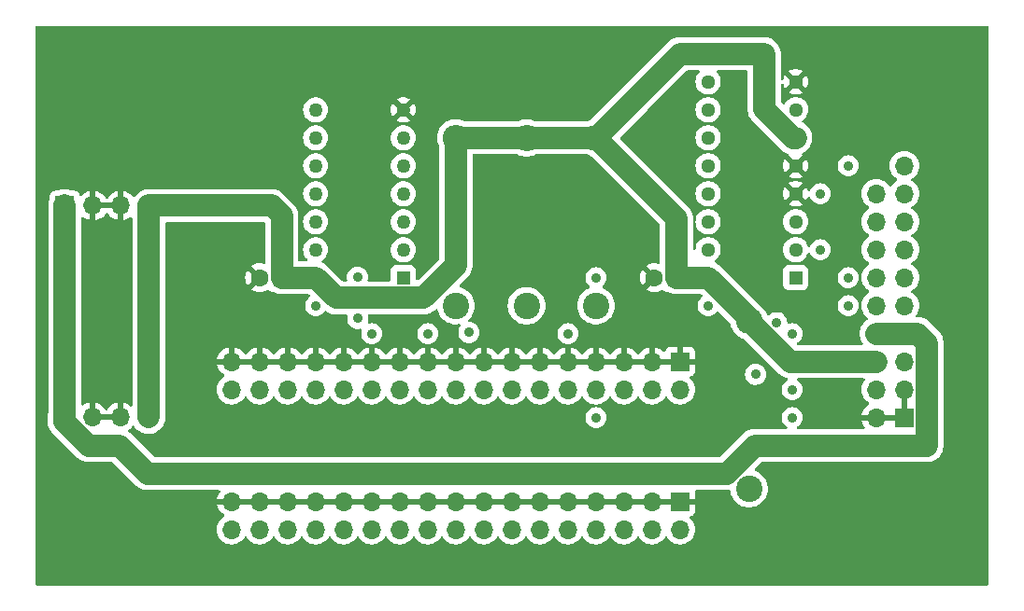
<source format=gbl>
G04 #@! TF.GenerationSoftware,KiCad,Pcbnew,8.0.3*
G04 #@! TF.CreationDate,2024-06-26T21:01:39-07:00*
G04 #@! TF.ProjectId,PCTGotekAdapter,50435447-6f74-4656-9b41-646170746572,B*
G04 #@! TF.SameCoordinates,Original*
G04 #@! TF.FileFunction,Copper,L4,Bot*
G04 #@! TF.FilePolarity,Positive*
%FSLAX46Y46*%
G04 Gerber Fmt 4.6, Leading zero omitted, Abs format (unit mm)*
G04 Created by KiCad (PCBNEW 8.0.3) date 2024-06-26 21:01:39*
%MOMM*%
%LPD*%
G01*
G04 APERTURE LIST*
G04 #@! TA.AperFunction,ComponentPad*
%ADD10R,1.600000X1.600000*%
G04 #@! TD*
G04 #@! TA.AperFunction,ComponentPad*
%ADD11C,1.600000*%
G04 #@! TD*
G04 #@! TA.AperFunction,ComponentPad*
%ADD12R,1.700000X1.700000*%
G04 #@! TD*
G04 #@! TA.AperFunction,ComponentPad*
%ADD13O,1.700000X1.700000*%
G04 #@! TD*
G04 #@! TA.AperFunction,ComponentPad*
%ADD14C,0.800000*%
G04 #@! TD*
G04 #@! TA.AperFunction,ComponentPad*
%ADD15C,6.400000*%
G04 #@! TD*
G04 #@! TA.AperFunction,ComponentPad*
%ADD16C,2.400000*%
G04 #@! TD*
G04 #@! TA.AperFunction,ComponentPad*
%ADD17O,2.400000X2.400000*%
G04 #@! TD*
G04 #@! TA.AperFunction,ComponentPad*
%ADD18R,1.280000X1.280000*%
G04 #@! TD*
G04 #@! TA.AperFunction,ComponentPad*
%ADD19C,1.280000*%
G04 #@! TD*
G04 #@! TA.AperFunction,ComponentPad*
%ADD20R,1.270000X1.270000*%
G04 #@! TD*
G04 #@! TA.AperFunction,ComponentPad*
%ADD21C,1.270000*%
G04 #@! TD*
G04 #@! TA.AperFunction,ComponentPad*
%ADD22C,1.000000*%
G04 #@! TD*
G04 #@! TA.AperFunction,ViaPad*
%ADD23C,0.900000*%
G04 #@! TD*
G04 #@! TA.AperFunction,Conductor*
%ADD24C,2.000000*%
G04 #@! TD*
G04 #@! TA.AperFunction,Conductor*
%ADD25C,1.000000*%
G04 #@! TD*
G04 APERTURE END LIST*
D10*
X182537298Y-96520000D03*
D11*
X180537298Y-96520000D03*
D12*
X203200000Y-109220000D03*
D13*
X200660000Y-109220000D03*
X203200000Y-106680000D03*
X200660000Y-106680000D03*
X203200000Y-104140000D03*
X200660000Y-104140000D03*
X203200000Y-101600000D03*
X200660000Y-101600000D03*
X203200000Y-99060000D03*
X200660000Y-99060000D03*
X203200000Y-96520000D03*
X200660000Y-96520000D03*
X203200000Y-93980000D03*
X200660000Y-93980000D03*
X203200000Y-91440000D03*
X200660000Y-91440000D03*
X203200000Y-88900000D03*
X200660000Y-88900000D03*
X203200000Y-86360000D03*
D14*
X127982944Y-79582944D03*
X128685888Y-77885888D03*
X128685888Y-81280000D03*
X130382944Y-77182944D03*
D15*
X130382944Y-79582944D03*
D14*
X130382944Y-81982944D03*
X132080000Y-77885888D03*
X132080000Y-81280000D03*
X132782944Y-79582944D03*
D12*
X127121518Y-89985866D03*
D13*
X129661518Y-89985866D03*
X132201518Y-89985866D03*
X134741518Y-89985866D03*
D14*
X127982944Y-118537056D03*
X128685888Y-116840000D03*
X128685888Y-120234112D03*
X130382944Y-116137056D03*
D15*
X130382944Y-118537056D03*
D14*
X130382944Y-120937056D03*
X132080000Y-116840000D03*
X132080000Y-120234112D03*
X132782944Y-118537056D03*
D16*
X168970731Y-99073586D03*
D17*
X168970731Y-83833586D03*
D12*
X182880000Y-104140000D03*
D13*
X182880000Y-106680000D03*
X180340000Y-104140000D03*
X180340000Y-106680000D03*
X177800000Y-104140000D03*
X177800000Y-106680000D03*
X175260000Y-104140000D03*
X175260000Y-106680000D03*
X172720000Y-104140000D03*
X172720000Y-106680000D03*
X170180000Y-104140000D03*
X170180000Y-106680000D03*
X167640000Y-104140000D03*
X167640000Y-106680000D03*
X165100000Y-104140000D03*
X165100000Y-106680000D03*
X162560000Y-104140000D03*
X162560000Y-106680000D03*
X160020000Y-104140000D03*
X160020000Y-106680000D03*
X157480000Y-104140000D03*
X157480000Y-106680000D03*
X154940000Y-104140000D03*
X154940000Y-106680000D03*
X152400000Y-104140000D03*
X152400000Y-106680000D03*
X149860000Y-104140000D03*
X149860000Y-106680000D03*
X147320000Y-104140000D03*
X147320000Y-106680000D03*
X144780000Y-104140000D03*
X144780000Y-106680000D03*
X142240000Y-104140000D03*
X142240000Y-106680000D03*
D16*
X189127578Y-115669743D03*
D17*
X189127578Y-100429743D03*
D16*
X175260000Y-99060000D03*
D17*
X175260000Y-83820000D03*
D18*
X193360000Y-96520000D03*
D19*
X193360000Y-93980000D03*
X193360000Y-91440000D03*
X193360000Y-88900000D03*
X193360000Y-86360000D03*
X193360000Y-83820000D03*
X193360000Y-81280000D03*
X193360000Y-78740000D03*
X185420000Y-78740000D03*
X185420000Y-81280000D03*
X185420000Y-83820000D03*
X185420000Y-86360000D03*
X185420000Y-88900000D03*
X185420000Y-91440000D03*
X185420000Y-93980000D03*
X185420000Y-96520000D03*
D20*
X157800000Y-96520000D03*
D21*
X157800000Y-93980000D03*
X157800000Y-91440000D03*
X157800000Y-88900000D03*
X157800000Y-86360000D03*
X157800000Y-83820000D03*
X157800000Y-81280000D03*
X149860000Y-81280000D03*
X149860000Y-83820000D03*
X149860000Y-86360000D03*
X149860000Y-88900000D03*
X149860000Y-91440000D03*
X149860000Y-93980000D03*
X149860000Y-96520000D03*
D12*
X182880000Y-116840000D03*
D13*
X182880000Y-119380000D03*
X180340000Y-116840000D03*
X180340000Y-119380000D03*
X177800000Y-116840000D03*
X177800000Y-119380000D03*
X175260000Y-116840000D03*
X175260000Y-119380000D03*
X172720000Y-116840000D03*
X172720000Y-119380000D03*
X170180000Y-116840000D03*
X170180000Y-119380000D03*
X167640000Y-116840000D03*
X167640000Y-119380000D03*
X165100000Y-116840000D03*
X165100000Y-119380000D03*
X162560000Y-116840000D03*
X162560000Y-119380000D03*
X160020000Y-116840000D03*
X160020000Y-119380000D03*
X157480000Y-116840000D03*
X157480000Y-119380000D03*
X154940000Y-116840000D03*
X154940000Y-119380000D03*
X152400000Y-116840000D03*
X152400000Y-119380000D03*
X149860000Y-116840000D03*
X149860000Y-119380000D03*
X147320000Y-116840000D03*
X147320000Y-119380000D03*
X144780000Y-116840000D03*
X144780000Y-119380000D03*
X142240000Y-116840000D03*
X142240000Y-119380000D03*
D12*
X127070000Y-109195000D03*
D13*
X129610000Y-109195000D03*
X132150000Y-109195000D03*
X134690000Y-109195000D03*
D10*
X146780000Y-96520000D03*
D11*
X144780000Y-96520000D03*
D14*
X202497056Y-79582944D03*
X203200000Y-77885888D03*
X203200000Y-81280000D03*
X204897056Y-77182944D03*
D15*
X204897056Y-79582944D03*
D14*
X204897056Y-81982944D03*
D22*
X206594112Y-77885888D03*
D14*
X206594112Y-81280000D03*
X207297056Y-79582944D03*
X202497056Y-118537056D03*
X203200000Y-116840000D03*
X203200000Y-120234112D03*
X204897056Y-116137056D03*
D15*
X204897056Y-118537056D03*
D14*
X204897056Y-120937056D03*
X206594112Y-116840000D03*
X206594112Y-120234112D03*
X207297056Y-118537056D03*
D16*
X162560000Y-99060000D03*
D17*
X162560000Y-83820000D03*
D23*
X190688406Y-86548406D03*
X187960000Y-83820000D03*
X198120000Y-83820000D03*
X174549792Y-86546080D03*
X190688406Y-96659560D03*
X195580000Y-86360000D03*
X139700000Y-101600000D03*
X134741518Y-101600000D03*
X172720000Y-101600000D03*
X193040000Y-101600000D03*
X175260000Y-96520000D03*
X193040000Y-106680000D03*
X185420000Y-99060000D03*
X198120000Y-86360000D03*
X154940000Y-101600000D03*
X160020000Y-101600000D03*
X198120000Y-96520000D03*
X198120000Y-99060000D03*
X153637770Y-96487427D03*
X163734681Y-101502281D03*
X153670342Y-100232624D03*
X195580000Y-93980000D03*
X193040000Y-109220000D03*
X175260000Y-109220000D03*
X191638922Y-100608341D03*
X189718250Y-105311938D03*
X149860000Y-99060000D03*
X195580000Y-88900000D03*
X127121518Y-101600000D03*
D24*
X200660000Y-104140000D02*
X192837835Y-104140000D01*
X134741518Y-109143482D02*
X134690000Y-109195000D01*
X149860000Y-96520000D02*
X146780000Y-96520000D01*
X146780000Y-96520000D02*
X146780000Y-90900000D01*
X146780000Y-90900000D02*
X145865866Y-89985866D01*
X162560000Y-95430000D02*
X159635000Y-98355000D01*
X159635000Y-98355000D02*
X151695000Y-98355000D01*
X193360000Y-83820000D02*
X193102153Y-83820000D01*
X189127578Y-100429743D02*
X189127578Y-100227578D01*
X192837835Y-104140000D02*
X189127578Y-100429743D01*
X190500000Y-81217847D02*
X190500000Y-76200000D01*
X162560000Y-83820000D02*
X165100000Y-83820000D01*
X134741518Y-101600000D02*
X134741518Y-89985866D01*
X145865866Y-89985866D02*
X134741518Y-89985866D01*
X151695000Y-98355000D02*
X149860000Y-96520000D01*
X165100000Y-83820000D02*
X175260000Y-83820000D01*
X162560000Y-83820000D02*
X162560000Y-95430000D01*
X182537298Y-91097298D02*
X182537298Y-96520000D01*
X182537298Y-96520000D02*
X185420000Y-96520000D01*
X134741518Y-101600000D02*
X134741518Y-109143482D01*
X175260000Y-83820000D02*
X182537298Y-91097298D01*
X193102153Y-83820000D02*
X190500000Y-81217847D01*
X189127578Y-100227578D02*
X185420000Y-96520000D01*
X182880000Y-76200000D02*
X175260000Y-83820000D01*
X190500000Y-76200000D02*
X182880000Y-76200000D01*
X134620000Y-114300000D02*
X132080000Y-111760000D01*
X203200000Y-101600000D02*
X200660000Y-101600000D01*
X187103208Y-114300000D02*
X134620000Y-114300000D01*
X132080000Y-111760000D02*
X129275862Y-111760000D01*
X205250000Y-111760000D02*
X189643208Y-111760000D01*
X129275862Y-111760000D02*
X127070000Y-109554138D01*
X127070000Y-109554138D02*
X127070000Y-109195000D01*
D25*
X127121518Y-109143482D02*
X127070000Y-109195000D01*
D24*
X189643208Y-111760000D02*
X187103208Y-114300000D01*
X203200000Y-101600000D02*
X204402081Y-101600000D01*
X127121518Y-101600000D02*
X127121518Y-89985866D01*
X205250000Y-102447919D02*
X205250000Y-111760000D01*
X204402081Y-101600000D02*
X205250000Y-102447919D01*
X127121518Y-101600000D02*
X127121518Y-109143482D01*
G04 #@! TA.AperFunction,Conductor*
G36*
X210820000Y-124336000D02*
G01*
X210800315Y-124403039D01*
X210747511Y-124448794D01*
X210696000Y-124460000D01*
X200660000Y-124460000D01*
X200660000Y-114300000D01*
X210820000Y-114300000D01*
X210820000Y-124336000D01*
G37*
G04 #@! TD.AperFunction*
G04 #@! TA.AperFunction,Conductor*
G36*
X210763039Y-73679685D02*
G01*
X210808794Y-73732489D01*
X210820000Y-73784000D01*
X210820000Y-83820000D01*
X203200000Y-83820000D01*
X198120000Y-78740000D01*
X198120000Y-73660000D01*
X210696000Y-73660000D01*
X210763039Y-73679685D01*
G37*
G04 #@! TD.AperFunction*
G04 #@! TA.AperFunction,Conductor*
G36*
X133642490Y-115444517D02*
G01*
X133833566Y-115583343D01*
X133936781Y-115635933D01*
X134044006Y-115690568D01*
X134044012Y-115690570D01*
X134116991Y-115714282D01*
X134116992Y-115714282D01*
X134192812Y-115738917D01*
X134268631Y-115763553D01*
X134501903Y-115800500D01*
X134620000Y-115800500D01*
X134620000Y-124460000D01*
X124584000Y-124460000D01*
X124516961Y-124440315D01*
X124471206Y-124387511D01*
X124460000Y-124336000D01*
X124460000Y-114300000D01*
X132497973Y-114300000D01*
X133642490Y-115444517D01*
G37*
G04 #@! TD.AperFunction*
G04 #@! TA.AperFunction,Conductor*
G36*
X134620000Y-83820000D02*
G01*
X124460000Y-83820000D01*
X124460000Y-73784000D01*
X124479685Y-73716961D01*
X124532489Y-73671206D01*
X124584000Y-73660000D01*
X134620000Y-73660000D01*
X134620000Y-83820000D01*
G37*
G04 #@! TD.AperFunction*
G04 #@! TA.AperFunction,Conductor*
G36*
X198120000Y-78740000D02*
G01*
X203200000Y-83820000D01*
X210820000Y-83820000D01*
X210820000Y-114300000D01*
X200660000Y-114300000D01*
X200660000Y-124460000D01*
X134620000Y-124460000D01*
X134620000Y-115800500D01*
X141081618Y-115800500D01*
X141148657Y-115820185D01*
X141194412Y-115872989D01*
X141204356Y-115942147D01*
X141183193Y-115995623D01*
X141066400Y-116162420D01*
X141066399Y-116162422D01*
X140966570Y-116376507D01*
X140966567Y-116376513D01*
X140909364Y-116589999D01*
X140909364Y-116590000D01*
X141806988Y-116590000D01*
X141774075Y-116647007D01*
X141740000Y-116774174D01*
X141740000Y-116905826D01*
X141774075Y-117032993D01*
X141806988Y-117090000D01*
X140909364Y-117090000D01*
X140966567Y-117303486D01*
X140966570Y-117303492D01*
X141066399Y-117517578D01*
X141201894Y-117711082D01*
X141368917Y-117878105D01*
X141554595Y-118008119D01*
X141598219Y-118062696D01*
X141605412Y-118132195D01*
X141573890Y-118194549D01*
X141554595Y-118211269D01*
X141368594Y-118341508D01*
X141201505Y-118508597D01*
X141065965Y-118702169D01*
X141065964Y-118702171D01*
X140966098Y-118916335D01*
X140966094Y-118916344D01*
X140904938Y-119144586D01*
X140904936Y-119144596D01*
X140884341Y-119379999D01*
X140884341Y-119380000D01*
X140904936Y-119615403D01*
X140904938Y-119615413D01*
X140966094Y-119843655D01*
X140966096Y-119843659D01*
X140966097Y-119843663D01*
X140970000Y-119852032D01*
X141065965Y-120057830D01*
X141065967Y-120057834D01*
X141154579Y-120184384D01*
X141201505Y-120251401D01*
X141368599Y-120418495D01*
X141462310Y-120484112D01*
X141562165Y-120554032D01*
X141562167Y-120554033D01*
X141562170Y-120554035D01*
X141776337Y-120653903D01*
X142004592Y-120715063D01*
X142192918Y-120731539D01*
X142239999Y-120735659D01*
X142240000Y-120735659D01*
X142240001Y-120735659D01*
X142279234Y-120732226D01*
X142475408Y-120715063D01*
X142703663Y-120653903D01*
X142917830Y-120554035D01*
X143111401Y-120418495D01*
X143278495Y-120251401D01*
X143408425Y-120065842D01*
X143463002Y-120022217D01*
X143532500Y-120015023D01*
X143594855Y-120046546D01*
X143611575Y-120065842D01*
X143741500Y-120251395D01*
X143741505Y-120251401D01*
X143908599Y-120418495D01*
X144002310Y-120484112D01*
X144102165Y-120554032D01*
X144102167Y-120554033D01*
X144102170Y-120554035D01*
X144316337Y-120653903D01*
X144544592Y-120715063D01*
X144732918Y-120731539D01*
X144779999Y-120735659D01*
X144780000Y-120735659D01*
X144780001Y-120735659D01*
X144819234Y-120732226D01*
X145015408Y-120715063D01*
X145243663Y-120653903D01*
X145457830Y-120554035D01*
X145651401Y-120418495D01*
X145818495Y-120251401D01*
X145948425Y-120065842D01*
X146003002Y-120022217D01*
X146072500Y-120015023D01*
X146134855Y-120046546D01*
X146151575Y-120065842D01*
X146281500Y-120251395D01*
X146281505Y-120251401D01*
X146448599Y-120418495D01*
X146542310Y-120484112D01*
X146642165Y-120554032D01*
X146642167Y-120554033D01*
X146642170Y-120554035D01*
X146856337Y-120653903D01*
X147084592Y-120715063D01*
X147272918Y-120731539D01*
X147319999Y-120735659D01*
X147320000Y-120735659D01*
X147320001Y-120735659D01*
X147359234Y-120732226D01*
X147555408Y-120715063D01*
X147783663Y-120653903D01*
X147997830Y-120554035D01*
X148191401Y-120418495D01*
X148358495Y-120251401D01*
X148488425Y-120065842D01*
X148543002Y-120022217D01*
X148612500Y-120015023D01*
X148674855Y-120046546D01*
X148691575Y-120065842D01*
X148821500Y-120251395D01*
X148821505Y-120251401D01*
X148988599Y-120418495D01*
X149082310Y-120484112D01*
X149182165Y-120554032D01*
X149182167Y-120554033D01*
X149182170Y-120554035D01*
X149396337Y-120653903D01*
X149624592Y-120715063D01*
X149812918Y-120731539D01*
X149859999Y-120735659D01*
X149860000Y-120735659D01*
X149860001Y-120735659D01*
X149899234Y-120732226D01*
X150095408Y-120715063D01*
X150323663Y-120653903D01*
X150537830Y-120554035D01*
X150731401Y-120418495D01*
X150898495Y-120251401D01*
X151028425Y-120065842D01*
X151083002Y-120022217D01*
X151152500Y-120015023D01*
X151214855Y-120046546D01*
X151231575Y-120065842D01*
X151361500Y-120251395D01*
X151361505Y-120251401D01*
X151528599Y-120418495D01*
X151622310Y-120484112D01*
X151722165Y-120554032D01*
X151722167Y-120554033D01*
X151722170Y-120554035D01*
X151936337Y-120653903D01*
X152164592Y-120715063D01*
X152352918Y-120731539D01*
X152399999Y-120735659D01*
X152400000Y-120735659D01*
X152400001Y-120735659D01*
X152439234Y-120732226D01*
X152635408Y-120715063D01*
X152863663Y-120653903D01*
X153077830Y-120554035D01*
X153271401Y-120418495D01*
X153438495Y-120251401D01*
X153568425Y-120065842D01*
X153623002Y-120022217D01*
X153692500Y-120015023D01*
X153754855Y-120046546D01*
X153771575Y-120065842D01*
X153901500Y-120251395D01*
X153901505Y-120251401D01*
X154068599Y-120418495D01*
X154162310Y-120484112D01*
X154262165Y-120554032D01*
X154262167Y-120554033D01*
X154262170Y-120554035D01*
X154476337Y-120653903D01*
X154704592Y-120715063D01*
X154892918Y-120731539D01*
X154939999Y-120735659D01*
X154940000Y-120735659D01*
X154940001Y-120735659D01*
X154979234Y-120732226D01*
X155175408Y-120715063D01*
X155403663Y-120653903D01*
X155617830Y-120554035D01*
X155811401Y-120418495D01*
X155978495Y-120251401D01*
X156108425Y-120065842D01*
X156163002Y-120022217D01*
X156232500Y-120015023D01*
X156294855Y-120046546D01*
X156311575Y-120065842D01*
X156441500Y-120251395D01*
X156441505Y-120251401D01*
X156608599Y-120418495D01*
X156702310Y-120484112D01*
X156802165Y-120554032D01*
X156802167Y-120554033D01*
X156802170Y-120554035D01*
X157016337Y-120653903D01*
X157244592Y-120715063D01*
X157432918Y-120731539D01*
X157479999Y-120735659D01*
X157480000Y-120735659D01*
X157480001Y-120735659D01*
X157519234Y-120732226D01*
X157715408Y-120715063D01*
X157943663Y-120653903D01*
X158157830Y-120554035D01*
X158351401Y-120418495D01*
X158518495Y-120251401D01*
X158648425Y-120065842D01*
X158703002Y-120022217D01*
X158772500Y-120015023D01*
X158834855Y-120046546D01*
X158851575Y-120065842D01*
X158981500Y-120251395D01*
X158981505Y-120251401D01*
X159148599Y-120418495D01*
X159242310Y-120484112D01*
X159342165Y-120554032D01*
X159342167Y-120554033D01*
X159342170Y-120554035D01*
X159556337Y-120653903D01*
X159784592Y-120715063D01*
X159972918Y-120731539D01*
X160019999Y-120735659D01*
X160020000Y-120735659D01*
X160020001Y-120735659D01*
X160059234Y-120732226D01*
X160255408Y-120715063D01*
X160483663Y-120653903D01*
X160697830Y-120554035D01*
X160891401Y-120418495D01*
X161058495Y-120251401D01*
X161188425Y-120065842D01*
X161243002Y-120022217D01*
X161312500Y-120015023D01*
X161374855Y-120046546D01*
X161391575Y-120065842D01*
X161521500Y-120251395D01*
X161521505Y-120251401D01*
X161688599Y-120418495D01*
X161782310Y-120484112D01*
X161882165Y-120554032D01*
X161882167Y-120554033D01*
X161882170Y-120554035D01*
X162096337Y-120653903D01*
X162324592Y-120715063D01*
X162512918Y-120731539D01*
X162559999Y-120735659D01*
X162560000Y-120735659D01*
X162560001Y-120735659D01*
X162599234Y-120732226D01*
X162795408Y-120715063D01*
X163023663Y-120653903D01*
X163237830Y-120554035D01*
X163431401Y-120418495D01*
X163598495Y-120251401D01*
X163728425Y-120065842D01*
X163783002Y-120022217D01*
X163852500Y-120015023D01*
X163914855Y-120046546D01*
X163931575Y-120065842D01*
X164061500Y-120251395D01*
X164061505Y-120251401D01*
X164228599Y-120418495D01*
X164322310Y-120484112D01*
X164422165Y-120554032D01*
X164422167Y-120554033D01*
X164422170Y-120554035D01*
X164636337Y-120653903D01*
X164864592Y-120715063D01*
X165052918Y-120731539D01*
X165099999Y-120735659D01*
X165100000Y-120735659D01*
X165100001Y-120735659D01*
X165139234Y-120732226D01*
X165335408Y-120715063D01*
X165563663Y-120653903D01*
X165777830Y-120554035D01*
X165971401Y-120418495D01*
X166138495Y-120251401D01*
X166268425Y-120065842D01*
X166323002Y-120022217D01*
X166392500Y-120015023D01*
X166454855Y-120046546D01*
X166471575Y-120065842D01*
X166601500Y-120251395D01*
X166601505Y-120251401D01*
X166768599Y-120418495D01*
X166862310Y-120484112D01*
X166962165Y-120554032D01*
X166962167Y-120554033D01*
X166962170Y-120554035D01*
X167176337Y-120653903D01*
X167404592Y-120715063D01*
X167592918Y-120731539D01*
X167639999Y-120735659D01*
X167640000Y-120735659D01*
X167640001Y-120735659D01*
X167679234Y-120732226D01*
X167875408Y-120715063D01*
X168103663Y-120653903D01*
X168317830Y-120554035D01*
X168511401Y-120418495D01*
X168678495Y-120251401D01*
X168808425Y-120065842D01*
X168863002Y-120022217D01*
X168932500Y-120015023D01*
X168994855Y-120046546D01*
X169011575Y-120065842D01*
X169141500Y-120251395D01*
X169141505Y-120251401D01*
X169308599Y-120418495D01*
X169402310Y-120484112D01*
X169502165Y-120554032D01*
X169502167Y-120554033D01*
X169502170Y-120554035D01*
X169716337Y-120653903D01*
X169944592Y-120715063D01*
X170132918Y-120731539D01*
X170179999Y-120735659D01*
X170180000Y-120735659D01*
X170180001Y-120735659D01*
X170219234Y-120732226D01*
X170415408Y-120715063D01*
X170643663Y-120653903D01*
X170857830Y-120554035D01*
X171051401Y-120418495D01*
X171218495Y-120251401D01*
X171348425Y-120065842D01*
X171403002Y-120022217D01*
X171472500Y-120015023D01*
X171534855Y-120046546D01*
X171551575Y-120065842D01*
X171681500Y-120251395D01*
X171681505Y-120251401D01*
X171848599Y-120418495D01*
X171942310Y-120484112D01*
X172042165Y-120554032D01*
X172042167Y-120554033D01*
X172042170Y-120554035D01*
X172256337Y-120653903D01*
X172484592Y-120715063D01*
X172672918Y-120731539D01*
X172719999Y-120735659D01*
X172720000Y-120735659D01*
X172720001Y-120735659D01*
X172759234Y-120732226D01*
X172955408Y-120715063D01*
X173183663Y-120653903D01*
X173397830Y-120554035D01*
X173591401Y-120418495D01*
X173758495Y-120251401D01*
X173888425Y-120065842D01*
X173943002Y-120022217D01*
X174012500Y-120015023D01*
X174074855Y-120046546D01*
X174091575Y-120065842D01*
X174221500Y-120251395D01*
X174221505Y-120251401D01*
X174388599Y-120418495D01*
X174482310Y-120484112D01*
X174582165Y-120554032D01*
X174582167Y-120554033D01*
X174582170Y-120554035D01*
X174796337Y-120653903D01*
X175024592Y-120715063D01*
X175212918Y-120731539D01*
X175259999Y-120735659D01*
X175260000Y-120735659D01*
X175260001Y-120735659D01*
X175299234Y-120732226D01*
X175495408Y-120715063D01*
X175723663Y-120653903D01*
X175937830Y-120554035D01*
X176131401Y-120418495D01*
X176298495Y-120251401D01*
X176428425Y-120065842D01*
X176483002Y-120022217D01*
X176552500Y-120015023D01*
X176614855Y-120046546D01*
X176631575Y-120065842D01*
X176761500Y-120251395D01*
X176761505Y-120251401D01*
X176928599Y-120418495D01*
X177022310Y-120484112D01*
X177122165Y-120554032D01*
X177122167Y-120554033D01*
X177122170Y-120554035D01*
X177336337Y-120653903D01*
X177564592Y-120715063D01*
X177752918Y-120731539D01*
X177799999Y-120735659D01*
X177800000Y-120735659D01*
X177800001Y-120735659D01*
X177839234Y-120732226D01*
X178035408Y-120715063D01*
X178263663Y-120653903D01*
X178477830Y-120554035D01*
X178671401Y-120418495D01*
X178838495Y-120251401D01*
X178968425Y-120065842D01*
X179023002Y-120022217D01*
X179092500Y-120015023D01*
X179154855Y-120046546D01*
X179171575Y-120065842D01*
X179301500Y-120251395D01*
X179301505Y-120251401D01*
X179468599Y-120418495D01*
X179562310Y-120484112D01*
X179662165Y-120554032D01*
X179662167Y-120554033D01*
X179662170Y-120554035D01*
X179876337Y-120653903D01*
X180104592Y-120715063D01*
X180292918Y-120731539D01*
X180339999Y-120735659D01*
X180340000Y-120735659D01*
X180340001Y-120735659D01*
X180379234Y-120732226D01*
X180575408Y-120715063D01*
X180803663Y-120653903D01*
X181017830Y-120554035D01*
X181211401Y-120418495D01*
X181378495Y-120251401D01*
X181508425Y-120065842D01*
X181563002Y-120022217D01*
X181632500Y-120015023D01*
X181694855Y-120046546D01*
X181711575Y-120065842D01*
X181841500Y-120251395D01*
X181841505Y-120251401D01*
X182008599Y-120418495D01*
X182102310Y-120484112D01*
X182202165Y-120554032D01*
X182202167Y-120554033D01*
X182202170Y-120554035D01*
X182416337Y-120653903D01*
X182644592Y-120715063D01*
X182832918Y-120731539D01*
X182879999Y-120735659D01*
X182880000Y-120735659D01*
X182880001Y-120735659D01*
X182919234Y-120732226D01*
X183115408Y-120715063D01*
X183343663Y-120653903D01*
X183557830Y-120554035D01*
X183751401Y-120418495D01*
X183918495Y-120251401D01*
X184054035Y-120057830D01*
X184153903Y-119843663D01*
X184215063Y-119615408D01*
X184235659Y-119380000D01*
X184235277Y-119375639D01*
X184215063Y-119144596D01*
X184215063Y-119144592D01*
X184153903Y-118916337D01*
X184054035Y-118702171D01*
X184048424Y-118694158D01*
X183918496Y-118508600D01*
X183897224Y-118487328D01*
X183796179Y-118386283D01*
X183762696Y-118324963D01*
X183767680Y-118255271D01*
X183809551Y-118199337D01*
X183840529Y-118182422D01*
X183972086Y-118133354D01*
X183972093Y-118133350D01*
X184087187Y-118047190D01*
X184087190Y-118047187D01*
X184173350Y-117932093D01*
X184173354Y-117932086D01*
X184223596Y-117797379D01*
X184223598Y-117797372D01*
X184229999Y-117737844D01*
X184230000Y-117737827D01*
X184230000Y-117090000D01*
X183313012Y-117090000D01*
X183345925Y-117032993D01*
X183380000Y-116905826D01*
X183380000Y-116774174D01*
X183345925Y-116647007D01*
X183313012Y-116590000D01*
X184230000Y-116590000D01*
X184230000Y-115942172D01*
X184229999Y-115942158D01*
X184229526Y-115937757D01*
X184241930Y-115868997D01*
X184289540Y-115817859D01*
X184352815Y-115800500D01*
X187221299Y-115800500D01*
X187221300Y-115800500D01*
X187296647Y-115788566D01*
X187365939Y-115797520D01*
X187419391Y-115842517D01*
X187439697Y-115901768D01*
X187441356Y-115923900D01*
X187455534Y-115986020D01*
X187498067Y-116172371D01*
X187498068Y-116172373D01*
X187498070Y-116172380D01*
X187591185Y-116409631D01*
X187718619Y-116630355D01*
X187877528Y-116829620D01*
X188064361Y-117002975D01*
X188274944Y-117146548D01*
X188274949Y-117146550D01*
X188274950Y-117146551D01*
X188274951Y-117146552D01*
X188320762Y-117168613D01*
X188504570Y-117257130D01*
X188504571Y-117257130D01*
X188504574Y-117257132D01*
X188748120Y-117332256D01*
X189000143Y-117370243D01*
X189255013Y-117370243D01*
X189507036Y-117332256D01*
X189750582Y-117257132D01*
X189980212Y-117146548D01*
X190190795Y-117002975D01*
X190377628Y-116829620D01*
X190536537Y-116630355D01*
X190663971Y-116409631D01*
X190757086Y-116172380D01*
X190813800Y-115923900D01*
X190826970Y-115748151D01*
X190832846Y-115669747D01*
X190832846Y-115669738D01*
X190813800Y-115415588D01*
X190793892Y-115328366D01*
X190757086Y-115167106D01*
X190663971Y-114929855D01*
X190536537Y-114709131D01*
X190377628Y-114509866D01*
X190190795Y-114336511D01*
X189980212Y-114192938D01*
X189980208Y-114192936D01*
X189980205Y-114192934D01*
X189980204Y-114192933D01*
X189750582Y-114082354D01*
X189750579Y-114082353D01*
X189712062Y-114070471D01*
X189653804Y-114031900D01*
X189625647Y-113967954D01*
X189636532Y-113898938D01*
X189660930Y-113864304D01*
X190228416Y-113296819D01*
X190289739Y-113263334D01*
X190316097Y-113260500D01*
X205368097Y-113260500D01*
X205601368Y-113223553D01*
X205825992Y-113150568D01*
X206036433Y-113043343D01*
X206227510Y-112904517D01*
X206394517Y-112737510D01*
X206533343Y-112546433D01*
X206640568Y-112335992D01*
X206713553Y-112111368D01*
X206750500Y-111878097D01*
X206750500Y-102329821D01*
X206713553Y-102096550D01*
X206640566Y-101871922D01*
X206533342Y-101661485D01*
X206488671Y-101600000D01*
X206394518Y-101470409D01*
X205379591Y-100455483D01*
X205188515Y-100316657D01*
X204978077Y-100209433D01*
X204753449Y-100136446D01*
X204520178Y-100099500D01*
X204520173Y-100099500D01*
X204358993Y-100099500D01*
X204291954Y-100079815D01*
X204246199Y-100027011D01*
X204236255Y-99957853D01*
X204257418Y-99904377D01*
X204374032Y-99737834D01*
X204374031Y-99737834D01*
X204374035Y-99737830D01*
X204473903Y-99523663D01*
X204535063Y-99295408D01*
X204555659Y-99060000D01*
X204535063Y-98824592D01*
X204473903Y-98596337D01*
X204374035Y-98382171D01*
X204368425Y-98374158D01*
X204238494Y-98188597D01*
X204071402Y-98021506D01*
X204071396Y-98021501D01*
X203885842Y-97891575D01*
X203842217Y-97836998D01*
X203835023Y-97767500D01*
X203866546Y-97705145D01*
X203885842Y-97688425D01*
X204006703Y-97603797D01*
X204071401Y-97558495D01*
X204238495Y-97391401D01*
X204374035Y-97197830D01*
X204473903Y-96983663D01*
X204535063Y-96755408D01*
X204555659Y-96520000D01*
X204535063Y-96284592D01*
X204473903Y-96056337D01*
X204374035Y-95842171D01*
X204370504Y-95837127D01*
X204238494Y-95648597D01*
X204071402Y-95481506D01*
X204071396Y-95481501D01*
X203885842Y-95351575D01*
X203842217Y-95296998D01*
X203835023Y-95227500D01*
X203866546Y-95165145D01*
X203885842Y-95148425D01*
X204010343Y-95061248D01*
X204071401Y-95018495D01*
X204238495Y-94851401D01*
X204374035Y-94657830D01*
X204473903Y-94443663D01*
X204535063Y-94215408D01*
X204555659Y-93980000D01*
X204535063Y-93744592D01*
X204473903Y-93516337D01*
X204374035Y-93302171D01*
X204368425Y-93294158D01*
X204238494Y-93108597D01*
X204071402Y-92941506D01*
X204071396Y-92941501D01*
X203885842Y-92811575D01*
X203842217Y-92756998D01*
X203835023Y-92687500D01*
X203866546Y-92625145D01*
X203885842Y-92608425D01*
X203988090Y-92536830D01*
X204071401Y-92478495D01*
X204238495Y-92311401D01*
X204374035Y-92117830D01*
X204473903Y-91903663D01*
X204535063Y-91675408D01*
X204555659Y-91440000D01*
X204535063Y-91204592D01*
X204486006Y-91021508D01*
X204473905Y-90976344D01*
X204473904Y-90976343D01*
X204473903Y-90976337D01*
X204374035Y-90762171D01*
X204368425Y-90754158D01*
X204238494Y-90568597D01*
X204071402Y-90401506D01*
X204071396Y-90401501D01*
X203885842Y-90271575D01*
X203842217Y-90216998D01*
X203835023Y-90147500D01*
X203866546Y-90085145D01*
X203885842Y-90068425D01*
X203988090Y-89996830D01*
X204071401Y-89938495D01*
X204238495Y-89771401D01*
X204374035Y-89577830D01*
X204473903Y-89363663D01*
X204535063Y-89135408D01*
X204555659Y-88900000D01*
X204535063Y-88664592D01*
X204473903Y-88436337D01*
X204374035Y-88222171D01*
X204368425Y-88214158D01*
X204238494Y-88028597D01*
X204071402Y-87861506D01*
X204071396Y-87861501D01*
X203885842Y-87731575D01*
X203842217Y-87676998D01*
X203835023Y-87607500D01*
X203866546Y-87545145D01*
X203885842Y-87528425D01*
X203988090Y-87456830D01*
X204071401Y-87398495D01*
X204238495Y-87231401D01*
X204374035Y-87037830D01*
X204473903Y-86823663D01*
X204535063Y-86595408D01*
X204555659Y-86360000D01*
X204535063Y-86124592D01*
X204473903Y-85896337D01*
X204374035Y-85682171D01*
X204310715Y-85591739D01*
X204238494Y-85488597D01*
X204071402Y-85321506D01*
X204071395Y-85321501D01*
X204069965Y-85320500D01*
X203988089Y-85263169D01*
X203877834Y-85185967D01*
X203877830Y-85185965D01*
X203876149Y-85185181D01*
X203663663Y-85086097D01*
X203663659Y-85086096D01*
X203663655Y-85086094D01*
X203435413Y-85024938D01*
X203435403Y-85024936D01*
X203200001Y-85004341D01*
X203199999Y-85004341D01*
X202964596Y-85024936D01*
X202964586Y-85024938D01*
X202736344Y-85086094D01*
X202736335Y-85086098D01*
X202522171Y-85185964D01*
X202522169Y-85185965D01*
X202328597Y-85321505D01*
X202161505Y-85488597D01*
X202025965Y-85682169D01*
X202025964Y-85682171D01*
X201926098Y-85896335D01*
X201926094Y-85896344D01*
X201864938Y-86124586D01*
X201864936Y-86124596D01*
X201844341Y-86359999D01*
X201844341Y-86360000D01*
X201864936Y-86595403D01*
X201864938Y-86595413D01*
X201926094Y-86823655D01*
X201926096Y-86823659D01*
X201926097Y-86823663D01*
X201989824Y-86960325D01*
X202025965Y-87037830D01*
X202025967Y-87037834D01*
X202161501Y-87231395D01*
X202161506Y-87231402D01*
X202328597Y-87398493D01*
X202328603Y-87398498D01*
X202514158Y-87528425D01*
X202557783Y-87583002D01*
X202564977Y-87652500D01*
X202533454Y-87714855D01*
X202514158Y-87731575D01*
X202328597Y-87861505D01*
X202161505Y-88028597D01*
X202031575Y-88214158D01*
X201976998Y-88257783D01*
X201907500Y-88264977D01*
X201845145Y-88233454D01*
X201828425Y-88214158D01*
X201698494Y-88028597D01*
X201531402Y-87861506D01*
X201531395Y-87861501D01*
X201337834Y-87725967D01*
X201337830Y-87725965D01*
X201337828Y-87725964D01*
X201123663Y-87626097D01*
X201123659Y-87626096D01*
X201123655Y-87626094D01*
X200895413Y-87564938D01*
X200895403Y-87564936D01*
X200660001Y-87544341D01*
X200659999Y-87544341D01*
X200424596Y-87564936D01*
X200424586Y-87564938D01*
X200196344Y-87626094D01*
X200196335Y-87626098D01*
X199982171Y-87725964D01*
X199982169Y-87725965D01*
X199788597Y-87861505D01*
X199621505Y-88028597D01*
X199485965Y-88222169D01*
X199485964Y-88222171D01*
X199386098Y-88436335D01*
X199386094Y-88436344D01*
X199324938Y-88664586D01*
X199324936Y-88664596D01*
X199304341Y-88899999D01*
X199304341Y-88900000D01*
X199324936Y-89135403D01*
X199324938Y-89135413D01*
X199386094Y-89363655D01*
X199386096Y-89363659D01*
X199386097Y-89363663D01*
X199449824Y-89500325D01*
X199485965Y-89577830D01*
X199485967Y-89577834D01*
X199551653Y-89671642D01*
X199621501Y-89771396D01*
X199621506Y-89771402D01*
X199788597Y-89938493D01*
X199788603Y-89938498D01*
X199974158Y-90068425D01*
X200017783Y-90123002D01*
X200024977Y-90192500D01*
X199993454Y-90254855D01*
X199974158Y-90271575D01*
X199788597Y-90401505D01*
X199621505Y-90568597D01*
X199485965Y-90762169D01*
X199485964Y-90762171D01*
X199386098Y-90976335D01*
X199386094Y-90976344D01*
X199324938Y-91204586D01*
X199324936Y-91204596D01*
X199304341Y-91439999D01*
X199304341Y-91440000D01*
X199324936Y-91675403D01*
X199324938Y-91675413D01*
X199386094Y-91903655D01*
X199386096Y-91903659D01*
X199386097Y-91903663D01*
X199390000Y-91912032D01*
X199485965Y-92117830D01*
X199485967Y-92117834D01*
X199551653Y-92211642D01*
X199621501Y-92311396D01*
X199621506Y-92311402D01*
X199788597Y-92478493D01*
X199788603Y-92478498D01*
X199974158Y-92608425D01*
X200017783Y-92663002D01*
X200024977Y-92732500D01*
X199993454Y-92794855D01*
X199974158Y-92811575D01*
X199788597Y-92941505D01*
X199621505Y-93108597D01*
X199485965Y-93302169D01*
X199485964Y-93302171D01*
X199386098Y-93516335D01*
X199386094Y-93516344D01*
X199324938Y-93744586D01*
X199324936Y-93744596D01*
X199304341Y-93979999D01*
X199304341Y-93980000D01*
X199324936Y-94215403D01*
X199324938Y-94215413D01*
X199386094Y-94443655D01*
X199386096Y-94443659D01*
X199386097Y-94443663D01*
X199449824Y-94580325D01*
X199485965Y-94657830D01*
X199485967Y-94657834D01*
X199591446Y-94808472D01*
X199621501Y-94851396D01*
X199621506Y-94851402D01*
X199788597Y-95018493D01*
X199788603Y-95018498D01*
X199974158Y-95148425D01*
X200017783Y-95203002D01*
X200024977Y-95272500D01*
X199993454Y-95334855D01*
X199974158Y-95351575D01*
X199788597Y-95481505D01*
X199621505Y-95648597D01*
X199485965Y-95842169D01*
X199485964Y-95842171D01*
X199386098Y-96056335D01*
X199386094Y-96056344D01*
X199324938Y-96284586D01*
X199324936Y-96284596D01*
X199312724Y-96424175D01*
X199287271Y-96489244D01*
X199243774Y-96520740D01*
X199279192Y-96541329D01*
X199311024Y-96603526D01*
X199312724Y-96615824D01*
X199324936Y-96755403D01*
X199324938Y-96755413D01*
X199386094Y-96983655D01*
X199386096Y-96983659D01*
X199386097Y-96983663D01*
X199438477Y-97095992D01*
X199485965Y-97197830D01*
X199485967Y-97197834D01*
X199538433Y-97272762D01*
X199621501Y-97391396D01*
X199621506Y-97391402D01*
X199788597Y-97558493D01*
X199788603Y-97558498D01*
X199974158Y-97688425D01*
X200017783Y-97743002D01*
X200024977Y-97812500D01*
X199993454Y-97874855D01*
X199974158Y-97891575D01*
X199788597Y-98021505D01*
X199621505Y-98188597D01*
X199485965Y-98382169D01*
X199485964Y-98382171D01*
X199386098Y-98596335D01*
X199386094Y-98596344D01*
X199324938Y-98824586D01*
X199324936Y-98824596D01*
X199312724Y-98964175D01*
X199287271Y-99029244D01*
X199243774Y-99060740D01*
X199279192Y-99081329D01*
X199311024Y-99143526D01*
X199312724Y-99155824D01*
X199324936Y-99295403D01*
X199324938Y-99295413D01*
X199386094Y-99523655D01*
X199386096Y-99523659D01*
X199386097Y-99523663D01*
X199463594Y-99689855D01*
X199485965Y-99737830D01*
X199485967Y-99737834D01*
X199621501Y-99931395D01*
X199621506Y-99931402D01*
X199788597Y-100098493D01*
X199788603Y-100098498D01*
X199842372Y-100136147D01*
X199885997Y-100190723D01*
X199893191Y-100260222D01*
X199861669Y-100322576D01*
X199844135Y-100338040D01*
X199682488Y-100455484D01*
X199515485Y-100622487D01*
X199515485Y-100622488D01*
X199515483Y-100622490D01*
X199480774Y-100670263D01*
X199376657Y-100813566D01*
X199269433Y-101024003D01*
X199196446Y-101248631D01*
X199159500Y-101481902D01*
X199159500Y-101718097D01*
X199196446Y-101951368D01*
X199269433Y-102175996D01*
X199330792Y-102296418D01*
X199375762Y-102384677D01*
X199376659Y-102386436D01*
X199417475Y-102442615D01*
X199440955Y-102508421D01*
X199425130Y-102576475D01*
X199375024Y-102625170D01*
X199317157Y-102639500D01*
X193606617Y-102639500D01*
X193539578Y-102619815D01*
X193493823Y-102567011D01*
X193483879Y-102497853D01*
X193512904Y-102434297D01*
X193548164Y-102406142D01*
X193570623Y-102394137D01*
X193570626Y-102394135D01*
X193715357Y-102275357D01*
X193834135Y-102130626D01*
X193834137Y-102130623D01*
X193873731Y-102056547D01*
X193922396Y-101965501D01*
X193976747Y-101786331D01*
X193995099Y-101600000D01*
X193976747Y-101413669D01*
X193922396Y-101234499D01*
X193897394Y-101187723D01*
X193834137Y-101069376D01*
X193834135Y-101069373D01*
X193715357Y-100924642D01*
X193570626Y-100805864D01*
X193570623Y-100805862D01*
X193405502Y-100717604D01*
X193226333Y-100663253D01*
X193226331Y-100663252D01*
X193040000Y-100644901D01*
X192853670Y-100663252D01*
X192751393Y-100694278D01*
X192681526Y-100694901D01*
X192622413Y-100657653D01*
X192592822Y-100594358D01*
X192591995Y-100587771D01*
X192575669Y-100422009D01*
X192575668Y-100422007D01*
X192574742Y-100418955D01*
X192521318Y-100242840D01*
X192516612Y-100234035D01*
X192433059Y-100077717D01*
X192433057Y-100077714D01*
X192314279Y-99932983D01*
X192169548Y-99814205D01*
X192169545Y-99814203D01*
X192004424Y-99725945D01*
X191825255Y-99671594D01*
X191825253Y-99671593D01*
X191638922Y-99653242D01*
X191452590Y-99671593D01*
X191452588Y-99671594D01*
X191273419Y-99725945D01*
X191108298Y-99814203D01*
X191108295Y-99814205D01*
X190963566Y-99932982D01*
X190959511Y-99937923D01*
X190901763Y-99977254D01*
X190831918Y-99979120D01*
X190772152Y-99942929D01*
X190748235Y-99904555D01*
X190733544Y-99867123D01*
X190663971Y-99689855D01*
X190536537Y-99469131D01*
X190377628Y-99269866D01*
X190190795Y-99096511D01*
X190137243Y-99060000D01*
X197164901Y-99060000D01*
X197183252Y-99246331D01*
X197183253Y-99246333D01*
X197237604Y-99425502D01*
X197325862Y-99590623D01*
X197325864Y-99590626D01*
X197444642Y-99735357D01*
X197589373Y-99854135D01*
X197589376Y-99854137D01*
X197750420Y-99940216D01*
X197754499Y-99942396D01*
X197933666Y-99996746D01*
X197933668Y-99996747D01*
X197937730Y-99997147D01*
X198120000Y-100015099D01*
X198306331Y-99996747D01*
X198485501Y-99942396D01*
X198650625Y-99854136D01*
X198795357Y-99735357D01*
X198914136Y-99590625D01*
X199002396Y-99425501D01*
X199056747Y-99246331D01*
X199065793Y-99154476D01*
X199091953Y-99089692D01*
X199134859Y-99059329D01*
X199100134Y-99039645D01*
X199067627Y-98977798D01*
X199065794Y-98965530D01*
X199056747Y-98873669D01*
X199002396Y-98694499D01*
X199002395Y-98694497D01*
X198914137Y-98529376D01*
X198914135Y-98529373D01*
X198795357Y-98384642D01*
X198650626Y-98265864D01*
X198650623Y-98265862D01*
X198485502Y-98177604D01*
X198306333Y-98123253D01*
X198306331Y-98123252D01*
X198120000Y-98104901D01*
X197933668Y-98123252D01*
X197933666Y-98123253D01*
X197754497Y-98177604D01*
X197589376Y-98265862D01*
X197589373Y-98265864D01*
X197444642Y-98384642D01*
X197325864Y-98529373D01*
X197325862Y-98529376D01*
X197237604Y-98694497D01*
X197183253Y-98873666D01*
X197183252Y-98873668D01*
X197164901Y-99060000D01*
X190137243Y-99060000D01*
X189980212Y-98952938D01*
X189980210Y-98952937D01*
X189976379Y-98950325D01*
X189976671Y-98949895D01*
X189956252Y-98934225D01*
X186854162Y-95832135D01*
X192219500Y-95832135D01*
X192219500Y-97207870D01*
X192219501Y-97207876D01*
X192225908Y-97267483D01*
X192276202Y-97402328D01*
X192276206Y-97402335D01*
X192362452Y-97517544D01*
X192362455Y-97517547D01*
X192477664Y-97603793D01*
X192477671Y-97603797D01*
X192612517Y-97654091D01*
X192612516Y-97654091D01*
X192619444Y-97654835D01*
X192672127Y-97660500D01*
X194047872Y-97660499D01*
X194107483Y-97654091D01*
X194242331Y-97603796D01*
X194357546Y-97517546D01*
X194443796Y-97402331D01*
X194494091Y-97267483D01*
X194500500Y-97207873D01*
X194500499Y-96520000D01*
X197164901Y-96520000D01*
X197183252Y-96706331D01*
X197183253Y-96706333D01*
X197237604Y-96885502D01*
X197325862Y-97050623D01*
X197325864Y-97050626D01*
X197444642Y-97195357D01*
X197589373Y-97314135D01*
X197589376Y-97314137D01*
X197744263Y-97396925D01*
X197754499Y-97402396D01*
X197911764Y-97450102D01*
X197933666Y-97456746D01*
X197933668Y-97456747D01*
X197950374Y-97458392D01*
X198120000Y-97475099D01*
X198306331Y-97456747D01*
X198485501Y-97402396D01*
X198650625Y-97314136D01*
X198795357Y-97195357D01*
X198914136Y-97050625D01*
X199002396Y-96885501D01*
X199056747Y-96706331D01*
X199065793Y-96614476D01*
X199091953Y-96549692D01*
X199134859Y-96519329D01*
X199100134Y-96499645D01*
X199067627Y-96437798D01*
X199065794Y-96425530D01*
X199056747Y-96333669D01*
X199002396Y-96154499D01*
X198998526Y-96147259D01*
X198914137Y-95989376D01*
X198914135Y-95989373D01*
X198795357Y-95844642D01*
X198650626Y-95725864D01*
X198650623Y-95725862D01*
X198485502Y-95637604D01*
X198306333Y-95583253D01*
X198306331Y-95583252D01*
X198120000Y-95564901D01*
X197933668Y-95583252D01*
X197933666Y-95583253D01*
X197754497Y-95637604D01*
X197589376Y-95725862D01*
X197589373Y-95725864D01*
X197444642Y-95844642D01*
X197325864Y-95989373D01*
X197325862Y-95989376D01*
X197237604Y-96154497D01*
X197183253Y-96333666D01*
X197183252Y-96333668D01*
X197164901Y-96520000D01*
X194500499Y-96520000D01*
X194500499Y-95832128D01*
X194495042Y-95781368D01*
X194494091Y-95772516D01*
X194443797Y-95637671D01*
X194443793Y-95637664D01*
X194357547Y-95522455D01*
X194357544Y-95522452D01*
X194242335Y-95436206D01*
X194242328Y-95436202D01*
X194107482Y-95385908D01*
X194107483Y-95385908D01*
X194047883Y-95379501D01*
X194047881Y-95379500D01*
X194047873Y-95379500D01*
X194047864Y-95379500D01*
X192672129Y-95379500D01*
X192672123Y-95379501D01*
X192612516Y-95385908D01*
X192477671Y-95436202D01*
X192477664Y-95436206D01*
X192362455Y-95522452D01*
X192362452Y-95522455D01*
X192276206Y-95637664D01*
X192276202Y-95637671D01*
X192225908Y-95772517D01*
X192221656Y-95812070D01*
X192219501Y-95832123D01*
X192219500Y-95832135D01*
X186854162Y-95832135D01*
X186397511Y-95375484D01*
X186364603Y-95351575D01*
X186206434Y-95236657D01*
X186046336Y-95155083D01*
X185995541Y-95107110D01*
X185978746Y-95039289D01*
X186001283Y-94973154D01*
X186037355Y-94939172D01*
X186046642Y-94933422D01*
X186110249Y-94894038D01*
X186266450Y-94751642D01*
X186393827Y-94582968D01*
X186488041Y-94393761D01*
X186488041Y-94393758D01*
X186488043Y-94393756D01*
X186545883Y-94190466D01*
X186545884Y-94190463D01*
X186565386Y-93980000D01*
X186565386Y-93979999D01*
X192214614Y-93979999D01*
X192214614Y-93980000D01*
X192234115Y-94190463D01*
X192234116Y-94190466D01*
X192291956Y-94393756D01*
X192291959Y-94393762D01*
X192386173Y-94582968D01*
X192513551Y-94751644D01*
X192647925Y-94874141D01*
X192669751Y-94894038D01*
X192849458Y-95005308D01*
X192849459Y-95005308D01*
X192849460Y-95005309D01*
X192883505Y-95018498D01*
X193046550Y-95081662D01*
X193254317Y-95120500D01*
X193254319Y-95120500D01*
X193465681Y-95120500D01*
X193465683Y-95120500D01*
X193673450Y-95081662D01*
X193870542Y-95005308D01*
X194050249Y-94894038D01*
X194206450Y-94751642D01*
X194333827Y-94582968D01*
X194428041Y-94393761D01*
X194450135Y-94316106D01*
X194487413Y-94257015D01*
X194550722Y-94227456D01*
X194619962Y-94236817D01*
X194673149Y-94282126D01*
X194688061Y-94314044D01*
X194697604Y-94345503D01*
X194785862Y-94510623D01*
X194785864Y-94510626D01*
X194904642Y-94655357D01*
X195049373Y-94774135D01*
X195049376Y-94774137D01*
X195214497Y-94862395D01*
X195214499Y-94862396D01*
X195323628Y-94895500D01*
X195393666Y-94916746D01*
X195393668Y-94916747D01*
X195410374Y-94918392D01*
X195580000Y-94935099D01*
X195766331Y-94916747D01*
X195945501Y-94862396D01*
X196110625Y-94774136D01*
X196255357Y-94655357D01*
X196374136Y-94510625D01*
X196462396Y-94345501D01*
X196516747Y-94166331D01*
X196535099Y-93980000D01*
X196516747Y-93793669D01*
X196462396Y-93614499D01*
X196436599Y-93566236D01*
X196374137Y-93449376D01*
X196374135Y-93449373D01*
X196255357Y-93304642D01*
X196110626Y-93185864D01*
X196110623Y-93185862D01*
X195945502Y-93097604D01*
X195766333Y-93043253D01*
X195766331Y-93043252D01*
X195580000Y-93024901D01*
X195393668Y-93043252D01*
X195393666Y-93043253D01*
X195214497Y-93097604D01*
X195049376Y-93185862D01*
X195049373Y-93185864D01*
X194904642Y-93304642D01*
X194785864Y-93449373D01*
X194785862Y-93449376D01*
X194697605Y-93614495D01*
X194688061Y-93645956D01*
X194649762Y-93704394D01*
X194585949Y-93732849D01*
X194516882Y-93722287D01*
X194464490Y-93676061D01*
X194450136Y-93643896D01*
X194428041Y-93566239D01*
X194333827Y-93377032D01*
X194206450Y-93208358D01*
X194206448Y-93208355D01*
X194050250Y-93065963D01*
X194050249Y-93065962D01*
X193870542Y-92954692D01*
X193870540Y-92954691D01*
X193870539Y-92954690D01*
X193685920Y-92883169D01*
X193673450Y-92878338D01*
X193465683Y-92839500D01*
X193254317Y-92839500D01*
X193046550Y-92878338D01*
X193046547Y-92878338D01*
X193046547Y-92878339D01*
X192849460Y-92954690D01*
X192849459Y-92954691D01*
X192669749Y-93065963D01*
X192513551Y-93208355D01*
X192386173Y-93377031D01*
X192291959Y-93566237D01*
X192291956Y-93566243D01*
X192234116Y-93769533D01*
X192234115Y-93769536D01*
X192214614Y-93979999D01*
X186565386Y-93979999D01*
X186545884Y-93769536D01*
X186545883Y-93769533D01*
X186488043Y-93566243D01*
X186488040Y-93566237D01*
X186429850Y-93449376D01*
X186393827Y-93377032D01*
X186266450Y-93208358D01*
X186266448Y-93208355D01*
X186110250Y-93065963D01*
X186110249Y-93065962D01*
X185930542Y-92954692D01*
X185930540Y-92954691D01*
X185930539Y-92954690D01*
X185745920Y-92883169D01*
X185733450Y-92878338D01*
X185525683Y-92839500D01*
X185314317Y-92839500D01*
X185106550Y-92878338D01*
X185106547Y-92878338D01*
X185106547Y-92878339D01*
X184909460Y-92954690D01*
X184909459Y-92954691D01*
X184729749Y-93065963D01*
X184573551Y-93208355D01*
X184446173Y-93377031D01*
X184351959Y-93566237D01*
X184351956Y-93566243D01*
X184294116Y-93769533D01*
X184294115Y-93769536D01*
X184285269Y-93865011D01*
X184259483Y-93929948D01*
X184202682Y-93970636D01*
X184132902Y-93974156D01*
X184072295Y-93939391D01*
X184040105Y-93877378D01*
X184037798Y-93853570D01*
X184037798Y-91566429D01*
X184057483Y-91499390D01*
X184110287Y-91453635D01*
X184179445Y-91443691D01*
X184243001Y-91472716D01*
X184280775Y-91531494D01*
X184285269Y-91554988D01*
X184294115Y-91650463D01*
X184294116Y-91650466D01*
X184351956Y-91853756D01*
X184351959Y-91853762D01*
X184446173Y-92042968D01*
X184573551Y-92211644D01*
X184707925Y-92334141D01*
X184729751Y-92354038D01*
X184909458Y-92465308D01*
X184909459Y-92465308D01*
X184909460Y-92465309D01*
X184943505Y-92478498D01*
X185106550Y-92541662D01*
X185314317Y-92580500D01*
X185314319Y-92580500D01*
X185525681Y-92580500D01*
X185525683Y-92580500D01*
X185733450Y-92541662D01*
X185930542Y-92465308D01*
X186110249Y-92354038D01*
X186266450Y-92211642D01*
X186393827Y-92042968D01*
X186488041Y-91853761D01*
X186488041Y-91853758D01*
X186488043Y-91853756D01*
X186545883Y-91650466D01*
X186545884Y-91650463D01*
X186549600Y-91610366D01*
X186565386Y-91440000D01*
X186565386Y-91439999D01*
X192214614Y-91439999D01*
X192214614Y-91440000D01*
X192234115Y-91650463D01*
X192234116Y-91650466D01*
X192291956Y-91853756D01*
X192291959Y-91853762D01*
X192386173Y-92042968D01*
X192513551Y-92211644D01*
X192647925Y-92334141D01*
X192669751Y-92354038D01*
X192849458Y-92465308D01*
X192849459Y-92465308D01*
X192849460Y-92465309D01*
X192883505Y-92478498D01*
X193046550Y-92541662D01*
X193254317Y-92580500D01*
X193254319Y-92580500D01*
X193465681Y-92580500D01*
X193465683Y-92580500D01*
X193673450Y-92541662D01*
X193870542Y-92465308D01*
X194050249Y-92354038D01*
X194206450Y-92211642D01*
X194333827Y-92042968D01*
X194428041Y-91853761D01*
X194428041Y-91853758D01*
X194428043Y-91853756D01*
X194485883Y-91650466D01*
X194485884Y-91650463D01*
X194489600Y-91610366D01*
X194505386Y-91440000D01*
X194504844Y-91434156D01*
X194485884Y-91229536D01*
X194485883Y-91229533D01*
X194428043Y-91026243D01*
X194428040Y-91026237D01*
X194335143Y-90839675D01*
X194333827Y-90837032D01*
X194206450Y-90668358D01*
X194206448Y-90668355D01*
X194050250Y-90525963D01*
X194050249Y-90525962D01*
X193870542Y-90414692D01*
X193870540Y-90414691D01*
X193870539Y-90414690D01*
X193685920Y-90343169D01*
X193673450Y-90338338D01*
X193465683Y-90299500D01*
X193254317Y-90299500D01*
X193046550Y-90338338D01*
X193046547Y-90338338D01*
X193046547Y-90338339D01*
X192849460Y-90414690D01*
X192849459Y-90414691D01*
X192669749Y-90525963D01*
X192513551Y-90668355D01*
X192386173Y-90837031D01*
X192291959Y-91026237D01*
X192291956Y-91026243D01*
X192234116Y-91229533D01*
X192234115Y-91229536D01*
X192214614Y-91439999D01*
X186565386Y-91439999D01*
X186564844Y-91434156D01*
X186545884Y-91229536D01*
X186545883Y-91229533D01*
X186488043Y-91026243D01*
X186488040Y-91026237D01*
X186395143Y-90839675D01*
X186393827Y-90837032D01*
X186266450Y-90668358D01*
X186266448Y-90668355D01*
X186110250Y-90525963D01*
X186110249Y-90525962D01*
X185930542Y-90414692D01*
X185930540Y-90414691D01*
X185930539Y-90414690D01*
X185745920Y-90343169D01*
X185733450Y-90338338D01*
X185525683Y-90299500D01*
X185314317Y-90299500D01*
X185106550Y-90338338D01*
X185106547Y-90338338D01*
X185106547Y-90338339D01*
X184909460Y-90414690D01*
X184909459Y-90414691D01*
X184729749Y-90525963D01*
X184573551Y-90668355D01*
X184446173Y-90837031D01*
X184351959Y-91026237D01*
X184351956Y-91026243D01*
X184294116Y-91229533D01*
X184294115Y-91229536D01*
X184285269Y-91325011D01*
X184259483Y-91389948D01*
X184202682Y-91430636D01*
X184132902Y-91434156D01*
X184072295Y-91399391D01*
X184040105Y-91337378D01*
X184037798Y-91313570D01*
X184037798Y-90979200D01*
X184000851Y-90745929D01*
X183943232Y-90568597D01*
X183927866Y-90521306D01*
X183927864Y-90521303D01*
X183927864Y-90521301D01*
X183858906Y-90385965D01*
X183820641Y-90310865D01*
X183788019Y-90265965D01*
X183788019Y-90265964D01*
X183788017Y-90265963D01*
X183734644Y-90192500D01*
X183681819Y-90119791D01*
X182462027Y-88899999D01*
X184274614Y-88899999D01*
X184274614Y-88900000D01*
X184294115Y-89110463D01*
X184294116Y-89110466D01*
X184351956Y-89313756D01*
X184351959Y-89313762D01*
X184446173Y-89502968D01*
X184573551Y-89671644D01*
X184695040Y-89782395D01*
X184729751Y-89814038D01*
X184909458Y-89925308D01*
X184909459Y-89925308D01*
X184909460Y-89925309D01*
X184943505Y-89938498D01*
X185106550Y-90001662D01*
X185314317Y-90040500D01*
X185314319Y-90040500D01*
X185525681Y-90040500D01*
X185525683Y-90040500D01*
X185733450Y-90001662D01*
X185930542Y-89925308D01*
X186110249Y-89814038D01*
X186266450Y-89671642D01*
X186393827Y-89502968D01*
X186488041Y-89313761D01*
X186488041Y-89313758D01*
X186488043Y-89313756D01*
X186535610Y-89146572D01*
X186545884Y-89110464D01*
X186565386Y-88900000D01*
X186565386Y-88899999D01*
X192215116Y-88899999D01*
X192215116Y-88900000D01*
X192234609Y-89110369D01*
X192292427Y-89313581D01*
X192386600Y-89502703D01*
X192393975Y-89512470D01*
X192970000Y-88936446D01*
X192970000Y-88951344D01*
X192996578Y-89050534D01*
X193047923Y-89139465D01*
X193120535Y-89212077D01*
X193209466Y-89263422D01*
X193308656Y-89290000D01*
X193323553Y-89290000D01*
X192750255Y-89863295D01*
X192849680Y-89924857D01*
X192849681Y-89924858D01*
X193046685Y-90001177D01*
X193254365Y-90040000D01*
X193465635Y-90040000D01*
X193673319Y-90001176D01*
X193870309Y-89924861D01*
X193870327Y-89924852D01*
X193969742Y-89863296D01*
X193969742Y-89863295D01*
X193396448Y-89290000D01*
X193411344Y-89290000D01*
X193510534Y-89263422D01*
X193599465Y-89212077D01*
X193672077Y-89139465D01*
X193723422Y-89050534D01*
X193750000Y-88951344D01*
X193750000Y-88936447D01*
X194326023Y-89512470D01*
X194333401Y-89502700D01*
X194333403Y-89502697D01*
X194427572Y-89313581D01*
X194427573Y-89313580D01*
X194449866Y-89235225D01*
X194487145Y-89176131D01*
X194550454Y-89146572D01*
X194619693Y-89155933D01*
X194672881Y-89201242D01*
X194687793Y-89233160D01*
X194697604Y-89265503D01*
X194785862Y-89430623D01*
X194785864Y-89430626D01*
X194904642Y-89575357D01*
X195049373Y-89694135D01*
X195049376Y-89694137D01*
X195214497Y-89782395D01*
X195214499Y-89782396D01*
X195393666Y-89836746D01*
X195393668Y-89836747D01*
X195410374Y-89838392D01*
X195580000Y-89855099D01*
X195766331Y-89836747D01*
X195945501Y-89782396D01*
X196110625Y-89694136D01*
X196255357Y-89575357D01*
X196374136Y-89430625D01*
X196462396Y-89265501D01*
X196516747Y-89086331D01*
X196535099Y-88900000D01*
X196516747Y-88713669D01*
X196462396Y-88534499D01*
X196462394Y-88534495D01*
X196374137Y-88369376D01*
X196374135Y-88369373D01*
X196255357Y-88224642D01*
X196110626Y-88105864D01*
X196110623Y-88105862D01*
X195945502Y-88017604D01*
X195766333Y-87963253D01*
X195766331Y-87963252D01*
X195580000Y-87944901D01*
X195393668Y-87963252D01*
X195393666Y-87963253D01*
X195214497Y-88017604D01*
X195049376Y-88105862D01*
X195049373Y-88105864D01*
X194904642Y-88224642D01*
X194785864Y-88369373D01*
X194785862Y-88369376D01*
X194697605Y-88534495D01*
X194687793Y-88566840D01*
X194649494Y-88625278D01*
X194585681Y-88653733D01*
X194516615Y-88643171D01*
X194464222Y-88596946D01*
X194449866Y-88564775D01*
X194427572Y-88486417D01*
X194333399Y-88297295D01*
X194326024Y-88287528D01*
X193750000Y-88863552D01*
X193750000Y-88848656D01*
X193723422Y-88749466D01*
X193672077Y-88660535D01*
X193599465Y-88587923D01*
X193510534Y-88536578D01*
X193411344Y-88510000D01*
X193396448Y-88510000D01*
X193969743Y-87936703D01*
X193870319Y-87875142D01*
X193870318Y-87875141D01*
X193673314Y-87798822D01*
X193465635Y-87760000D01*
X193254365Y-87760000D01*
X193046685Y-87798822D01*
X192849683Y-87875140D01*
X192849677Y-87875143D01*
X192750256Y-87936702D01*
X192750255Y-87936703D01*
X193323553Y-88510000D01*
X193308656Y-88510000D01*
X193209466Y-88536578D01*
X193120535Y-88587923D01*
X193047923Y-88660535D01*
X192996578Y-88749466D01*
X192970000Y-88848656D01*
X192970000Y-88863553D01*
X192393974Y-88287527D01*
X192386602Y-88297292D01*
X192386598Y-88297298D01*
X192292427Y-88486418D01*
X192234609Y-88689630D01*
X192215116Y-88899999D01*
X186565386Y-88899999D01*
X186564786Y-88893530D01*
X186545884Y-88689536D01*
X186545883Y-88689533D01*
X186537632Y-88660535D01*
X186519540Y-88596946D01*
X186488043Y-88486243D01*
X186488040Y-88486237D01*
X186429850Y-88369376D01*
X186393827Y-88297032D01*
X186266450Y-88128358D01*
X186266448Y-88128355D01*
X186110250Y-87985963D01*
X186110249Y-87985962D01*
X185930542Y-87874692D01*
X185930540Y-87874691D01*
X185930539Y-87874690D01*
X185745920Y-87803169D01*
X185733450Y-87798338D01*
X185525683Y-87759500D01*
X185314317Y-87759500D01*
X185106550Y-87798338D01*
X185106547Y-87798338D01*
X185106547Y-87798339D01*
X184909460Y-87874690D01*
X184909459Y-87874691D01*
X184729749Y-87985963D01*
X184573551Y-88128355D01*
X184446173Y-88297031D01*
X184351959Y-88486237D01*
X184351956Y-88486243D01*
X184294116Y-88689533D01*
X184294115Y-88689536D01*
X184274614Y-88899999D01*
X182462027Y-88899999D01*
X179922027Y-86359999D01*
X184274614Y-86359999D01*
X184274614Y-86360000D01*
X184294115Y-86570463D01*
X184294116Y-86570466D01*
X184351956Y-86773756D01*
X184351959Y-86773762D01*
X184446173Y-86962968D01*
X184573551Y-87131644D01*
X184695040Y-87242395D01*
X184729751Y-87274038D01*
X184909458Y-87385308D01*
X184909459Y-87385308D01*
X184909460Y-87385309D01*
X184943505Y-87398498D01*
X185106550Y-87461662D01*
X185314317Y-87500500D01*
X185314319Y-87500500D01*
X185525681Y-87500500D01*
X185525683Y-87500500D01*
X185733450Y-87461662D01*
X185930542Y-87385308D01*
X186110249Y-87274038D01*
X186266450Y-87131642D01*
X186393827Y-86962968D01*
X186488041Y-86773761D01*
X186488041Y-86773758D01*
X186488043Y-86773756D01*
X186521162Y-86657350D01*
X186545884Y-86570464D01*
X186565386Y-86360000D01*
X186545884Y-86149536D01*
X186502364Y-85996578D01*
X186488043Y-85946243D01*
X186488040Y-85946237D01*
X186429850Y-85829376D01*
X186393827Y-85757032D01*
X186266450Y-85588358D01*
X186266448Y-85588355D01*
X186110250Y-85445963D01*
X186110249Y-85445962D01*
X185930542Y-85334692D01*
X185930540Y-85334691D01*
X185930539Y-85334690D01*
X185745920Y-85263169D01*
X185733450Y-85258338D01*
X185525683Y-85219500D01*
X185314317Y-85219500D01*
X185106550Y-85258338D01*
X185106547Y-85258338D01*
X185106547Y-85258339D01*
X184909460Y-85334690D01*
X184909459Y-85334691D01*
X184729749Y-85445963D01*
X184573551Y-85588355D01*
X184446173Y-85757031D01*
X184351959Y-85946237D01*
X184351956Y-85946243D01*
X184294116Y-86149533D01*
X184294115Y-86149536D01*
X184274614Y-86359999D01*
X179922027Y-86359999D01*
X177469708Y-83907680D01*
X177436223Y-83846357D01*
X177438108Y-83819999D01*
X184274614Y-83819999D01*
X184274614Y-83820000D01*
X184294115Y-84030463D01*
X184294116Y-84030466D01*
X184351956Y-84233756D01*
X184351959Y-84233762D01*
X184446173Y-84422968D01*
X184573551Y-84591644D01*
X184707925Y-84714141D01*
X184729751Y-84734038D01*
X184909458Y-84845308D01*
X184909459Y-84845308D01*
X184909460Y-84845309D01*
X184951213Y-84861484D01*
X185106550Y-84921662D01*
X185314317Y-84960500D01*
X185314319Y-84960500D01*
X185525681Y-84960500D01*
X185525683Y-84960500D01*
X185733450Y-84921662D01*
X185930542Y-84845308D01*
X186110249Y-84734038D01*
X186266450Y-84591642D01*
X186393827Y-84422968D01*
X186488041Y-84233761D01*
X186488041Y-84233758D01*
X186488043Y-84233756D01*
X186545883Y-84030466D01*
X186545884Y-84030463D01*
X186565386Y-83820000D01*
X186565386Y-83819999D01*
X186545884Y-83609536D01*
X186545883Y-83609533D01*
X186488043Y-83406243D01*
X186488040Y-83406237D01*
X186429176Y-83288022D01*
X186393827Y-83217032D01*
X186266450Y-83048358D01*
X186266448Y-83048355D01*
X186110250Y-82905963D01*
X186110249Y-82905962D01*
X185930542Y-82794692D01*
X185930540Y-82794691D01*
X185930539Y-82794690D01*
X185745920Y-82723169D01*
X185733450Y-82718338D01*
X185525683Y-82679500D01*
X185314317Y-82679500D01*
X185106550Y-82718338D01*
X185106547Y-82718338D01*
X185106547Y-82718339D01*
X184909460Y-82794690D01*
X184909459Y-82794691D01*
X184729749Y-82905963D01*
X184573551Y-83048355D01*
X184446173Y-83217031D01*
X184351959Y-83406237D01*
X184351956Y-83406243D01*
X184294116Y-83609533D01*
X184294115Y-83609536D01*
X184274614Y-83819999D01*
X177438108Y-83819999D01*
X177441207Y-83776665D01*
X177469708Y-83732318D01*
X179922028Y-81279999D01*
X184274614Y-81279999D01*
X184274614Y-81280000D01*
X184294115Y-81490463D01*
X184294116Y-81490466D01*
X184351956Y-81693756D01*
X184351959Y-81693762D01*
X184446173Y-81882968D01*
X184573551Y-82051644D01*
X184704560Y-82171073D01*
X184729751Y-82194038D01*
X184909458Y-82305308D01*
X184909459Y-82305308D01*
X184909460Y-82305309D01*
X184914393Y-82307220D01*
X185106550Y-82381662D01*
X185314317Y-82420500D01*
X185314319Y-82420500D01*
X185525681Y-82420500D01*
X185525683Y-82420500D01*
X185733450Y-82381662D01*
X185930542Y-82305308D01*
X186110249Y-82194038D01*
X186266450Y-82051642D01*
X186393827Y-81882968D01*
X186488041Y-81693761D01*
X186488041Y-81693758D01*
X186488043Y-81693756D01*
X186545883Y-81490466D01*
X186545884Y-81490463D01*
X186545979Y-81489444D01*
X186565386Y-81280000D01*
X186545884Y-81069536D01*
X186505172Y-80926447D01*
X186488043Y-80866243D01*
X186488040Y-80866237D01*
X186456729Y-80803356D01*
X186393827Y-80677032D01*
X186266450Y-80508358D01*
X186266448Y-80508355D01*
X186110250Y-80365963D01*
X186110249Y-80365962D01*
X185930542Y-80254692D01*
X185930540Y-80254691D01*
X185930539Y-80254690D01*
X185745920Y-80183169D01*
X185733450Y-80178338D01*
X185525683Y-80139500D01*
X185314317Y-80139500D01*
X185106550Y-80178338D01*
X185106547Y-80178338D01*
X185106547Y-80178339D01*
X184909460Y-80254690D01*
X184909459Y-80254691D01*
X184729749Y-80365963D01*
X184573551Y-80508355D01*
X184446173Y-80677031D01*
X184351959Y-80866237D01*
X184351956Y-80866243D01*
X184294116Y-81069533D01*
X184294115Y-81069536D01*
X184274614Y-81279999D01*
X179922028Y-81279999D01*
X180443271Y-80758756D01*
X183465208Y-77736819D01*
X183526531Y-77703334D01*
X183552889Y-77700500D01*
X184547295Y-77700500D01*
X184614334Y-77720185D01*
X184660089Y-77772989D01*
X184670033Y-77842147D01*
X184641008Y-77905703D01*
X184630833Y-77916137D01*
X184573551Y-77968355D01*
X184446173Y-78137031D01*
X184351959Y-78326237D01*
X184351956Y-78326243D01*
X184294116Y-78529533D01*
X184294115Y-78529536D01*
X184274614Y-78739999D01*
X184274614Y-78740000D01*
X184294115Y-78950463D01*
X184294116Y-78950466D01*
X184351956Y-79153756D01*
X184351959Y-79153762D01*
X184446173Y-79342968D01*
X184573551Y-79511644D01*
X184706314Y-79632672D01*
X184729751Y-79654038D01*
X184909458Y-79765308D01*
X184909459Y-79765308D01*
X184909460Y-79765309D01*
X184951213Y-79781484D01*
X185106550Y-79841662D01*
X185314317Y-79880500D01*
X185314319Y-79880500D01*
X185525681Y-79880500D01*
X185525683Y-79880500D01*
X185733450Y-79841662D01*
X185930542Y-79765308D01*
X186110249Y-79654038D01*
X186266450Y-79511642D01*
X186393827Y-79342968D01*
X186488041Y-79153761D01*
X186488041Y-79153758D01*
X186488043Y-79153756D01*
X186527099Y-79016487D01*
X186545884Y-78950464D01*
X186565386Y-78740000D01*
X186545884Y-78529536D01*
X186502364Y-78376578D01*
X186488043Y-78326243D01*
X186488040Y-78326237D01*
X186393959Y-78137298D01*
X186393827Y-78137032D01*
X186266450Y-77968358D01*
X186266448Y-77968355D01*
X186209167Y-77916137D01*
X186172885Y-77856426D01*
X186174646Y-77786578D01*
X186213889Y-77728771D01*
X186278156Y-77701356D01*
X186292705Y-77700500D01*
X188875500Y-77700500D01*
X188942539Y-77720185D01*
X188988294Y-77772989D01*
X188999500Y-77824500D01*
X188999500Y-81335944D01*
X189036446Y-81569215D01*
X189109433Y-81793843D01*
X189216657Y-82004281D01*
X189355483Y-82195357D01*
X192124643Y-84964517D01*
X192315719Y-85103343D01*
X192526161Y-85210568D01*
X192666370Y-85256124D01*
X192724045Y-85295561D01*
X192751243Y-85359920D01*
X192751225Y-85388344D01*
X192750255Y-85396703D01*
X193323553Y-85970000D01*
X193308656Y-85970000D01*
X193209466Y-85996578D01*
X193120535Y-86047923D01*
X193047923Y-86120535D01*
X192996578Y-86209466D01*
X192970000Y-86308656D01*
X192970000Y-86323553D01*
X192393974Y-85747527D01*
X192386602Y-85757292D01*
X192386598Y-85757298D01*
X192292427Y-85946418D01*
X192234609Y-86149630D01*
X192215116Y-86359999D01*
X192215116Y-86360000D01*
X192234609Y-86570369D01*
X192292427Y-86773581D01*
X192386600Y-86962703D01*
X192393975Y-86972470D01*
X192970000Y-86396446D01*
X192970000Y-86411344D01*
X192996578Y-86510534D01*
X193047923Y-86599465D01*
X193120535Y-86672077D01*
X193209466Y-86723422D01*
X193308656Y-86750000D01*
X193323553Y-86750000D01*
X192750255Y-87323295D01*
X192849680Y-87384857D01*
X192849681Y-87384858D01*
X193046685Y-87461177D01*
X193254365Y-87500000D01*
X193465635Y-87500000D01*
X193673319Y-87461176D01*
X193870309Y-87384861D01*
X193870327Y-87384852D01*
X193969742Y-87323296D01*
X193969742Y-87323295D01*
X193396448Y-86750000D01*
X193411344Y-86750000D01*
X193510534Y-86723422D01*
X193599465Y-86672077D01*
X193672077Y-86599465D01*
X193723422Y-86510534D01*
X193750000Y-86411344D01*
X193750000Y-86396447D01*
X194326023Y-86972470D01*
X194333401Y-86962700D01*
X194333403Y-86962697D01*
X194427572Y-86773582D01*
X194485390Y-86570369D01*
X194504884Y-86360000D01*
X197164901Y-86360000D01*
X197183252Y-86546331D01*
X197183253Y-86546333D01*
X197237604Y-86725502D01*
X197325862Y-86890623D01*
X197325864Y-86890626D01*
X197444642Y-87035357D01*
X197589373Y-87154135D01*
X197589376Y-87154137D01*
X197754497Y-87242395D01*
X197754499Y-87242396D01*
X197933666Y-87296746D01*
X197933668Y-87296747D01*
X197950374Y-87298392D01*
X198120000Y-87315099D01*
X198306331Y-87296747D01*
X198485501Y-87242396D01*
X198650625Y-87154136D01*
X198795357Y-87035357D01*
X198914136Y-86890625D01*
X199002396Y-86725501D01*
X199056747Y-86546331D01*
X199075099Y-86360000D01*
X199056747Y-86173669D01*
X199002396Y-85994499D01*
X198977568Y-85948049D01*
X198914137Y-85829376D01*
X198914135Y-85829373D01*
X198795357Y-85684642D01*
X198650626Y-85565864D01*
X198650623Y-85565862D01*
X198485502Y-85477604D01*
X198306333Y-85423253D01*
X198306331Y-85423252D01*
X198120000Y-85404901D01*
X197933668Y-85423252D01*
X197933666Y-85423253D01*
X197754497Y-85477604D01*
X197589376Y-85565862D01*
X197589373Y-85565864D01*
X197444642Y-85684642D01*
X197325864Y-85829373D01*
X197325862Y-85829376D01*
X197237604Y-85994497D01*
X197183253Y-86173666D01*
X197183252Y-86173668D01*
X197164901Y-86360000D01*
X194504884Y-86360000D01*
X194504884Y-86359999D01*
X194485390Y-86149630D01*
X194427572Y-85946418D01*
X194333399Y-85757295D01*
X194326024Y-85747528D01*
X193750000Y-86323552D01*
X193750000Y-86308656D01*
X193723422Y-86209466D01*
X193672077Y-86120535D01*
X193599465Y-86047923D01*
X193510534Y-85996578D01*
X193411344Y-85970000D01*
X193396448Y-85970000D01*
X193969743Y-85396703D01*
X193969273Y-85392659D01*
X193930198Y-85349064D01*
X193919094Y-85280083D01*
X193947048Y-85216048D01*
X193985814Y-85185182D01*
X194146433Y-85103343D01*
X194337510Y-84964517D01*
X194504517Y-84797510D01*
X194643343Y-84606433D01*
X194750568Y-84395992D01*
X194823553Y-84171368D01*
X194846017Y-84029537D01*
X194860500Y-83938097D01*
X194860500Y-83701902D01*
X194823553Y-83468631D01*
X194789689Y-83364412D01*
X194750568Y-83244008D01*
X194750566Y-83244005D01*
X194750566Y-83244003D01*
X194650879Y-83048358D01*
X194643343Y-83033567D01*
X194504517Y-82842490D01*
X194337510Y-82675483D01*
X194146433Y-82536657D01*
X193986337Y-82455084D01*
X193935541Y-82407109D01*
X193918746Y-82339288D01*
X193941283Y-82273153D01*
X193977355Y-82239172D01*
X193987950Y-82232612D01*
X194050249Y-82194038D01*
X194206450Y-82051642D01*
X194333827Y-81882968D01*
X194428041Y-81693761D01*
X194428041Y-81693758D01*
X194428043Y-81693756D01*
X194485883Y-81490466D01*
X194485884Y-81490463D01*
X194485979Y-81489444D01*
X194505386Y-81280000D01*
X194485884Y-81069536D01*
X194445172Y-80926447D01*
X194428043Y-80866243D01*
X194428040Y-80866237D01*
X194396729Y-80803356D01*
X194333827Y-80677032D01*
X194206450Y-80508358D01*
X194206448Y-80508355D01*
X194050250Y-80365963D01*
X194050249Y-80365962D01*
X193870542Y-80254692D01*
X193870540Y-80254691D01*
X193870539Y-80254690D01*
X193685920Y-80183169D01*
X193673450Y-80178338D01*
X193465683Y-80139500D01*
X193254317Y-80139500D01*
X193046550Y-80178338D01*
X193046547Y-80178338D01*
X193046547Y-80178339D01*
X192849460Y-80254690D01*
X192849459Y-80254691D01*
X192669749Y-80365963D01*
X192513551Y-80508355D01*
X192386173Y-80677031D01*
X192361617Y-80726347D01*
X192314114Y-80777584D01*
X192246451Y-80795005D01*
X192180111Y-80773079D01*
X192162936Y-80758756D01*
X192036819Y-80632639D01*
X192003334Y-80571316D01*
X192000500Y-80544958D01*
X192000500Y-79016487D01*
X192020185Y-78949448D01*
X192072989Y-78903693D01*
X192142147Y-78893749D01*
X192205703Y-78922774D01*
X192243477Y-78981552D01*
X192243767Y-78982554D01*
X192292427Y-79153581D01*
X192386600Y-79342703D01*
X192393975Y-79352470D01*
X192970000Y-78776446D01*
X192970000Y-78791344D01*
X192996578Y-78890534D01*
X193047923Y-78979465D01*
X193120535Y-79052077D01*
X193209466Y-79103422D01*
X193308656Y-79130000D01*
X193323553Y-79130000D01*
X192750255Y-79703295D01*
X192849680Y-79764857D01*
X192849681Y-79764858D01*
X193046685Y-79841177D01*
X193254365Y-79880000D01*
X193465635Y-79880000D01*
X193673319Y-79841176D01*
X193870309Y-79764861D01*
X193870327Y-79764852D01*
X193969742Y-79703296D01*
X193969742Y-79703295D01*
X193396448Y-79130000D01*
X193411344Y-79130000D01*
X193510534Y-79103422D01*
X193599465Y-79052077D01*
X193672077Y-78979465D01*
X193723422Y-78890534D01*
X193750000Y-78791344D01*
X193750000Y-78776447D01*
X194326023Y-79352470D01*
X194333401Y-79342700D01*
X194333403Y-79342697D01*
X194427572Y-79153582D01*
X194485390Y-78950369D01*
X194504884Y-78740000D01*
X194504884Y-78739999D01*
X194485390Y-78529630D01*
X194427572Y-78326418D01*
X194333399Y-78137295D01*
X194326024Y-78127528D01*
X193750000Y-78703552D01*
X193750000Y-78688656D01*
X193723422Y-78589466D01*
X193672077Y-78500535D01*
X193599465Y-78427923D01*
X193510534Y-78376578D01*
X193411344Y-78350000D01*
X193396448Y-78350000D01*
X193969743Y-77776703D01*
X193870319Y-77715142D01*
X193870318Y-77715141D01*
X193673314Y-77638822D01*
X193465635Y-77600000D01*
X193254365Y-77600000D01*
X193046685Y-77638822D01*
X192849683Y-77715140D01*
X192849677Y-77715143D01*
X192750256Y-77776702D01*
X192750255Y-77776703D01*
X193323553Y-78350000D01*
X193308656Y-78350000D01*
X193209466Y-78376578D01*
X193120535Y-78427923D01*
X193047923Y-78500535D01*
X192996578Y-78589466D01*
X192970000Y-78688656D01*
X192970000Y-78703553D01*
X192393974Y-78127527D01*
X192386602Y-78137292D01*
X192386598Y-78137298D01*
X192292428Y-78326416D01*
X192243767Y-78497446D01*
X192206488Y-78556539D01*
X192143178Y-78586097D01*
X192073938Y-78576735D01*
X192020752Y-78531426D01*
X192000504Y-78464554D01*
X192000500Y-78463512D01*
X192000500Y-76081902D01*
X191963553Y-75848631D01*
X191890566Y-75624003D01*
X191783342Y-75413566D01*
X191644517Y-75222490D01*
X191477510Y-75055483D01*
X191286433Y-74916657D01*
X191075996Y-74809433D01*
X190851368Y-74736446D01*
X190618097Y-74699500D01*
X190618092Y-74699500D01*
X182761908Y-74699500D01*
X182761903Y-74699500D01*
X182528631Y-74736446D01*
X182304003Y-74809433D01*
X182093565Y-74916657D01*
X181902488Y-75055484D01*
X181902487Y-75055485D01*
X174786522Y-82171449D01*
X174735392Y-82202259D01*
X174636992Y-82232612D01*
X174482068Y-82307220D01*
X174428267Y-82319500D01*
X169774252Y-82319500D01*
X169720451Y-82307220D01*
X169593737Y-82246198D01*
X169593739Y-82246198D01*
X169350197Y-82171075D01*
X169350193Y-82171074D01*
X169350189Y-82171073D01*
X169228962Y-82152800D01*
X169098171Y-82133086D01*
X169098166Y-82133086D01*
X168843296Y-82133086D01*
X168843290Y-82133086D01*
X168686340Y-82156743D01*
X168591273Y-82171073D01*
X168591270Y-82171074D01*
X168591264Y-82171075D01*
X168347723Y-82246198D01*
X168221011Y-82307220D01*
X168167210Y-82319500D01*
X163391733Y-82319500D01*
X163337932Y-82307220D01*
X163183006Y-82232612D01*
X163183008Y-82232612D01*
X162939466Y-82157489D01*
X162939462Y-82157488D01*
X162939458Y-82157487D01*
X162818231Y-82139214D01*
X162687440Y-82119500D01*
X162687435Y-82119500D01*
X162432565Y-82119500D01*
X162432559Y-82119500D01*
X162275609Y-82143157D01*
X162180542Y-82157487D01*
X162180539Y-82157488D01*
X162180533Y-82157489D01*
X161936992Y-82232612D01*
X161707373Y-82343190D01*
X161707372Y-82343191D01*
X161496782Y-82486768D01*
X161309952Y-82660121D01*
X161309950Y-82660123D01*
X161151041Y-82859388D01*
X161023608Y-83080109D01*
X160930492Y-83317362D01*
X160930490Y-83317369D01*
X160873777Y-83565845D01*
X160854732Y-83819995D01*
X160854732Y-83820004D01*
X160873777Y-84074154D01*
X160910206Y-84233762D01*
X160930492Y-84322637D01*
X161023607Y-84559888D01*
X161039987Y-84588260D01*
X161042887Y-84593282D01*
X161059500Y-84655282D01*
X161059500Y-94757110D01*
X161039815Y-94824149D01*
X161023181Y-94844791D01*
X159147180Y-96720792D01*
X159085857Y-96754277D01*
X159016165Y-96749293D01*
X158960232Y-96707421D01*
X158935815Y-96641957D01*
X158935499Y-96633132D01*
X158935499Y-95837128D01*
X158929091Y-95777517D01*
X158878796Y-95642669D01*
X158878795Y-95642668D01*
X158878793Y-95642664D01*
X158792547Y-95527455D01*
X158792544Y-95527452D01*
X158677335Y-95441206D01*
X158677328Y-95441202D01*
X158542482Y-95390908D01*
X158542483Y-95390908D01*
X158482883Y-95384501D01*
X158482881Y-95384500D01*
X158482873Y-95384500D01*
X158482864Y-95384500D01*
X157117129Y-95384500D01*
X157117123Y-95384501D01*
X157057516Y-95390908D01*
X156922671Y-95441202D01*
X156922664Y-95441206D01*
X156807455Y-95527452D01*
X156807452Y-95527455D01*
X156721206Y-95642664D01*
X156721202Y-95642671D01*
X156670908Y-95777517D01*
X156664819Y-95834158D01*
X156664500Y-95837127D01*
X156664500Y-96333669D01*
X156664501Y-96730500D01*
X156644817Y-96797539D01*
X156592013Y-96843294D01*
X156540501Y-96854500D01*
X154686884Y-96854500D01*
X154619845Y-96834815D01*
X154574090Y-96782011D01*
X154564146Y-96712853D01*
X154568224Y-96694504D01*
X154574516Y-96673760D01*
X154574517Y-96673758D01*
X154584474Y-96572661D01*
X154592869Y-96487427D01*
X154574517Y-96301096D01*
X154520166Y-96121926D01*
X154494379Y-96073682D01*
X154431907Y-95956803D01*
X154431905Y-95956800D01*
X154313127Y-95812069D01*
X154168396Y-95693291D01*
X154168393Y-95693289D01*
X154003272Y-95605031D01*
X153824103Y-95550680D01*
X153824101Y-95550679D01*
X153637770Y-95532328D01*
X153451438Y-95550679D01*
X153451436Y-95550680D01*
X153272267Y-95605031D01*
X153107146Y-95693289D01*
X153107143Y-95693291D01*
X152962412Y-95812069D01*
X152843634Y-95956800D01*
X152843632Y-95956803D01*
X152755374Y-96121924D01*
X152701023Y-96301093D01*
X152701022Y-96301095D01*
X152682671Y-96487427D01*
X152701022Y-96673758D01*
X152701023Y-96673760D01*
X152707316Y-96694504D01*
X152707940Y-96764371D01*
X152670693Y-96823484D01*
X152607399Y-96853075D01*
X152588656Y-96854500D01*
X152367889Y-96854500D01*
X152300850Y-96834815D01*
X152280208Y-96818181D01*
X150837511Y-95375484D01*
X150804603Y-95351575D01*
X150646434Y-95236657D01*
X150580382Y-95203002D01*
X150481127Y-95152429D01*
X150430331Y-95104454D01*
X150413536Y-95036633D01*
X150436073Y-94970499D01*
X150472143Y-94936518D01*
X150547223Y-94890031D01*
X150702740Y-94748259D01*
X150829558Y-94580325D01*
X150923359Y-94391947D01*
X150980948Y-94189542D01*
X151000365Y-93980000D01*
X151000365Y-93979999D01*
X156659635Y-93979999D01*
X156659635Y-93980000D01*
X156679051Y-94189537D01*
X156679051Y-94189539D01*
X156679052Y-94189542D01*
X156723427Y-94345503D01*
X156736642Y-94391950D01*
X156830442Y-94580325D01*
X156957261Y-94748260D01*
X157112776Y-94890030D01*
X157112778Y-94890032D01*
X157291692Y-95000811D01*
X157291698Y-95000814D01*
X157333268Y-95016918D01*
X157487924Y-95076832D01*
X157694780Y-95115500D01*
X157694782Y-95115500D01*
X157905218Y-95115500D01*
X157905220Y-95115500D01*
X158112076Y-95076832D01*
X158308304Y-95000813D01*
X158487223Y-94890031D01*
X158642740Y-94748259D01*
X158769558Y-94580325D01*
X158863359Y-94391947D01*
X158920948Y-94189542D01*
X158940365Y-93980000D01*
X158939823Y-93974156D01*
X158930856Y-93877378D01*
X158920948Y-93770458D01*
X158863359Y-93568053D01*
X158769558Y-93379675D01*
X158642740Y-93211741D01*
X158487223Y-93069969D01*
X158487221Y-93069967D01*
X158308307Y-92959188D01*
X158308301Y-92959185D01*
X158153648Y-92899273D01*
X158112076Y-92883168D01*
X157905220Y-92844500D01*
X157694780Y-92844500D01*
X157487924Y-92883168D01*
X157487921Y-92883168D01*
X157487921Y-92883169D01*
X157291698Y-92959185D01*
X157291692Y-92959188D01*
X157112778Y-93069967D01*
X157112776Y-93069969D01*
X156957261Y-93211739D01*
X156830442Y-93379674D01*
X156736642Y-93568049D01*
X156736641Y-93568053D01*
X156686412Y-93744592D01*
X156679051Y-93770462D01*
X156659635Y-93979999D01*
X151000365Y-93979999D01*
X150999823Y-93974156D01*
X150990856Y-93877378D01*
X150980948Y-93770458D01*
X150923359Y-93568053D01*
X150829558Y-93379675D01*
X150702740Y-93211741D01*
X150547223Y-93069969D01*
X150547221Y-93069967D01*
X150368307Y-92959188D01*
X150368301Y-92959185D01*
X150213648Y-92899273D01*
X150172076Y-92883168D01*
X149965220Y-92844500D01*
X149754780Y-92844500D01*
X149547924Y-92883168D01*
X149547921Y-92883168D01*
X149547921Y-92883169D01*
X149351698Y-92959185D01*
X149351692Y-92959188D01*
X149172778Y-93069967D01*
X149172776Y-93069969D01*
X149017261Y-93211739D01*
X148890442Y-93379674D01*
X148796642Y-93568049D01*
X148796641Y-93568053D01*
X148746412Y-93744592D01*
X148739051Y-93770462D01*
X148719635Y-93979999D01*
X148719635Y-93980000D01*
X148739051Y-94189537D01*
X148739051Y-94189539D01*
X148739052Y-94189542D01*
X148783427Y-94345503D01*
X148796642Y-94391950D01*
X148890442Y-94580325D01*
X149017261Y-94748261D01*
X149078254Y-94803863D01*
X149114536Y-94863574D01*
X149112775Y-94933422D01*
X149073532Y-94991229D01*
X149009265Y-95018644D01*
X148994716Y-95019500D01*
X148404500Y-95019500D01*
X148337461Y-94999815D01*
X148291706Y-94947011D01*
X148280500Y-94895500D01*
X148280500Y-91439999D01*
X148719635Y-91439999D01*
X148719635Y-91440000D01*
X148739051Y-91649537D01*
X148739051Y-91649539D01*
X148739052Y-91649542D01*
X148796641Y-91851947D01*
X148796642Y-91851950D01*
X148890442Y-92040325D01*
X149017261Y-92208260D01*
X149172776Y-92350030D01*
X149172778Y-92350032D01*
X149351692Y-92460811D01*
X149351698Y-92460814D01*
X149393268Y-92476918D01*
X149547924Y-92536832D01*
X149754780Y-92575500D01*
X149754782Y-92575500D01*
X149965218Y-92575500D01*
X149965220Y-92575500D01*
X150172076Y-92536832D01*
X150368304Y-92460813D01*
X150547223Y-92350031D01*
X150702740Y-92208259D01*
X150829558Y-92040325D01*
X150923359Y-91851947D01*
X150980948Y-91649542D01*
X151000365Y-91440000D01*
X151000365Y-91439999D01*
X156659635Y-91439999D01*
X156659635Y-91440000D01*
X156679051Y-91649537D01*
X156679051Y-91649539D01*
X156679052Y-91649542D01*
X156736641Y-91851947D01*
X156736642Y-91851950D01*
X156830442Y-92040325D01*
X156957261Y-92208260D01*
X157112776Y-92350030D01*
X157112778Y-92350032D01*
X157291692Y-92460811D01*
X157291698Y-92460814D01*
X157333268Y-92476918D01*
X157487924Y-92536832D01*
X157694780Y-92575500D01*
X157694782Y-92575500D01*
X157905218Y-92575500D01*
X157905220Y-92575500D01*
X158112076Y-92536832D01*
X158308304Y-92460813D01*
X158487223Y-92350031D01*
X158642740Y-92208259D01*
X158769558Y-92040325D01*
X158863359Y-91851947D01*
X158920948Y-91649542D01*
X158940365Y-91440000D01*
X158939823Y-91434156D01*
X158930856Y-91337378D01*
X158920948Y-91230458D01*
X158863359Y-91028053D01*
X158769558Y-90839675D01*
X158642740Y-90671741D01*
X158620579Y-90651539D01*
X158487223Y-90529969D01*
X158487221Y-90529967D01*
X158308307Y-90419188D01*
X158308301Y-90419185D01*
X158153648Y-90359273D01*
X158112076Y-90343168D01*
X157905220Y-90304500D01*
X157694780Y-90304500D01*
X157487924Y-90343168D01*
X157487921Y-90343168D01*
X157487921Y-90343169D01*
X157291698Y-90419185D01*
X157291692Y-90419188D01*
X157112778Y-90529967D01*
X157112776Y-90529969D01*
X156957261Y-90671739D01*
X156830442Y-90839674D01*
X156736642Y-91028049D01*
X156719499Y-91088301D01*
X156686412Y-91204592D01*
X156679051Y-91230462D01*
X156659635Y-91439999D01*
X151000365Y-91439999D01*
X150999823Y-91434156D01*
X150990856Y-91337378D01*
X150980948Y-91230458D01*
X150923359Y-91028053D01*
X150829558Y-90839675D01*
X150702740Y-90671741D01*
X150680579Y-90651539D01*
X150547223Y-90529969D01*
X150547221Y-90529967D01*
X150368307Y-90419188D01*
X150368301Y-90419185D01*
X150213648Y-90359273D01*
X150172076Y-90343168D01*
X149965220Y-90304500D01*
X149754780Y-90304500D01*
X149547924Y-90343168D01*
X149547921Y-90343168D01*
X149547921Y-90343169D01*
X149351698Y-90419185D01*
X149351692Y-90419188D01*
X149172778Y-90529967D01*
X149172776Y-90529969D01*
X149017261Y-90671739D01*
X148890442Y-90839674D01*
X148796642Y-91028049D01*
X148779499Y-91088301D01*
X148746412Y-91204592D01*
X148739051Y-91230462D01*
X148719635Y-91439999D01*
X148280500Y-91439999D01*
X148280500Y-90781902D01*
X148243553Y-90548631D01*
X148190699Y-90385965D01*
X148170568Y-90324008D01*
X148170566Y-90324005D01*
X148170566Y-90324003D01*
X148092097Y-90170000D01*
X148063343Y-90113567D01*
X148006624Y-90035500D01*
X147978529Y-89996830D01*
X147924521Y-89922493D01*
X147924519Y-89922491D01*
X146902026Y-88899999D01*
X148719635Y-88899999D01*
X148719635Y-88900000D01*
X148739051Y-89109537D01*
X148739051Y-89109539D01*
X148739052Y-89109542D01*
X148783427Y-89265503D01*
X148796642Y-89311950D01*
X148855736Y-89430626D01*
X148890442Y-89500325D01*
X148991763Y-89634496D01*
X149017261Y-89668260D01*
X149172776Y-89810030D01*
X149172778Y-89810032D01*
X149351692Y-89920811D01*
X149351698Y-89920814D01*
X149393268Y-89936918D01*
X149547924Y-89996832D01*
X149754780Y-90035500D01*
X149754782Y-90035500D01*
X149965218Y-90035500D01*
X149965220Y-90035500D01*
X150172076Y-89996832D01*
X150368304Y-89920813D01*
X150547223Y-89810031D01*
X150702740Y-89668259D01*
X150829558Y-89500325D01*
X150923359Y-89311947D01*
X150980948Y-89109542D01*
X151000365Y-88900000D01*
X151000365Y-88899999D01*
X156659635Y-88899999D01*
X156659635Y-88900000D01*
X156679051Y-89109537D01*
X156679051Y-89109539D01*
X156679052Y-89109542D01*
X156723427Y-89265503D01*
X156736642Y-89311950D01*
X156795736Y-89430626D01*
X156830442Y-89500325D01*
X156931763Y-89634496D01*
X156957261Y-89668260D01*
X157112776Y-89810030D01*
X157112778Y-89810032D01*
X157291692Y-89920811D01*
X157291698Y-89920814D01*
X157333268Y-89936918D01*
X157487924Y-89996832D01*
X157694780Y-90035500D01*
X157694782Y-90035500D01*
X157905218Y-90035500D01*
X157905220Y-90035500D01*
X158112076Y-89996832D01*
X158308304Y-89920813D01*
X158487223Y-89810031D01*
X158642740Y-89668259D01*
X158769558Y-89500325D01*
X158863359Y-89311947D01*
X158920948Y-89109542D01*
X158940365Y-88900000D01*
X158939765Y-88893530D01*
X158929090Y-88778321D01*
X158920948Y-88690458D01*
X158863359Y-88488053D01*
X158769558Y-88299675D01*
X158642740Y-88131741D01*
X158487223Y-87989969D01*
X158487221Y-87989967D01*
X158308307Y-87879188D01*
X158308301Y-87879185D01*
X158153648Y-87819273D01*
X158112076Y-87803168D01*
X157905220Y-87764500D01*
X157694780Y-87764500D01*
X157487924Y-87803168D01*
X157487921Y-87803168D01*
X157487921Y-87803169D01*
X157291698Y-87879185D01*
X157291692Y-87879188D01*
X157112778Y-87989967D01*
X157112776Y-87989969D01*
X156957261Y-88131739D01*
X156830442Y-88299674D01*
X156736642Y-88488049D01*
X156714812Y-88564775D01*
X156686412Y-88664592D01*
X156679051Y-88690462D01*
X156659635Y-88899999D01*
X151000365Y-88899999D01*
X150999765Y-88893530D01*
X150989090Y-88778321D01*
X150980948Y-88690458D01*
X150923359Y-88488053D01*
X150829558Y-88299675D01*
X150702740Y-88131741D01*
X150547223Y-87989969D01*
X150547221Y-87989967D01*
X150368307Y-87879188D01*
X150368301Y-87879185D01*
X150213648Y-87819273D01*
X150172076Y-87803168D01*
X149965220Y-87764500D01*
X149754780Y-87764500D01*
X149547924Y-87803168D01*
X149547921Y-87803168D01*
X149547921Y-87803169D01*
X149351698Y-87879185D01*
X149351692Y-87879188D01*
X149172778Y-87989967D01*
X149172776Y-87989969D01*
X149017261Y-88131739D01*
X148890442Y-88299674D01*
X148796642Y-88488049D01*
X148774812Y-88564775D01*
X148746412Y-88664592D01*
X148739051Y-88690462D01*
X148719635Y-88899999D01*
X146902026Y-88899999D01*
X146843378Y-88841351D01*
X146843377Y-88841350D01*
X146803345Y-88812265D01*
X146652300Y-88702523D01*
X146626996Y-88689630D01*
X146441862Y-88595299D01*
X146217234Y-88522312D01*
X145983963Y-88485366D01*
X145983958Y-88485366D01*
X134859610Y-88485366D01*
X134623426Y-88485366D01*
X134623421Y-88485366D01*
X134390149Y-88522312D01*
X134165521Y-88595299D01*
X133955084Y-88702523D01*
X133850762Y-88778318D01*
X133764008Y-88841349D01*
X133764006Y-88841351D01*
X133764005Y-88841351D01*
X133597002Y-89008354D01*
X133479247Y-89170429D01*
X133423916Y-89213094D01*
X133354303Y-89219073D01*
X133292508Y-89186467D01*
X133277354Y-89168666D01*
X133239631Y-89114792D01*
X133239626Y-89114786D01*
X133072600Y-88947760D01*
X132879096Y-88812265D01*
X132665010Y-88712436D01*
X132665004Y-88712433D01*
X132451518Y-88655230D01*
X132451518Y-89552854D01*
X132394511Y-89519941D01*
X132267344Y-89485866D01*
X132135692Y-89485866D01*
X132008525Y-89519941D01*
X131951518Y-89552854D01*
X131951518Y-88655230D01*
X131951517Y-88655230D01*
X131738031Y-88712433D01*
X131738025Y-88712436D01*
X131523940Y-88812265D01*
X131523938Y-88812266D01*
X131330444Y-88947752D01*
X131330438Y-88947757D01*
X131163409Y-89114786D01*
X131163408Y-89114788D01*
X131033093Y-89300897D01*
X130978516Y-89344521D01*
X130909017Y-89351714D01*
X130846663Y-89320192D01*
X130829943Y-89300897D01*
X130699627Y-89114788D01*
X130699626Y-89114786D01*
X130532600Y-88947760D01*
X130339096Y-88812265D01*
X130125010Y-88712436D01*
X130125004Y-88712433D01*
X129911518Y-88655230D01*
X129911518Y-89552854D01*
X129854511Y-89519941D01*
X129727344Y-89485866D01*
X129595692Y-89485866D01*
X129468525Y-89519941D01*
X129411518Y-89552854D01*
X129411518Y-88655230D01*
X129411517Y-88655230D01*
X129198031Y-88712433D01*
X129198025Y-88712436D01*
X128983940Y-88812265D01*
X128983938Y-88812266D01*
X128790444Y-88947752D01*
X128668383Y-89069813D01*
X128607060Y-89103297D01*
X128537368Y-89098313D01*
X128481435Y-89056441D01*
X128464520Y-89025464D01*
X128458138Y-89008354D01*
X128435539Y-88947760D01*
X128415315Y-88893537D01*
X128415311Y-88893530D01*
X128329065Y-88778321D01*
X128329062Y-88778318D01*
X128213853Y-88692072D01*
X128213846Y-88692068D01*
X128079000Y-88641774D01*
X128079001Y-88641774D01*
X128019401Y-88635367D01*
X128019399Y-88635366D01*
X128019391Y-88635366D01*
X128019383Y-88635366D01*
X127805918Y-88635366D01*
X127749623Y-88621851D01*
X127697514Y-88595299D01*
X127472886Y-88522312D01*
X127239615Y-88485366D01*
X127239610Y-88485366D01*
X127003426Y-88485366D01*
X127003421Y-88485366D01*
X126770148Y-88522313D01*
X126770145Y-88522313D01*
X126545527Y-88595297D01*
X126545526Y-88595297D01*
X126493411Y-88621851D01*
X126437118Y-88635366D01*
X126223648Y-88635366D01*
X126223641Y-88635367D01*
X126164034Y-88641774D01*
X126029189Y-88692068D01*
X126029182Y-88692072D01*
X125913973Y-88778318D01*
X125913970Y-88778321D01*
X125827724Y-88893530D01*
X125827720Y-88893537D01*
X125777426Y-89028383D01*
X125771019Y-89087982D01*
X125771018Y-89088001D01*
X125771018Y-89301465D01*
X125757503Y-89357759D01*
X125730948Y-89409875D01*
X125730948Y-89409877D01*
X125657965Y-89634493D01*
X125657965Y-89634496D01*
X125621018Y-89867768D01*
X125621018Y-108779146D01*
X125614949Y-108817465D01*
X125606446Y-108843631D01*
X125569500Y-109076902D01*
X125569500Y-109672235D01*
X125606446Y-109905506D01*
X125679433Y-110130134D01*
X125745349Y-110259500D01*
X125786657Y-110340572D01*
X125925483Y-110531648D01*
X128298352Y-112904517D01*
X128489428Y-113043343D01*
X128588854Y-113094003D01*
X128699865Y-113150566D01*
X128699867Y-113150566D01*
X128699870Y-113150568D01*
X128820274Y-113189689D01*
X128924493Y-113223553D01*
X129157765Y-113260500D01*
X129157770Y-113260500D01*
X129393954Y-113260500D01*
X131407111Y-113260500D01*
X131474150Y-113280185D01*
X131494792Y-113296819D01*
X132497973Y-114300000D01*
X124460000Y-114300000D01*
X124460000Y-86359999D01*
X148719635Y-86359999D01*
X148719635Y-86360000D01*
X148739051Y-86569537D01*
X148739051Y-86569539D01*
X148739052Y-86569542D01*
X148790397Y-86750000D01*
X148796642Y-86771950D01*
X148855736Y-86890626D01*
X148890442Y-86960325D01*
X148899613Y-86972470D01*
X149017261Y-87128260D01*
X149172776Y-87270030D01*
X149172778Y-87270032D01*
X149351692Y-87380811D01*
X149351698Y-87380814D01*
X149393268Y-87396918D01*
X149547924Y-87456832D01*
X149754780Y-87495500D01*
X149754782Y-87495500D01*
X149965218Y-87495500D01*
X149965220Y-87495500D01*
X150172076Y-87456832D01*
X150368304Y-87380813D01*
X150547223Y-87270031D01*
X150702740Y-87128259D01*
X150829558Y-86960325D01*
X150923359Y-86771947D01*
X150980948Y-86569542D01*
X151000365Y-86360000D01*
X151000365Y-86359999D01*
X156659635Y-86359999D01*
X156659635Y-86360000D01*
X156679051Y-86569537D01*
X156679051Y-86569539D01*
X156679052Y-86569542D01*
X156730397Y-86750000D01*
X156736642Y-86771950D01*
X156795736Y-86890626D01*
X156830442Y-86960325D01*
X156839613Y-86972470D01*
X156957261Y-87128260D01*
X157112776Y-87270030D01*
X157112778Y-87270032D01*
X157291692Y-87380811D01*
X157291698Y-87380814D01*
X157333268Y-87396918D01*
X157487924Y-87456832D01*
X157694780Y-87495500D01*
X157694782Y-87495500D01*
X157905218Y-87495500D01*
X157905220Y-87495500D01*
X158112076Y-87456832D01*
X158308304Y-87380813D01*
X158487223Y-87270031D01*
X158642740Y-87128259D01*
X158769558Y-86960325D01*
X158863359Y-86771947D01*
X158920948Y-86569542D01*
X158940365Y-86360000D01*
X158920948Y-86150458D01*
X158863359Y-85948053D01*
X158769558Y-85759675D01*
X158642740Y-85591741D01*
X158487223Y-85449969D01*
X158487221Y-85449967D01*
X158308307Y-85339188D01*
X158308301Y-85339185D01*
X158153648Y-85279273D01*
X158112076Y-85263168D01*
X157905220Y-85224500D01*
X157694780Y-85224500D01*
X157487924Y-85263168D01*
X157487921Y-85263168D01*
X157487921Y-85263169D01*
X157291698Y-85339185D01*
X157291692Y-85339188D01*
X157112778Y-85449967D01*
X157112776Y-85449969D01*
X156957261Y-85591739D01*
X156830442Y-85759674D01*
X156736642Y-85948049D01*
X156708226Y-86047923D01*
X156686412Y-86124592D01*
X156679051Y-86150462D01*
X156659635Y-86359999D01*
X151000365Y-86359999D01*
X150980948Y-86150458D01*
X150923359Y-85948053D01*
X150829558Y-85759675D01*
X150702740Y-85591741D01*
X150547223Y-85449969D01*
X150547221Y-85449967D01*
X150368307Y-85339188D01*
X150368301Y-85339185D01*
X150213648Y-85279273D01*
X150172076Y-85263168D01*
X149965220Y-85224500D01*
X149754780Y-85224500D01*
X149547924Y-85263168D01*
X149547921Y-85263168D01*
X149547921Y-85263169D01*
X149351698Y-85339185D01*
X149351692Y-85339188D01*
X149172778Y-85449967D01*
X149172776Y-85449969D01*
X149017261Y-85591739D01*
X148890442Y-85759674D01*
X148796642Y-85948049D01*
X148768226Y-86047923D01*
X148746412Y-86124592D01*
X148739051Y-86150462D01*
X148719635Y-86359999D01*
X124460000Y-86359999D01*
X124460000Y-83820000D01*
X134620000Y-83820000D01*
X134620000Y-83819999D01*
X148719635Y-83819999D01*
X148719635Y-83820000D01*
X148739051Y-84029537D01*
X148739051Y-84029539D01*
X148739052Y-84029542D01*
X148751746Y-84074157D01*
X148796642Y-84231950D01*
X148890442Y-84420325D01*
X149017261Y-84588260D01*
X149172776Y-84730030D01*
X149172778Y-84730032D01*
X149351692Y-84840811D01*
X149351698Y-84840814D01*
X149393268Y-84856918D01*
X149547924Y-84916832D01*
X149754780Y-84955500D01*
X149754782Y-84955500D01*
X149965218Y-84955500D01*
X149965220Y-84955500D01*
X150172076Y-84916832D01*
X150368304Y-84840813D01*
X150547223Y-84730031D01*
X150702740Y-84588259D01*
X150829558Y-84420325D01*
X150923359Y-84231947D01*
X150980948Y-84029542D01*
X151000365Y-83820000D01*
X151000365Y-83819999D01*
X156659635Y-83819999D01*
X156659635Y-83820000D01*
X156679051Y-84029537D01*
X156679051Y-84029539D01*
X156679052Y-84029542D01*
X156691746Y-84074157D01*
X156736642Y-84231950D01*
X156830442Y-84420325D01*
X156957261Y-84588260D01*
X157112776Y-84730030D01*
X157112778Y-84730032D01*
X157291692Y-84840811D01*
X157291698Y-84840814D01*
X157333268Y-84856918D01*
X157487924Y-84916832D01*
X157694780Y-84955500D01*
X157694782Y-84955500D01*
X157905218Y-84955500D01*
X157905220Y-84955500D01*
X158112076Y-84916832D01*
X158308304Y-84840813D01*
X158487223Y-84730031D01*
X158642740Y-84588259D01*
X158769558Y-84420325D01*
X158863359Y-84231947D01*
X158920948Y-84029542D01*
X158940365Y-83820000D01*
X158920948Y-83610458D01*
X158863359Y-83408053D01*
X158769558Y-83219675D01*
X158642740Y-83051741D01*
X158487223Y-82909969D01*
X158487221Y-82909967D01*
X158308307Y-82799188D01*
X158308301Y-82799185D01*
X158153648Y-82739273D01*
X158112076Y-82723168D01*
X157905220Y-82684500D01*
X157694780Y-82684500D01*
X157487924Y-82723168D01*
X157487921Y-82723168D01*
X157487921Y-82723169D01*
X157291698Y-82799185D01*
X157291692Y-82799188D01*
X157112778Y-82909967D01*
X157112776Y-82909969D01*
X156957261Y-83051739D01*
X156830442Y-83219674D01*
X156736642Y-83408049D01*
X156736641Y-83408053D01*
X156691746Y-83565845D01*
X156679051Y-83610462D01*
X156659635Y-83819999D01*
X151000365Y-83819999D01*
X150980948Y-83610458D01*
X150923359Y-83408053D01*
X150829558Y-83219675D01*
X150702740Y-83051741D01*
X150547223Y-82909969D01*
X150547221Y-82909967D01*
X150368307Y-82799188D01*
X150368301Y-82799185D01*
X150213648Y-82739273D01*
X150172076Y-82723168D01*
X149965220Y-82684500D01*
X149754780Y-82684500D01*
X149547924Y-82723168D01*
X149547921Y-82723168D01*
X149547921Y-82723169D01*
X149351698Y-82799185D01*
X149351692Y-82799188D01*
X149172778Y-82909967D01*
X149172776Y-82909969D01*
X149017261Y-83051739D01*
X148890442Y-83219674D01*
X148796642Y-83408049D01*
X148796641Y-83408053D01*
X148751746Y-83565845D01*
X148739051Y-83610462D01*
X148719635Y-83819999D01*
X134620000Y-83819999D01*
X134620000Y-81279999D01*
X148719635Y-81279999D01*
X148719635Y-81280000D01*
X148739051Y-81489537D01*
X148739051Y-81489539D01*
X148739052Y-81489542D01*
X148796641Y-81691947D01*
X148796642Y-81691950D01*
X148847377Y-81793839D01*
X148890442Y-81880325D01*
X149017260Y-82048259D01*
X149152393Y-82171449D01*
X149172776Y-82190030D01*
X149172778Y-82190032D01*
X149351692Y-82300811D01*
X149351698Y-82300814D01*
X149368234Y-82307220D01*
X149547924Y-82376832D01*
X149754780Y-82415500D01*
X149754782Y-82415500D01*
X149965218Y-82415500D01*
X149965220Y-82415500D01*
X150172076Y-82376832D01*
X150368304Y-82300813D01*
X150547223Y-82190031D01*
X150702740Y-82048259D01*
X150829558Y-81880325D01*
X150923359Y-81691947D01*
X150980948Y-81489542D01*
X151000365Y-81280000D01*
X151000365Y-81279999D01*
X156660138Y-81279999D01*
X156660138Y-81280000D01*
X156679545Y-81489444D01*
X156737111Y-81691769D01*
X156830871Y-81880062D01*
X156837545Y-81888899D01*
X157415000Y-81311446D01*
X157415000Y-81330686D01*
X157441237Y-81428604D01*
X157491923Y-81516395D01*
X157563605Y-81588077D01*
X157651396Y-81638763D01*
X157749314Y-81665000D01*
X157768553Y-81665000D01*
X157193887Y-82239663D01*
X157291918Y-82300362D01*
X157291920Y-82300363D01*
X157488063Y-82376348D01*
X157694829Y-82415000D01*
X157905171Y-82415000D01*
X158111935Y-82376348D01*
X158111936Y-82376348D01*
X158308079Y-82300363D01*
X158308080Y-82300362D01*
X158406110Y-82239664D01*
X158406111Y-82239663D01*
X157831448Y-81665000D01*
X157850686Y-81665000D01*
X157948604Y-81638763D01*
X158036395Y-81588077D01*
X158108077Y-81516395D01*
X158158763Y-81428604D01*
X158185000Y-81330686D01*
X158185000Y-81311447D01*
X158762452Y-81888899D01*
X158762453Y-81888899D01*
X158769128Y-81880061D01*
X158862888Y-81691769D01*
X158920454Y-81489444D01*
X158939862Y-81280000D01*
X158939862Y-81279999D01*
X158920454Y-81070555D01*
X158862888Y-80868230D01*
X158769130Y-80679941D01*
X158769128Y-80679937D01*
X158762453Y-80671099D01*
X158762452Y-80671098D01*
X158185000Y-81248551D01*
X158185000Y-81229314D01*
X158158763Y-81131396D01*
X158108077Y-81043605D01*
X158036395Y-80971923D01*
X157948604Y-80921237D01*
X157850686Y-80895000D01*
X157831448Y-80895000D01*
X158406111Y-80320335D01*
X158406110Y-80320334D01*
X158308083Y-80259638D01*
X158308077Y-80259636D01*
X158111936Y-80183651D01*
X157905171Y-80145000D01*
X157694829Y-80145000D01*
X157488064Y-80183651D01*
X157488063Y-80183651D01*
X157291923Y-80259635D01*
X157193887Y-80320335D01*
X157768553Y-80895000D01*
X157749314Y-80895000D01*
X157651396Y-80921237D01*
X157563605Y-80971923D01*
X157491923Y-81043605D01*
X157441237Y-81131396D01*
X157415000Y-81229314D01*
X157415000Y-81248553D01*
X156837546Y-80671099D01*
X156837545Y-80671099D01*
X156830870Y-80679939D01*
X156737111Y-80868230D01*
X156679545Y-81070555D01*
X156660138Y-81279999D01*
X151000365Y-81279999D01*
X150980948Y-81070458D01*
X150923359Y-80868053D01*
X150829558Y-80679675D01*
X150702740Y-80511741D01*
X150547223Y-80369969D01*
X150547221Y-80369967D01*
X150368307Y-80259188D01*
X150368301Y-80259185D01*
X150208119Y-80197131D01*
X150172076Y-80183168D01*
X149965220Y-80144500D01*
X149754780Y-80144500D01*
X149547924Y-80183168D01*
X149547921Y-80183168D01*
X149547921Y-80183169D01*
X149351698Y-80259185D01*
X149351692Y-80259188D01*
X149172778Y-80369967D01*
X149172776Y-80369969D01*
X149017261Y-80511739D01*
X148890442Y-80679674D01*
X148796642Y-80868049D01*
X148739051Y-81070462D01*
X148719635Y-81279999D01*
X134620000Y-81279999D01*
X134620000Y-73660000D01*
X198120000Y-73660000D01*
X198120000Y-78740000D01*
G37*
G04 #@! TD.AperFunction*
G04 #@! TA.AperFunction,Conductor*
G36*
X144314075Y-116647007D02*
G01*
X144280000Y-116774174D01*
X144280000Y-116905826D01*
X144314075Y-117032993D01*
X144346988Y-117090000D01*
X142673012Y-117090000D01*
X142705925Y-117032993D01*
X142740000Y-116905826D01*
X142740000Y-116774174D01*
X142705925Y-116647007D01*
X142673012Y-116590000D01*
X144346988Y-116590000D01*
X144314075Y-116647007D01*
G37*
G04 #@! TD.AperFunction*
G04 #@! TA.AperFunction,Conductor*
G36*
X146854075Y-116647007D02*
G01*
X146820000Y-116774174D01*
X146820000Y-116905826D01*
X146854075Y-117032993D01*
X146886988Y-117090000D01*
X145213012Y-117090000D01*
X145245925Y-117032993D01*
X145280000Y-116905826D01*
X145280000Y-116774174D01*
X145245925Y-116647007D01*
X145213012Y-116590000D01*
X146886988Y-116590000D01*
X146854075Y-116647007D01*
G37*
G04 #@! TD.AperFunction*
G04 #@! TA.AperFunction,Conductor*
G36*
X149394075Y-116647007D02*
G01*
X149360000Y-116774174D01*
X149360000Y-116905826D01*
X149394075Y-117032993D01*
X149426988Y-117090000D01*
X147753012Y-117090000D01*
X147785925Y-117032993D01*
X147820000Y-116905826D01*
X147820000Y-116774174D01*
X147785925Y-116647007D01*
X147753012Y-116590000D01*
X149426988Y-116590000D01*
X149394075Y-116647007D01*
G37*
G04 #@! TD.AperFunction*
G04 #@! TA.AperFunction,Conductor*
G36*
X151934075Y-116647007D02*
G01*
X151900000Y-116774174D01*
X151900000Y-116905826D01*
X151934075Y-117032993D01*
X151966988Y-117090000D01*
X150293012Y-117090000D01*
X150325925Y-117032993D01*
X150360000Y-116905826D01*
X150360000Y-116774174D01*
X150325925Y-116647007D01*
X150293012Y-116590000D01*
X151966988Y-116590000D01*
X151934075Y-116647007D01*
G37*
G04 #@! TD.AperFunction*
G04 #@! TA.AperFunction,Conductor*
G36*
X154474075Y-116647007D02*
G01*
X154440000Y-116774174D01*
X154440000Y-116905826D01*
X154474075Y-117032993D01*
X154506988Y-117090000D01*
X152833012Y-117090000D01*
X152865925Y-117032993D01*
X152900000Y-116905826D01*
X152900000Y-116774174D01*
X152865925Y-116647007D01*
X152833012Y-116590000D01*
X154506988Y-116590000D01*
X154474075Y-116647007D01*
G37*
G04 #@! TD.AperFunction*
G04 #@! TA.AperFunction,Conductor*
G36*
X157014075Y-116647007D02*
G01*
X156980000Y-116774174D01*
X156980000Y-116905826D01*
X157014075Y-117032993D01*
X157046988Y-117090000D01*
X155373012Y-117090000D01*
X155405925Y-117032993D01*
X155440000Y-116905826D01*
X155440000Y-116774174D01*
X155405925Y-116647007D01*
X155373012Y-116590000D01*
X157046988Y-116590000D01*
X157014075Y-116647007D01*
G37*
G04 #@! TD.AperFunction*
G04 #@! TA.AperFunction,Conductor*
G36*
X159554075Y-116647007D02*
G01*
X159520000Y-116774174D01*
X159520000Y-116905826D01*
X159554075Y-117032993D01*
X159586988Y-117090000D01*
X157913012Y-117090000D01*
X157945925Y-117032993D01*
X157980000Y-116905826D01*
X157980000Y-116774174D01*
X157945925Y-116647007D01*
X157913012Y-116590000D01*
X159586988Y-116590000D01*
X159554075Y-116647007D01*
G37*
G04 #@! TD.AperFunction*
G04 #@! TA.AperFunction,Conductor*
G36*
X162094075Y-116647007D02*
G01*
X162060000Y-116774174D01*
X162060000Y-116905826D01*
X162094075Y-117032993D01*
X162126988Y-117090000D01*
X160453012Y-117090000D01*
X160485925Y-117032993D01*
X160520000Y-116905826D01*
X160520000Y-116774174D01*
X160485925Y-116647007D01*
X160453012Y-116590000D01*
X162126988Y-116590000D01*
X162094075Y-116647007D01*
G37*
G04 #@! TD.AperFunction*
G04 #@! TA.AperFunction,Conductor*
G36*
X164634075Y-116647007D02*
G01*
X164600000Y-116774174D01*
X164600000Y-116905826D01*
X164634075Y-117032993D01*
X164666988Y-117090000D01*
X162993012Y-117090000D01*
X163025925Y-117032993D01*
X163060000Y-116905826D01*
X163060000Y-116774174D01*
X163025925Y-116647007D01*
X162993012Y-116590000D01*
X164666988Y-116590000D01*
X164634075Y-116647007D01*
G37*
G04 #@! TD.AperFunction*
G04 #@! TA.AperFunction,Conductor*
G36*
X167174075Y-116647007D02*
G01*
X167140000Y-116774174D01*
X167140000Y-116905826D01*
X167174075Y-117032993D01*
X167206988Y-117090000D01*
X165533012Y-117090000D01*
X165565925Y-117032993D01*
X165600000Y-116905826D01*
X165600000Y-116774174D01*
X165565925Y-116647007D01*
X165533012Y-116590000D01*
X167206988Y-116590000D01*
X167174075Y-116647007D01*
G37*
G04 #@! TD.AperFunction*
G04 #@! TA.AperFunction,Conductor*
G36*
X169714075Y-116647007D02*
G01*
X169680000Y-116774174D01*
X169680000Y-116905826D01*
X169714075Y-117032993D01*
X169746988Y-117090000D01*
X168073012Y-117090000D01*
X168105925Y-117032993D01*
X168140000Y-116905826D01*
X168140000Y-116774174D01*
X168105925Y-116647007D01*
X168073012Y-116590000D01*
X169746988Y-116590000D01*
X169714075Y-116647007D01*
G37*
G04 #@! TD.AperFunction*
G04 #@! TA.AperFunction,Conductor*
G36*
X172254075Y-116647007D02*
G01*
X172220000Y-116774174D01*
X172220000Y-116905826D01*
X172254075Y-117032993D01*
X172286988Y-117090000D01*
X170613012Y-117090000D01*
X170645925Y-117032993D01*
X170680000Y-116905826D01*
X170680000Y-116774174D01*
X170645925Y-116647007D01*
X170613012Y-116590000D01*
X172286988Y-116590000D01*
X172254075Y-116647007D01*
G37*
G04 #@! TD.AperFunction*
G04 #@! TA.AperFunction,Conductor*
G36*
X174794075Y-116647007D02*
G01*
X174760000Y-116774174D01*
X174760000Y-116905826D01*
X174794075Y-117032993D01*
X174826988Y-117090000D01*
X173153012Y-117090000D01*
X173185925Y-117032993D01*
X173220000Y-116905826D01*
X173220000Y-116774174D01*
X173185925Y-116647007D01*
X173153012Y-116590000D01*
X174826988Y-116590000D01*
X174794075Y-116647007D01*
G37*
G04 #@! TD.AperFunction*
G04 #@! TA.AperFunction,Conductor*
G36*
X177334075Y-116647007D02*
G01*
X177300000Y-116774174D01*
X177300000Y-116905826D01*
X177334075Y-117032993D01*
X177366988Y-117090000D01*
X175693012Y-117090000D01*
X175725925Y-117032993D01*
X175760000Y-116905826D01*
X175760000Y-116774174D01*
X175725925Y-116647007D01*
X175693012Y-116590000D01*
X177366988Y-116590000D01*
X177334075Y-116647007D01*
G37*
G04 #@! TD.AperFunction*
G04 #@! TA.AperFunction,Conductor*
G36*
X179874075Y-116647007D02*
G01*
X179840000Y-116774174D01*
X179840000Y-116905826D01*
X179874075Y-117032993D01*
X179906988Y-117090000D01*
X178233012Y-117090000D01*
X178265925Y-117032993D01*
X178300000Y-116905826D01*
X178300000Y-116774174D01*
X178265925Y-116647007D01*
X178233012Y-116590000D01*
X179906988Y-116590000D01*
X179874075Y-116647007D01*
G37*
G04 #@! TD.AperFunction*
G04 #@! TA.AperFunction,Conductor*
G36*
X182414075Y-116647007D02*
G01*
X182380000Y-116774174D01*
X182380000Y-116905826D01*
X182414075Y-117032993D01*
X182446988Y-117090000D01*
X180773012Y-117090000D01*
X180805925Y-117032993D01*
X180840000Y-116905826D01*
X180840000Y-116774174D01*
X180805925Y-116647007D01*
X180773012Y-116590000D01*
X182446988Y-116590000D01*
X182414075Y-116647007D01*
G37*
G04 #@! TD.AperFunction*
G04 #@! TA.AperFunction,Conductor*
G36*
X144314075Y-103947007D02*
G01*
X144280000Y-104074174D01*
X144280000Y-104205826D01*
X144314075Y-104332993D01*
X144346988Y-104390000D01*
X142673012Y-104390000D01*
X142705925Y-104332993D01*
X142740000Y-104205826D01*
X142740000Y-104074174D01*
X142705925Y-103947007D01*
X142673012Y-103890000D01*
X144346988Y-103890000D01*
X144314075Y-103947007D01*
G37*
G04 #@! TD.AperFunction*
G04 #@! TA.AperFunction,Conductor*
G36*
X146854075Y-103947007D02*
G01*
X146820000Y-104074174D01*
X146820000Y-104205826D01*
X146854075Y-104332993D01*
X146886988Y-104390000D01*
X145213012Y-104390000D01*
X145245925Y-104332993D01*
X145280000Y-104205826D01*
X145280000Y-104074174D01*
X145245925Y-103947007D01*
X145213012Y-103890000D01*
X146886988Y-103890000D01*
X146854075Y-103947007D01*
G37*
G04 #@! TD.AperFunction*
G04 #@! TA.AperFunction,Conductor*
G36*
X149394075Y-103947007D02*
G01*
X149360000Y-104074174D01*
X149360000Y-104205826D01*
X149394075Y-104332993D01*
X149426988Y-104390000D01*
X147753012Y-104390000D01*
X147785925Y-104332993D01*
X147820000Y-104205826D01*
X147820000Y-104074174D01*
X147785925Y-103947007D01*
X147753012Y-103890000D01*
X149426988Y-103890000D01*
X149394075Y-103947007D01*
G37*
G04 #@! TD.AperFunction*
G04 #@! TA.AperFunction,Conductor*
G36*
X151934075Y-103947007D02*
G01*
X151900000Y-104074174D01*
X151900000Y-104205826D01*
X151934075Y-104332993D01*
X151966988Y-104390000D01*
X150293012Y-104390000D01*
X150325925Y-104332993D01*
X150360000Y-104205826D01*
X150360000Y-104074174D01*
X150325925Y-103947007D01*
X150293012Y-103890000D01*
X151966988Y-103890000D01*
X151934075Y-103947007D01*
G37*
G04 #@! TD.AperFunction*
G04 #@! TA.AperFunction,Conductor*
G36*
X154474075Y-103947007D02*
G01*
X154440000Y-104074174D01*
X154440000Y-104205826D01*
X154474075Y-104332993D01*
X154506988Y-104390000D01*
X152833012Y-104390000D01*
X152865925Y-104332993D01*
X152900000Y-104205826D01*
X152900000Y-104074174D01*
X152865925Y-103947007D01*
X152833012Y-103890000D01*
X154506988Y-103890000D01*
X154474075Y-103947007D01*
G37*
G04 #@! TD.AperFunction*
G04 #@! TA.AperFunction,Conductor*
G36*
X157014075Y-103947007D02*
G01*
X156980000Y-104074174D01*
X156980000Y-104205826D01*
X157014075Y-104332993D01*
X157046988Y-104390000D01*
X155373012Y-104390000D01*
X155405925Y-104332993D01*
X155440000Y-104205826D01*
X155440000Y-104074174D01*
X155405925Y-103947007D01*
X155373012Y-103890000D01*
X157046988Y-103890000D01*
X157014075Y-103947007D01*
G37*
G04 #@! TD.AperFunction*
G04 #@! TA.AperFunction,Conductor*
G36*
X159554075Y-103947007D02*
G01*
X159520000Y-104074174D01*
X159520000Y-104205826D01*
X159554075Y-104332993D01*
X159586988Y-104390000D01*
X157913012Y-104390000D01*
X157945925Y-104332993D01*
X157980000Y-104205826D01*
X157980000Y-104074174D01*
X157945925Y-103947007D01*
X157913012Y-103890000D01*
X159586988Y-103890000D01*
X159554075Y-103947007D01*
G37*
G04 #@! TD.AperFunction*
G04 #@! TA.AperFunction,Conductor*
G36*
X162094075Y-103947007D02*
G01*
X162060000Y-104074174D01*
X162060000Y-104205826D01*
X162094075Y-104332993D01*
X162126988Y-104390000D01*
X160453012Y-104390000D01*
X160485925Y-104332993D01*
X160520000Y-104205826D01*
X160520000Y-104074174D01*
X160485925Y-103947007D01*
X160453012Y-103890000D01*
X162126988Y-103890000D01*
X162094075Y-103947007D01*
G37*
G04 #@! TD.AperFunction*
G04 #@! TA.AperFunction,Conductor*
G36*
X164634075Y-103947007D02*
G01*
X164600000Y-104074174D01*
X164600000Y-104205826D01*
X164634075Y-104332993D01*
X164666988Y-104390000D01*
X162993012Y-104390000D01*
X163025925Y-104332993D01*
X163060000Y-104205826D01*
X163060000Y-104074174D01*
X163025925Y-103947007D01*
X162993012Y-103890000D01*
X164666988Y-103890000D01*
X164634075Y-103947007D01*
G37*
G04 #@! TD.AperFunction*
G04 #@! TA.AperFunction,Conductor*
G36*
X167174075Y-103947007D02*
G01*
X167140000Y-104074174D01*
X167140000Y-104205826D01*
X167174075Y-104332993D01*
X167206988Y-104390000D01*
X165533012Y-104390000D01*
X165565925Y-104332993D01*
X165600000Y-104205826D01*
X165600000Y-104074174D01*
X165565925Y-103947007D01*
X165533012Y-103890000D01*
X167206988Y-103890000D01*
X167174075Y-103947007D01*
G37*
G04 #@! TD.AperFunction*
G04 #@! TA.AperFunction,Conductor*
G36*
X169714075Y-103947007D02*
G01*
X169680000Y-104074174D01*
X169680000Y-104205826D01*
X169714075Y-104332993D01*
X169746988Y-104390000D01*
X168073012Y-104390000D01*
X168105925Y-104332993D01*
X168140000Y-104205826D01*
X168140000Y-104074174D01*
X168105925Y-103947007D01*
X168073012Y-103890000D01*
X169746988Y-103890000D01*
X169714075Y-103947007D01*
G37*
G04 #@! TD.AperFunction*
G04 #@! TA.AperFunction,Conductor*
G36*
X172254075Y-103947007D02*
G01*
X172220000Y-104074174D01*
X172220000Y-104205826D01*
X172254075Y-104332993D01*
X172286988Y-104390000D01*
X170613012Y-104390000D01*
X170645925Y-104332993D01*
X170680000Y-104205826D01*
X170680000Y-104074174D01*
X170645925Y-103947007D01*
X170613012Y-103890000D01*
X172286988Y-103890000D01*
X172254075Y-103947007D01*
G37*
G04 #@! TD.AperFunction*
G04 #@! TA.AperFunction,Conductor*
G36*
X174794075Y-103947007D02*
G01*
X174760000Y-104074174D01*
X174760000Y-104205826D01*
X174794075Y-104332993D01*
X174826988Y-104390000D01*
X173153012Y-104390000D01*
X173185925Y-104332993D01*
X173220000Y-104205826D01*
X173220000Y-104074174D01*
X173185925Y-103947007D01*
X173153012Y-103890000D01*
X174826988Y-103890000D01*
X174794075Y-103947007D01*
G37*
G04 #@! TD.AperFunction*
G04 #@! TA.AperFunction,Conductor*
G36*
X177334075Y-103947007D02*
G01*
X177300000Y-104074174D01*
X177300000Y-104205826D01*
X177334075Y-104332993D01*
X177366988Y-104390000D01*
X175693012Y-104390000D01*
X175725925Y-104332993D01*
X175760000Y-104205826D01*
X175760000Y-104074174D01*
X175725925Y-103947007D01*
X175693012Y-103890000D01*
X177366988Y-103890000D01*
X177334075Y-103947007D01*
G37*
G04 #@! TD.AperFunction*
G04 #@! TA.AperFunction,Conductor*
G36*
X179874075Y-103947007D02*
G01*
X179840000Y-104074174D01*
X179840000Y-104205826D01*
X179874075Y-104332993D01*
X179906988Y-104390000D01*
X178233012Y-104390000D01*
X178265925Y-104332993D01*
X178300000Y-104205826D01*
X178300000Y-104074174D01*
X178265925Y-103947007D01*
X178233012Y-103890000D01*
X179906988Y-103890000D01*
X179874075Y-103947007D01*
G37*
G04 #@! TD.AperFunction*
G04 #@! TA.AperFunction,Conductor*
G36*
X182414075Y-103947007D02*
G01*
X182380000Y-104074174D01*
X182380000Y-104205826D01*
X182414075Y-104332993D01*
X182446988Y-104390000D01*
X180773012Y-104390000D01*
X180805925Y-104332993D01*
X180840000Y-104205826D01*
X180840000Y-104074174D01*
X180805925Y-103947007D01*
X180773012Y-103890000D01*
X182446988Y-103890000D01*
X182414075Y-103947007D01*
G37*
G04 #@! TD.AperFunction*
G04 #@! TA.AperFunction,Conductor*
G36*
X168164588Y-85332779D02*
G01*
X168347727Y-85420975D01*
X168591273Y-85496099D01*
X168843296Y-85534086D01*
X169098166Y-85534086D01*
X169350189Y-85496099D01*
X169593735Y-85420975D01*
X169776873Y-85332779D01*
X169830675Y-85320500D01*
X174428267Y-85320500D01*
X174482068Y-85332780D01*
X174495375Y-85339188D01*
X174636996Y-85407389D01*
X174735391Y-85437739D01*
X174786522Y-85468549D01*
X181000479Y-91682506D01*
X181033964Y-91743829D01*
X181036798Y-91770187D01*
X181036798Y-95146380D01*
X181017113Y-95213419D01*
X180964309Y-95259174D01*
X180895151Y-95269118D01*
X180880705Y-95266155D01*
X180763908Y-95234860D01*
X180763897Y-95234858D01*
X180537300Y-95215034D01*
X180537296Y-95215034D01*
X180310698Y-95234858D01*
X180310687Y-95234860D01*
X180090980Y-95293730D01*
X180090971Y-95293734D01*
X179884814Y-95389866D01*
X179884810Y-95389868D01*
X179811824Y-95440973D01*
X179811824Y-95440974D01*
X180490851Y-96120000D01*
X180484637Y-96120000D01*
X180382904Y-96147259D01*
X180291692Y-96199920D01*
X180217218Y-96274394D01*
X180164557Y-96365606D01*
X180137298Y-96467339D01*
X180137298Y-96473552D01*
X179458272Y-95794526D01*
X179458271Y-95794526D01*
X179407166Y-95867512D01*
X179407164Y-95867516D01*
X179311032Y-96073673D01*
X179311028Y-96073682D01*
X179252158Y-96293389D01*
X179252156Y-96293400D01*
X179232332Y-96519997D01*
X179232332Y-96520002D01*
X179252156Y-96746599D01*
X179252158Y-96746610D01*
X179311028Y-96966317D01*
X179311033Y-96966331D01*
X179407161Y-97172478D01*
X179458272Y-97245472D01*
X180137298Y-96566446D01*
X180137298Y-96572661D01*
X180164557Y-96674394D01*
X180217218Y-96765606D01*
X180291692Y-96840080D01*
X180382904Y-96892741D01*
X180484637Y-96920000D01*
X180490849Y-96920000D01*
X179811824Y-97599025D01*
X179884811Y-97650132D01*
X179884819Y-97650136D01*
X180090966Y-97746264D01*
X180090980Y-97746269D01*
X180310687Y-97805139D01*
X180310698Y-97805141D01*
X180537296Y-97824966D01*
X180537300Y-97824966D01*
X180763897Y-97805141D01*
X180763908Y-97805139D01*
X180983615Y-97746269D01*
X180983624Y-97746265D01*
X181189779Y-97650134D01*
X181202551Y-97641191D01*
X181268757Y-97618862D01*
X181336525Y-97635870D01*
X181372942Y-97668449D01*
X181379752Y-97677546D01*
X181425941Y-97712123D01*
X181494962Y-97763793D01*
X181494969Y-97763797D01*
X181629814Y-97814091D01*
X181655717Y-97816875D01*
X181689425Y-97820500D01*
X181754766Y-97820499D01*
X181811061Y-97834013D01*
X181816918Y-97836998D01*
X181961301Y-97910566D01*
X181961303Y-97910566D01*
X181961306Y-97910568D01*
X182081710Y-97949689D01*
X182185929Y-97983553D01*
X182419201Y-98020500D01*
X182419206Y-98020500D01*
X184747111Y-98020500D01*
X184814150Y-98040185D01*
X184834792Y-98056819D01*
X184877471Y-98099498D01*
X184910956Y-98160821D01*
X184905972Y-98230513D01*
X184868455Y-98283032D01*
X184744642Y-98384642D01*
X184625864Y-98529373D01*
X184625862Y-98529376D01*
X184537604Y-98694497D01*
X184483253Y-98873666D01*
X184483252Y-98873668D01*
X184464901Y-99060000D01*
X184483252Y-99246331D01*
X184483253Y-99246333D01*
X184537604Y-99425502D01*
X184625862Y-99590623D01*
X184625864Y-99590626D01*
X184744642Y-99735357D01*
X184889373Y-99854135D01*
X184889376Y-99854137D01*
X185050420Y-99940216D01*
X185054499Y-99942396D01*
X185233666Y-99996746D01*
X185233668Y-99996747D01*
X185237730Y-99997147D01*
X185420000Y-100015099D01*
X185606331Y-99996747D01*
X185785501Y-99942396D01*
X185950625Y-99854136D01*
X186095357Y-99735357D01*
X186196969Y-99611542D01*
X186254712Y-99572210D01*
X186324556Y-99570339D01*
X186380501Y-99602528D01*
X187410027Y-100632054D01*
X187443237Y-100692142D01*
X187496303Y-100924642D01*
X187498070Y-100932380D01*
X187591185Y-101169631D01*
X187718619Y-101390355D01*
X187877528Y-101589620D01*
X188064361Y-101762975D01*
X188274944Y-101906548D01*
X188274949Y-101906550D01*
X188274950Y-101906551D01*
X188274951Y-101906552D01*
X188396906Y-101965281D01*
X188504574Y-102017132D01*
X188602969Y-102047482D01*
X188654099Y-102078291D01*
X190315708Y-103739901D01*
X191860326Y-105284519D01*
X191860331Y-105284523D01*
X192021969Y-105401959D01*
X192051402Y-105423343D01*
X192162160Y-105479777D01*
X192261838Y-105530566D01*
X192261840Y-105530566D01*
X192261843Y-105530568D01*
X192337871Y-105555271D01*
X192486466Y-105603553D01*
X192546863Y-105613119D01*
X192609998Y-105643048D01*
X192646929Y-105702360D01*
X192645931Y-105772222D01*
X192607321Y-105830455D01*
X192585919Y-105844950D01*
X192509373Y-105885865D01*
X192364642Y-106004642D01*
X192245864Y-106149373D01*
X192245862Y-106149376D01*
X192157604Y-106314497D01*
X192103253Y-106493666D01*
X192103252Y-106493668D01*
X192084901Y-106680000D01*
X192103252Y-106866331D01*
X192103253Y-106866333D01*
X192157604Y-107045502D01*
X192245862Y-107210623D01*
X192245864Y-107210626D01*
X192364642Y-107355357D01*
X192509373Y-107474135D01*
X192509376Y-107474137D01*
X192674497Y-107562395D01*
X192674499Y-107562396D01*
X192853666Y-107616746D01*
X192853668Y-107616747D01*
X192870374Y-107618392D01*
X193040000Y-107635099D01*
X193226331Y-107616747D01*
X193405501Y-107562396D01*
X193570625Y-107474136D01*
X193715357Y-107355357D01*
X193834136Y-107210625D01*
X193922396Y-107045501D01*
X193976747Y-106866331D01*
X193995099Y-106680000D01*
X193976747Y-106493669D01*
X193922396Y-106314499D01*
X193887218Y-106248685D01*
X193834137Y-106149376D01*
X193834135Y-106149373D01*
X193715357Y-106004642D01*
X193570626Y-105885864D01*
X193570623Y-105885862D01*
X193548164Y-105873858D01*
X193498320Y-105824896D01*
X193482859Y-105756758D01*
X193506691Y-105691079D01*
X193562248Y-105648710D01*
X193606617Y-105640500D01*
X199501007Y-105640500D01*
X199568046Y-105660185D01*
X199613801Y-105712989D01*
X199623745Y-105782147D01*
X199602582Y-105835623D01*
X199485965Y-106002169D01*
X199485964Y-106002171D01*
X199386098Y-106216335D01*
X199386094Y-106216344D01*
X199324938Y-106444586D01*
X199324936Y-106444596D01*
X199304341Y-106679999D01*
X199304341Y-106680000D01*
X199324936Y-106915403D01*
X199324938Y-106915413D01*
X199386094Y-107143655D01*
X199386096Y-107143659D01*
X199386097Y-107143663D01*
X199466004Y-107315023D01*
X199485965Y-107357830D01*
X199485967Y-107357834D01*
X199567403Y-107474135D01*
X199621501Y-107551396D01*
X199621506Y-107551402D01*
X199788597Y-107718493D01*
X199788603Y-107718498D01*
X199974594Y-107848730D01*
X200018219Y-107903307D01*
X200025413Y-107972805D01*
X199993890Y-108035160D01*
X199974595Y-108051880D01*
X199788922Y-108181890D01*
X199788920Y-108181891D01*
X199621891Y-108348920D01*
X199621886Y-108348926D01*
X199486400Y-108542420D01*
X199486399Y-108542422D01*
X199386570Y-108756507D01*
X199386567Y-108756513D01*
X199329364Y-108969999D01*
X199329364Y-108970000D01*
X200226988Y-108970000D01*
X200194075Y-109027007D01*
X200160000Y-109154174D01*
X200160000Y-109285826D01*
X200194075Y-109412993D01*
X200226988Y-109470000D01*
X199329364Y-109470000D01*
X199386567Y-109683486D01*
X199386570Y-109683492D01*
X199486399Y-109897578D01*
X199603194Y-110064376D01*
X199625521Y-110130582D01*
X199608511Y-110198350D01*
X199557563Y-110246163D01*
X199501619Y-110259500D01*
X193606617Y-110259500D01*
X193539578Y-110239815D01*
X193493823Y-110187011D01*
X193483879Y-110117853D01*
X193512904Y-110054297D01*
X193548164Y-110026142D01*
X193570623Y-110014137D01*
X193570626Y-110014135D01*
X193596499Y-109992902D01*
X193715357Y-109895357D01*
X193834136Y-109750625D01*
X193922396Y-109585501D01*
X193976747Y-109406331D01*
X193995099Y-109220000D01*
X193976747Y-109033669D01*
X193922396Y-108854499D01*
X193892618Y-108798787D01*
X193834137Y-108689376D01*
X193834135Y-108689373D01*
X193715357Y-108544642D01*
X193570626Y-108425864D01*
X193570623Y-108425862D01*
X193405502Y-108337604D01*
X193226333Y-108283253D01*
X193226331Y-108283252D01*
X193040000Y-108264901D01*
X192853668Y-108283252D01*
X192853666Y-108283253D01*
X192674497Y-108337604D01*
X192509376Y-108425862D01*
X192509373Y-108425864D01*
X192364642Y-108544642D01*
X192245864Y-108689373D01*
X192245862Y-108689376D01*
X192157604Y-108854497D01*
X192103253Y-109033666D01*
X192103252Y-109033668D01*
X192084901Y-109220000D01*
X192103252Y-109406331D01*
X192103253Y-109406333D01*
X192157604Y-109585502D01*
X192245862Y-109750623D01*
X192245864Y-109750626D01*
X192364642Y-109895357D01*
X192509373Y-110014135D01*
X192509376Y-110014137D01*
X192531836Y-110026142D01*
X192581680Y-110075104D01*
X192597141Y-110143242D01*
X192573309Y-110208921D01*
X192517752Y-110251290D01*
X192473383Y-110259500D01*
X189525111Y-110259500D01*
X189291843Y-110296446D01*
X189291842Y-110296446D01*
X189159285Y-110339517D01*
X189159284Y-110339517D01*
X189067220Y-110369429D01*
X189067214Y-110369431D01*
X188856773Y-110476657D01*
X188665696Y-110615484D01*
X188665695Y-110615485D01*
X186518000Y-112763181D01*
X186456677Y-112796666D01*
X186430319Y-112799500D01*
X135292889Y-112799500D01*
X135225850Y-112779815D01*
X135205208Y-112763181D01*
X133057512Y-110615485D01*
X133057511Y-110615484D01*
X133057510Y-110615483D01*
X132912267Y-110509957D01*
X132869603Y-110454628D01*
X132863624Y-110385014D01*
X132896230Y-110323219D01*
X132914030Y-110308065D01*
X133021082Y-110233105D01*
X133188106Y-110066081D01*
X133225834Y-110012200D01*
X133280411Y-109968574D01*
X133349909Y-109961380D01*
X133412264Y-109992902D01*
X133427728Y-110010436D01*
X133466918Y-110064376D01*
X133545483Y-110172510D01*
X133712490Y-110339517D01*
X133903566Y-110478343D01*
X134002992Y-110529003D01*
X134114003Y-110585566D01*
X134114005Y-110585566D01*
X134114008Y-110585568D01*
X134206077Y-110615483D01*
X134338631Y-110658553D01*
X134571903Y-110695500D01*
X134571908Y-110695500D01*
X134808097Y-110695500D01*
X135041368Y-110658553D01*
X135265992Y-110585568D01*
X135476434Y-110478343D01*
X135667510Y-110339517D01*
X135886035Y-110120992D01*
X136024861Y-109929916D01*
X136132086Y-109719475D01*
X136140039Y-109695000D01*
X136165253Y-109617398D01*
X136165253Y-109617396D01*
X136175617Y-109585501D01*
X136205071Y-109494850D01*
X136210782Y-109458794D01*
X136242018Y-109261579D01*
X136242018Y-109220000D01*
X174304901Y-109220000D01*
X174323252Y-109406331D01*
X174323253Y-109406333D01*
X174377604Y-109585502D01*
X174465862Y-109750623D01*
X174465864Y-109750626D01*
X174584642Y-109895357D01*
X174729373Y-110014135D01*
X174729376Y-110014137D01*
X174804511Y-110054297D01*
X174894499Y-110102396D01*
X175073666Y-110156746D01*
X175073668Y-110156747D01*
X175090374Y-110158392D01*
X175260000Y-110175099D01*
X175446331Y-110156747D01*
X175625501Y-110102396D01*
X175790625Y-110014136D01*
X175935357Y-109895357D01*
X176054136Y-109750625D01*
X176142396Y-109585501D01*
X176196747Y-109406331D01*
X176215099Y-109220000D01*
X176196747Y-109033669D01*
X176142396Y-108854499D01*
X176112618Y-108798787D01*
X176054137Y-108689376D01*
X176054135Y-108689373D01*
X175935357Y-108544642D01*
X175790626Y-108425864D01*
X175790623Y-108425862D01*
X175625502Y-108337604D01*
X175446333Y-108283253D01*
X175446331Y-108283252D01*
X175354478Y-108274206D01*
X175289691Y-108248045D01*
X175259329Y-108205138D01*
X175239646Y-108239864D01*
X175177799Y-108272372D01*
X175165521Y-108274206D01*
X175073668Y-108283252D01*
X175073666Y-108283253D01*
X174894497Y-108337604D01*
X174729376Y-108425862D01*
X174729373Y-108425864D01*
X174584642Y-108544642D01*
X174465864Y-108689373D01*
X174465862Y-108689376D01*
X174377604Y-108854497D01*
X174323253Y-109033666D01*
X174323252Y-109033668D01*
X174304901Y-109220000D01*
X136242018Y-109220000D01*
X136242018Y-106679999D01*
X140884341Y-106679999D01*
X140884341Y-106680000D01*
X140904936Y-106915403D01*
X140904938Y-106915413D01*
X140966094Y-107143655D01*
X140966096Y-107143659D01*
X140966097Y-107143663D01*
X141046004Y-107315023D01*
X141065965Y-107357830D01*
X141065967Y-107357834D01*
X141147403Y-107474135D01*
X141201505Y-107551401D01*
X141368599Y-107718495D01*
X141465384Y-107786265D01*
X141562165Y-107854032D01*
X141562167Y-107854033D01*
X141562170Y-107854035D01*
X141776337Y-107953903D01*
X142004592Y-108015063D01*
X142192918Y-108031539D01*
X142239999Y-108035659D01*
X142240000Y-108035659D01*
X142240001Y-108035659D01*
X142279234Y-108032226D01*
X142475408Y-108015063D01*
X142703663Y-107953903D01*
X142917830Y-107854035D01*
X143111401Y-107718495D01*
X143278495Y-107551401D01*
X143408425Y-107365842D01*
X143463002Y-107322217D01*
X143532500Y-107315023D01*
X143594855Y-107346546D01*
X143611575Y-107365842D01*
X143741500Y-107551395D01*
X143741505Y-107551401D01*
X143908599Y-107718495D01*
X144005384Y-107786265D01*
X144102165Y-107854032D01*
X144102167Y-107854033D01*
X144102170Y-107854035D01*
X144316337Y-107953903D01*
X144544592Y-108015063D01*
X144732918Y-108031539D01*
X144779999Y-108035659D01*
X144780000Y-108035659D01*
X144780001Y-108035659D01*
X144819234Y-108032226D01*
X145015408Y-108015063D01*
X145243663Y-107953903D01*
X145457830Y-107854035D01*
X145651401Y-107718495D01*
X145818495Y-107551401D01*
X145948425Y-107365842D01*
X146003002Y-107322217D01*
X146072500Y-107315023D01*
X146134855Y-107346546D01*
X146151575Y-107365842D01*
X146281500Y-107551395D01*
X146281505Y-107551401D01*
X146448599Y-107718495D01*
X146545384Y-107786265D01*
X146642165Y-107854032D01*
X146642167Y-107854033D01*
X146642170Y-107854035D01*
X146856337Y-107953903D01*
X147084592Y-108015063D01*
X147272918Y-108031539D01*
X147319999Y-108035659D01*
X147320000Y-108035659D01*
X147320001Y-108035659D01*
X147359234Y-108032226D01*
X147555408Y-108015063D01*
X147783663Y-107953903D01*
X147997830Y-107854035D01*
X148191401Y-107718495D01*
X148358495Y-107551401D01*
X148488425Y-107365842D01*
X148543002Y-107322217D01*
X148612500Y-107315023D01*
X148674855Y-107346546D01*
X148691575Y-107365842D01*
X148821500Y-107551395D01*
X148821505Y-107551401D01*
X148988599Y-107718495D01*
X149085384Y-107786265D01*
X149182165Y-107854032D01*
X149182167Y-107854033D01*
X149182170Y-107854035D01*
X149396337Y-107953903D01*
X149624592Y-108015063D01*
X149812918Y-108031539D01*
X149859999Y-108035659D01*
X149860000Y-108035659D01*
X149860001Y-108035659D01*
X149899234Y-108032226D01*
X150095408Y-108015063D01*
X150323663Y-107953903D01*
X150537830Y-107854035D01*
X150731401Y-107718495D01*
X150898495Y-107551401D01*
X151028425Y-107365842D01*
X151083002Y-107322217D01*
X151152500Y-107315023D01*
X151214855Y-107346546D01*
X151231575Y-107365842D01*
X151361500Y-107551395D01*
X151361505Y-107551401D01*
X151528599Y-107718495D01*
X151625384Y-107786265D01*
X151722165Y-107854032D01*
X151722167Y-107854033D01*
X151722170Y-107854035D01*
X151936337Y-107953903D01*
X152164592Y-108015063D01*
X152352918Y-108031539D01*
X152399999Y-108035659D01*
X152400000Y-108035659D01*
X152400001Y-108035659D01*
X152439234Y-108032226D01*
X152635408Y-108015063D01*
X152863663Y-107953903D01*
X153077830Y-107854035D01*
X153271401Y-107718495D01*
X153438495Y-107551401D01*
X153568425Y-107365842D01*
X153623002Y-107322217D01*
X153692500Y-107315023D01*
X153754855Y-107346546D01*
X153771575Y-107365842D01*
X153901500Y-107551395D01*
X153901505Y-107551401D01*
X154068599Y-107718495D01*
X154165384Y-107786265D01*
X154262165Y-107854032D01*
X154262167Y-107854033D01*
X154262170Y-107854035D01*
X154476337Y-107953903D01*
X154704592Y-108015063D01*
X154892918Y-108031539D01*
X154939999Y-108035659D01*
X154940000Y-108035659D01*
X154940001Y-108035659D01*
X154979234Y-108032226D01*
X155175408Y-108015063D01*
X155403663Y-107953903D01*
X155617830Y-107854035D01*
X155811401Y-107718495D01*
X155978495Y-107551401D01*
X156108425Y-107365842D01*
X156163002Y-107322217D01*
X156232500Y-107315023D01*
X156294855Y-107346546D01*
X156311575Y-107365842D01*
X156441500Y-107551395D01*
X156441505Y-107551401D01*
X156608599Y-107718495D01*
X156705384Y-107786265D01*
X156802165Y-107854032D01*
X156802167Y-107854033D01*
X156802170Y-107854035D01*
X157016337Y-107953903D01*
X157244592Y-108015063D01*
X157432918Y-108031539D01*
X157479999Y-108035659D01*
X157480000Y-108035659D01*
X157480001Y-108035659D01*
X157519234Y-108032226D01*
X157715408Y-108015063D01*
X157943663Y-107953903D01*
X158157830Y-107854035D01*
X158351401Y-107718495D01*
X158518495Y-107551401D01*
X158648425Y-107365842D01*
X158703002Y-107322217D01*
X158772500Y-107315023D01*
X158834855Y-107346546D01*
X158851575Y-107365842D01*
X158981500Y-107551395D01*
X158981505Y-107551401D01*
X159148599Y-107718495D01*
X159245384Y-107786265D01*
X159342165Y-107854032D01*
X159342167Y-107854033D01*
X159342170Y-107854035D01*
X159556337Y-107953903D01*
X159784592Y-108015063D01*
X159972918Y-108031539D01*
X160019999Y-108035659D01*
X160020000Y-108035659D01*
X160020001Y-108035659D01*
X160059234Y-108032226D01*
X160255408Y-108015063D01*
X160483663Y-107953903D01*
X160697830Y-107854035D01*
X160891401Y-107718495D01*
X161058495Y-107551401D01*
X161188425Y-107365842D01*
X161243002Y-107322217D01*
X161312500Y-107315023D01*
X161374855Y-107346546D01*
X161391575Y-107365842D01*
X161521500Y-107551395D01*
X161521505Y-107551401D01*
X161688599Y-107718495D01*
X161785384Y-107786265D01*
X161882165Y-107854032D01*
X161882167Y-107854033D01*
X161882170Y-107854035D01*
X162096337Y-107953903D01*
X162324592Y-108015063D01*
X162512918Y-108031539D01*
X162559999Y-108035659D01*
X162560000Y-108035659D01*
X162560001Y-108035659D01*
X162599234Y-108032226D01*
X162795408Y-108015063D01*
X163023663Y-107953903D01*
X163237830Y-107854035D01*
X163431401Y-107718495D01*
X163598495Y-107551401D01*
X163728425Y-107365842D01*
X163783002Y-107322217D01*
X163852500Y-107315023D01*
X163914855Y-107346546D01*
X163931575Y-107365842D01*
X164061500Y-107551395D01*
X164061505Y-107551401D01*
X164228599Y-107718495D01*
X164325384Y-107786265D01*
X164422165Y-107854032D01*
X164422167Y-107854033D01*
X164422170Y-107854035D01*
X164636337Y-107953903D01*
X164864592Y-108015063D01*
X165052918Y-108031539D01*
X165099999Y-108035659D01*
X165100000Y-108035659D01*
X165100001Y-108035659D01*
X165139234Y-108032226D01*
X165335408Y-108015063D01*
X165563663Y-107953903D01*
X165777830Y-107854035D01*
X165971401Y-107718495D01*
X166138495Y-107551401D01*
X166268425Y-107365842D01*
X166323002Y-107322217D01*
X166392500Y-107315023D01*
X166454855Y-107346546D01*
X166471575Y-107365842D01*
X166601500Y-107551395D01*
X166601505Y-107551401D01*
X166768599Y-107718495D01*
X166865384Y-107786265D01*
X166962165Y-107854032D01*
X166962167Y-107854033D01*
X166962170Y-107854035D01*
X167176337Y-107953903D01*
X167404592Y-108015063D01*
X167592918Y-108031539D01*
X167639999Y-108035659D01*
X167640000Y-108035659D01*
X167640001Y-108035659D01*
X167679234Y-108032226D01*
X167875408Y-108015063D01*
X168103663Y-107953903D01*
X168317830Y-107854035D01*
X168511401Y-107718495D01*
X168678495Y-107551401D01*
X168808425Y-107365842D01*
X168863002Y-107322217D01*
X168932500Y-107315023D01*
X168994855Y-107346546D01*
X169011575Y-107365842D01*
X169141500Y-107551395D01*
X169141505Y-107551401D01*
X169308599Y-107718495D01*
X169405384Y-107786265D01*
X169502165Y-107854032D01*
X169502167Y-107854033D01*
X169502170Y-107854035D01*
X169716337Y-107953903D01*
X169944592Y-108015063D01*
X170132918Y-108031539D01*
X170179999Y-108035659D01*
X170180000Y-108035659D01*
X170180001Y-108035659D01*
X170219234Y-108032226D01*
X170415408Y-108015063D01*
X170643663Y-107953903D01*
X170857830Y-107854035D01*
X171051401Y-107718495D01*
X171218495Y-107551401D01*
X171348425Y-107365842D01*
X171403002Y-107322217D01*
X171472500Y-107315023D01*
X171534855Y-107346546D01*
X171551575Y-107365842D01*
X171681500Y-107551395D01*
X171681505Y-107551401D01*
X171848599Y-107718495D01*
X171945384Y-107786265D01*
X172042165Y-107854032D01*
X172042167Y-107854033D01*
X172042170Y-107854035D01*
X172256337Y-107953903D01*
X172484592Y-108015063D01*
X172672918Y-108031539D01*
X172719999Y-108035659D01*
X172720000Y-108035659D01*
X172720001Y-108035659D01*
X172759234Y-108032226D01*
X172955408Y-108015063D01*
X173183663Y-107953903D01*
X173397830Y-107854035D01*
X173591401Y-107718495D01*
X173758495Y-107551401D01*
X173888425Y-107365842D01*
X173943002Y-107322217D01*
X174012500Y-107315023D01*
X174074855Y-107346546D01*
X174091575Y-107365842D01*
X174221500Y-107551395D01*
X174221505Y-107551401D01*
X174388599Y-107718495D01*
X174485384Y-107786265D01*
X174582165Y-107854032D01*
X174582167Y-107854033D01*
X174582170Y-107854035D01*
X174796337Y-107953903D01*
X175024592Y-108015063D01*
X175164175Y-108027275D01*
X175229243Y-108052728D01*
X175260740Y-108096224D01*
X175281330Y-108060806D01*
X175343527Y-108028975D01*
X175355820Y-108027275D01*
X175495408Y-108015063D01*
X175723663Y-107953903D01*
X175937830Y-107854035D01*
X176131401Y-107718495D01*
X176298495Y-107551401D01*
X176428425Y-107365842D01*
X176483002Y-107322217D01*
X176552500Y-107315023D01*
X176614855Y-107346546D01*
X176631575Y-107365842D01*
X176761500Y-107551395D01*
X176761505Y-107551401D01*
X176928599Y-107718495D01*
X177025384Y-107786265D01*
X177122165Y-107854032D01*
X177122167Y-107854033D01*
X177122170Y-107854035D01*
X177336337Y-107953903D01*
X177564592Y-108015063D01*
X177752918Y-108031539D01*
X177799999Y-108035659D01*
X177800000Y-108035659D01*
X177800001Y-108035659D01*
X177839234Y-108032226D01*
X178035408Y-108015063D01*
X178263663Y-107953903D01*
X178477830Y-107854035D01*
X178671401Y-107718495D01*
X178838495Y-107551401D01*
X178968425Y-107365842D01*
X179023002Y-107322217D01*
X179092500Y-107315023D01*
X179154855Y-107346546D01*
X179171575Y-107365842D01*
X179301500Y-107551395D01*
X179301505Y-107551401D01*
X179468599Y-107718495D01*
X179565384Y-107786265D01*
X179662165Y-107854032D01*
X179662167Y-107854033D01*
X179662170Y-107854035D01*
X179876337Y-107953903D01*
X180104592Y-108015063D01*
X180292918Y-108031539D01*
X180339999Y-108035659D01*
X180340000Y-108035659D01*
X180340001Y-108035659D01*
X180379234Y-108032226D01*
X180575408Y-108015063D01*
X180803663Y-107953903D01*
X181017830Y-107854035D01*
X181211401Y-107718495D01*
X181378495Y-107551401D01*
X181508425Y-107365842D01*
X181563002Y-107322217D01*
X181632500Y-107315023D01*
X181694855Y-107346546D01*
X181711575Y-107365842D01*
X181841500Y-107551395D01*
X181841505Y-107551401D01*
X182008599Y-107718495D01*
X182105384Y-107786265D01*
X182202165Y-107854032D01*
X182202167Y-107854033D01*
X182202170Y-107854035D01*
X182416337Y-107953903D01*
X182644592Y-108015063D01*
X182832918Y-108031539D01*
X182879999Y-108035659D01*
X182880000Y-108035659D01*
X182880001Y-108035659D01*
X182919234Y-108032226D01*
X183115408Y-108015063D01*
X183343663Y-107953903D01*
X183557830Y-107854035D01*
X183751401Y-107718495D01*
X183918495Y-107551401D01*
X184054035Y-107357830D01*
X184153903Y-107143663D01*
X184215063Y-106915408D01*
X184235659Y-106680000D01*
X184215063Y-106444592D01*
X184153903Y-106216337D01*
X184054035Y-106002171D01*
X184048730Y-105994595D01*
X183918496Y-105808600D01*
X183866654Y-105756758D01*
X183796179Y-105686283D01*
X183762696Y-105624963D01*
X183767680Y-105555271D01*
X183809551Y-105499337D01*
X183840529Y-105482422D01*
X183972086Y-105433354D01*
X183972093Y-105433350D01*
X184087187Y-105347190D01*
X184087190Y-105347187D01*
X184113578Y-105311938D01*
X188763151Y-105311938D01*
X188781502Y-105498269D01*
X188781503Y-105498271D01*
X188835854Y-105677440D01*
X188924112Y-105842561D01*
X188924114Y-105842564D01*
X189042892Y-105987295D01*
X189187623Y-106106073D01*
X189187626Y-106106075D01*
X189325932Y-106180000D01*
X189352749Y-106194334D01*
X189531916Y-106248684D01*
X189531918Y-106248685D01*
X189548624Y-106250330D01*
X189718250Y-106267037D01*
X189904581Y-106248685D01*
X190083751Y-106194334D01*
X190248875Y-106106074D01*
X190393607Y-105987295D01*
X190512386Y-105842563D01*
X190600646Y-105677439D01*
X190654997Y-105498269D01*
X190673349Y-105311938D01*
X190654997Y-105125607D01*
X190600646Y-104946437D01*
X190512386Y-104781313D01*
X190512385Y-104781311D01*
X190393607Y-104636580D01*
X190248876Y-104517802D01*
X190248873Y-104517800D01*
X190083752Y-104429542D01*
X189904583Y-104375191D01*
X189904581Y-104375190D01*
X189718250Y-104356839D01*
X189531918Y-104375190D01*
X189531916Y-104375191D01*
X189352747Y-104429542D01*
X189187626Y-104517800D01*
X189187623Y-104517802D01*
X189042892Y-104636580D01*
X188924114Y-104781311D01*
X188924112Y-104781314D01*
X188835854Y-104946435D01*
X188781503Y-105125604D01*
X188781502Y-105125606D01*
X188763151Y-105311938D01*
X184113578Y-105311938D01*
X184173350Y-105232093D01*
X184173354Y-105232086D01*
X184223596Y-105097379D01*
X184223598Y-105097372D01*
X184229999Y-105037844D01*
X184230000Y-105037827D01*
X184230000Y-104390000D01*
X183313012Y-104390000D01*
X183345925Y-104332993D01*
X183380000Y-104205826D01*
X183380000Y-104074174D01*
X183345925Y-103947007D01*
X183313012Y-103890000D01*
X184230000Y-103890000D01*
X184230000Y-103242172D01*
X184229999Y-103242155D01*
X184223598Y-103182627D01*
X184223596Y-103182620D01*
X184173354Y-103047913D01*
X184173350Y-103047906D01*
X184087190Y-102932812D01*
X184087187Y-102932809D01*
X183972093Y-102846649D01*
X183972086Y-102846645D01*
X183837379Y-102796403D01*
X183837372Y-102796401D01*
X183777844Y-102790000D01*
X183130000Y-102790000D01*
X183130000Y-103706988D01*
X183072993Y-103674075D01*
X182945826Y-103640000D01*
X182814174Y-103640000D01*
X182687007Y-103674075D01*
X182630000Y-103706988D01*
X182630000Y-102790000D01*
X181982155Y-102790000D01*
X181922627Y-102796401D01*
X181922620Y-102796403D01*
X181787913Y-102846645D01*
X181787906Y-102846649D01*
X181672812Y-102932809D01*
X181672809Y-102932812D01*
X181586649Y-103047906D01*
X181586646Y-103047911D01*
X181537385Y-103179987D01*
X181495513Y-103235920D01*
X181430049Y-103260337D01*
X181361776Y-103245485D01*
X181333522Y-103224334D01*
X181211082Y-103101894D01*
X181017578Y-102966399D01*
X180803492Y-102866570D01*
X180803486Y-102866567D01*
X180590000Y-102809364D01*
X180590000Y-103706988D01*
X180532993Y-103674075D01*
X180405826Y-103640000D01*
X180274174Y-103640000D01*
X180147007Y-103674075D01*
X180090000Y-103706988D01*
X180090000Y-102809364D01*
X180089999Y-102809364D01*
X179876513Y-102866567D01*
X179876507Y-102866570D01*
X179662422Y-102966399D01*
X179662420Y-102966400D01*
X179468926Y-103101886D01*
X179468920Y-103101891D01*
X179301891Y-103268920D01*
X179301890Y-103268922D01*
X179171575Y-103455031D01*
X179116998Y-103498655D01*
X179047499Y-103505848D01*
X178985145Y-103474326D01*
X178968425Y-103455031D01*
X178838109Y-103268922D01*
X178838108Y-103268920D01*
X178671082Y-103101894D01*
X178477578Y-102966399D01*
X178263492Y-102866570D01*
X178263486Y-102866567D01*
X178050000Y-102809364D01*
X178050000Y-103706988D01*
X177992993Y-103674075D01*
X177865826Y-103640000D01*
X177734174Y-103640000D01*
X177607007Y-103674075D01*
X177550000Y-103706988D01*
X177550000Y-102809364D01*
X177549999Y-102809364D01*
X177336513Y-102866567D01*
X177336507Y-102866570D01*
X177122422Y-102966399D01*
X177122420Y-102966400D01*
X176928926Y-103101886D01*
X176928920Y-103101891D01*
X176761891Y-103268920D01*
X176761890Y-103268922D01*
X176631575Y-103455031D01*
X176576998Y-103498655D01*
X176507499Y-103505848D01*
X176445145Y-103474326D01*
X176428425Y-103455031D01*
X176298109Y-103268922D01*
X176298108Y-103268920D01*
X176131082Y-103101894D01*
X175937578Y-102966399D01*
X175723492Y-102866570D01*
X175723486Y-102866567D01*
X175510000Y-102809364D01*
X175510000Y-103706988D01*
X175452993Y-103674075D01*
X175325826Y-103640000D01*
X175194174Y-103640000D01*
X175067007Y-103674075D01*
X175010000Y-103706988D01*
X175010000Y-102809364D01*
X175009999Y-102809364D01*
X174796513Y-102866567D01*
X174796507Y-102866570D01*
X174582422Y-102966399D01*
X174582420Y-102966400D01*
X174388926Y-103101886D01*
X174388920Y-103101891D01*
X174221891Y-103268920D01*
X174221890Y-103268922D01*
X174091575Y-103455031D01*
X174036998Y-103498655D01*
X173967499Y-103505848D01*
X173905145Y-103474326D01*
X173888425Y-103455031D01*
X173758109Y-103268922D01*
X173758108Y-103268920D01*
X173591082Y-103101894D01*
X173397578Y-102966399D01*
X173183492Y-102866570D01*
X173183486Y-102866567D01*
X172970000Y-102809364D01*
X172970000Y-103706988D01*
X172912993Y-103674075D01*
X172785826Y-103640000D01*
X172654174Y-103640000D01*
X172527007Y-103674075D01*
X172470000Y-103706988D01*
X172470000Y-102809364D01*
X172469999Y-102809364D01*
X172256513Y-102866567D01*
X172256507Y-102866570D01*
X172042422Y-102966399D01*
X172042420Y-102966400D01*
X171848926Y-103101886D01*
X171848920Y-103101891D01*
X171681891Y-103268920D01*
X171681890Y-103268922D01*
X171551575Y-103455031D01*
X171496998Y-103498655D01*
X171427499Y-103505848D01*
X171365145Y-103474326D01*
X171348425Y-103455031D01*
X171218109Y-103268922D01*
X171218108Y-103268920D01*
X171051082Y-103101894D01*
X170857578Y-102966399D01*
X170643492Y-102866570D01*
X170643486Y-102866567D01*
X170430000Y-102809364D01*
X170430000Y-103706988D01*
X170372993Y-103674075D01*
X170245826Y-103640000D01*
X170114174Y-103640000D01*
X169987007Y-103674075D01*
X169930000Y-103706988D01*
X169930000Y-102809364D01*
X169929999Y-102809364D01*
X169716513Y-102866567D01*
X169716507Y-102866570D01*
X169502422Y-102966399D01*
X169502420Y-102966400D01*
X169308926Y-103101886D01*
X169308920Y-103101891D01*
X169141891Y-103268920D01*
X169141890Y-103268922D01*
X169011575Y-103455031D01*
X168956998Y-103498655D01*
X168887499Y-103505848D01*
X168825145Y-103474326D01*
X168808425Y-103455031D01*
X168678109Y-103268922D01*
X168678108Y-103268920D01*
X168511082Y-103101894D01*
X168317578Y-102966399D01*
X168103492Y-102866570D01*
X168103486Y-102866567D01*
X167890000Y-102809364D01*
X167890000Y-103706988D01*
X167832993Y-103674075D01*
X167705826Y-103640000D01*
X167574174Y-103640000D01*
X167447007Y-103674075D01*
X167390000Y-103706988D01*
X167390000Y-102809364D01*
X167389999Y-102809364D01*
X167176513Y-102866567D01*
X167176507Y-102866570D01*
X166962422Y-102966399D01*
X166962420Y-102966400D01*
X166768926Y-103101886D01*
X166768920Y-103101891D01*
X166601891Y-103268920D01*
X166601890Y-103268922D01*
X166471575Y-103455031D01*
X166416998Y-103498655D01*
X166347499Y-103505848D01*
X166285145Y-103474326D01*
X166268425Y-103455031D01*
X166138109Y-103268922D01*
X166138108Y-103268920D01*
X165971082Y-103101894D01*
X165777578Y-102966399D01*
X165563492Y-102866570D01*
X165563486Y-102866567D01*
X165350000Y-102809364D01*
X165350000Y-103706988D01*
X165292993Y-103674075D01*
X165165826Y-103640000D01*
X165034174Y-103640000D01*
X164907007Y-103674075D01*
X164850000Y-103706988D01*
X164850000Y-102809364D01*
X164849999Y-102809364D01*
X164636513Y-102866567D01*
X164636507Y-102866570D01*
X164422422Y-102966399D01*
X164422420Y-102966400D01*
X164228926Y-103101886D01*
X164228920Y-103101891D01*
X164061891Y-103268920D01*
X164061890Y-103268922D01*
X163931575Y-103455031D01*
X163876998Y-103498655D01*
X163807499Y-103505848D01*
X163745145Y-103474326D01*
X163728425Y-103455031D01*
X163598109Y-103268922D01*
X163598108Y-103268920D01*
X163431082Y-103101894D01*
X163237578Y-102966399D01*
X163023492Y-102866570D01*
X163023486Y-102866567D01*
X162810000Y-102809364D01*
X162810000Y-103706988D01*
X162752993Y-103674075D01*
X162625826Y-103640000D01*
X162494174Y-103640000D01*
X162367007Y-103674075D01*
X162310000Y-103706988D01*
X162310000Y-102809364D01*
X162309999Y-102809364D01*
X162096513Y-102866567D01*
X162096507Y-102866570D01*
X161882422Y-102966399D01*
X161882420Y-102966400D01*
X161688926Y-103101886D01*
X161688920Y-103101891D01*
X161521891Y-103268920D01*
X161521890Y-103268922D01*
X161391575Y-103455031D01*
X161336998Y-103498655D01*
X161267499Y-103505848D01*
X161205145Y-103474326D01*
X161188425Y-103455031D01*
X161058109Y-103268922D01*
X161058108Y-103268920D01*
X160891082Y-103101894D01*
X160697578Y-102966399D01*
X160483492Y-102866570D01*
X160483486Y-102866567D01*
X160270000Y-102809364D01*
X160270000Y-103706988D01*
X160212993Y-103674075D01*
X160085826Y-103640000D01*
X159954174Y-103640000D01*
X159827007Y-103674075D01*
X159770000Y-103706988D01*
X159770000Y-102809364D01*
X159769999Y-102809364D01*
X159556513Y-102866567D01*
X159556507Y-102866570D01*
X159342422Y-102966399D01*
X159342420Y-102966400D01*
X159148926Y-103101886D01*
X159148920Y-103101891D01*
X158981891Y-103268920D01*
X158981890Y-103268922D01*
X158851575Y-103455031D01*
X158796998Y-103498655D01*
X158727499Y-103505848D01*
X158665145Y-103474326D01*
X158648425Y-103455031D01*
X158518109Y-103268922D01*
X158518108Y-103268920D01*
X158351082Y-103101894D01*
X158157578Y-102966399D01*
X157943492Y-102866570D01*
X157943486Y-102866567D01*
X157730000Y-102809364D01*
X157730000Y-103706988D01*
X157672993Y-103674075D01*
X157545826Y-103640000D01*
X157414174Y-103640000D01*
X157287007Y-103674075D01*
X157230000Y-103706988D01*
X157230000Y-102809364D01*
X157229999Y-102809364D01*
X157016513Y-102866567D01*
X157016507Y-102866570D01*
X156802422Y-102966399D01*
X156802420Y-102966400D01*
X156608926Y-103101886D01*
X156608920Y-103101891D01*
X156441891Y-103268920D01*
X156441890Y-103268922D01*
X156311575Y-103455031D01*
X156256998Y-103498655D01*
X156187499Y-103505848D01*
X156125145Y-103474326D01*
X156108425Y-103455031D01*
X155978109Y-103268922D01*
X155978108Y-103268920D01*
X155811082Y-103101894D01*
X155617578Y-102966399D01*
X155403492Y-102866570D01*
X155403486Y-102866567D01*
X155190000Y-102809364D01*
X155190000Y-103706988D01*
X155132993Y-103674075D01*
X155005826Y-103640000D01*
X154874174Y-103640000D01*
X154747007Y-103674075D01*
X154690000Y-103706988D01*
X154690000Y-102809364D01*
X154689999Y-102809364D01*
X154476513Y-102866567D01*
X154476507Y-102866570D01*
X154262422Y-102966399D01*
X154262420Y-102966400D01*
X154068926Y-103101886D01*
X154068920Y-103101891D01*
X153901891Y-103268920D01*
X153901890Y-103268922D01*
X153771575Y-103455031D01*
X153716998Y-103498655D01*
X153647499Y-103505848D01*
X153585145Y-103474326D01*
X153568425Y-103455031D01*
X153438109Y-103268922D01*
X153438108Y-103268920D01*
X153271082Y-103101894D01*
X153077578Y-102966399D01*
X152863492Y-102866570D01*
X152863486Y-102866567D01*
X152650000Y-102809364D01*
X152650000Y-103706988D01*
X152592993Y-103674075D01*
X152465826Y-103640000D01*
X152334174Y-103640000D01*
X152207007Y-103674075D01*
X152150000Y-103706988D01*
X152150000Y-102809364D01*
X152149999Y-102809364D01*
X151936513Y-102866567D01*
X151936507Y-102866570D01*
X151722422Y-102966399D01*
X151722420Y-102966400D01*
X151528926Y-103101886D01*
X151528920Y-103101891D01*
X151361891Y-103268920D01*
X151361890Y-103268922D01*
X151231575Y-103455031D01*
X151176998Y-103498655D01*
X151107499Y-103505848D01*
X151045145Y-103474326D01*
X151028425Y-103455031D01*
X150898109Y-103268922D01*
X150898108Y-103268920D01*
X150731082Y-103101894D01*
X150537578Y-102966399D01*
X150323492Y-102866570D01*
X150323486Y-102866567D01*
X150110000Y-102809364D01*
X150110000Y-103706988D01*
X150052993Y-103674075D01*
X149925826Y-103640000D01*
X149794174Y-103640000D01*
X149667007Y-103674075D01*
X149610000Y-103706988D01*
X149610000Y-102809364D01*
X149609999Y-102809364D01*
X149396513Y-102866567D01*
X149396507Y-102866570D01*
X149182422Y-102966399D01*
X149182420Y-102966400D01*
X148988926Y-103101886D01*
X148988920Y-103101891D01*
X148821891Y-103268920D01*
X148821890Y-103268922D01*
X148691575Y-103455031D01*
X148636998Y-103498655D01*
X148567499Y-103505848D01*
X148505145Y-103474326D01*
X148488425Y-103455031D01*
X148358109Y-103268922D01*
X148358108Y-103268920D01*
X148191082Y-103101894D01*
X147997578Y-102966399D01*
X147783492Y-102866570D01*
X147783486Y-102866567D01*
X147570000Y-102809364D01*
X147570000Y-103706988D01*
X147512993Y-103674075D01*
X147385826Y-103640000D01*
X147254174Y-103640000D01*
X147127007Y-103674075D01*
X147070000Y-103706988D01*
X147070000Y-102809364D01*
X147069999Y-102809364D01*
X146856513Y-102866567D01*
X146856507Y-102866570D01*
X146642422Y-102966399D01*
X146642420Y-102966400D01*
X146448926Y-103101886D01*
X146448920Y-103101891D01*
X146281891Y-103268920D01*
X146281890Y-103268922D01*
X146151575Y-103455031D01*
X146096998Y-103498655D01*
X146027499Y-103505848D01*
X145965145Y-103474326D01*
X145948425Y-103455031D01*
X145818109Y-103268922D01*
X145818108Y-103268920D01*
X145651082Y-103101894D01*
X145457578Y-102966399D01*
X145243492Y-102866570D01*
X145243486Y-102866567D01*
X145030000Y-102809364D01*
X145030000Y-103706988D01*
X144972993Y-103674075D01*
X144845826Y-103640000D01*
X144714174Y-103640000D01*
X144587007Y-103674075D01*
X144530000Y-103706988D01*
X144530000Y-102809364D01*
X144529999Y-102809364D01*
X144316513Y-102866567D01*
X144316507Y-102866570D01*
X144102422Y-102966399D01*
X144102420Y-102966400D01*
X143908926Y-103101886D01*
X143908920Y-103101891D01*
X143741891Y-103268920D01*
X143741890Y-103268922D01*
X143611575Y-103455031D01*
X143556998Y-103498655D01*
X143487499Y-103505848D01*
X143425145Y-103474326D01*
X143408425Y-103455031D01*
X143278109Y-103268922D01*
X143278108Y-103268920D01*
X143111082Y-103101894D01*
X142917578Y-102966399D01*
X142703492Y-102866570D01*
X142703486Y-102866567D01*
X142490000Y-102809364D01*
X142490000Y-103706988D01*
X142432993Y-103674075D01*
X142305826Y-103640000D01*
X142174174Y-103640000D01*
X142047007Y-103674075D01*
X141990000Y-103706988D01*
X141990000Y-102809364D01*
X141989999Y-102809364D01*
X141776513Y-102866567D01*
X141776507Y-102866570D01*
X141562422Y-102966399D01*
X141562420Y-102966400D01*
X141368926Y-103101886D01*
X141368920Y-103101891D01*
X141201891Y-103268920D01*
X141201886Y-103268926D01*
X141066400Y-103462420D01*
X141066399Y-103462422D01*
X140966570Y-103676507D01*
X140966567Y-103676513D01*
X140909364Y-103889999D01*
X140909364Y-103890000D01*
X141806988Y-103890000D01*
X141774075Y-103947007D01*
X141740000Y-104074174D01*
X141740000Y-104205826D01*
X141774075Y-104332993D01*
X141806988Y-104390000D01*
X140909364Y-104390000D01*
X140966567Y-104603486D01*
X140966570Y-104603492D01*
X141066399Y-104817578D01*
X141201894Y-105011082D01*
X141368917Y-105178105D01*
X141554595Y-105308119D01*
X141598219Y-105362696D01*
X141605412Y-105432195D01*
X141573890Y-105494549D01*
X141554595Y-105511269D01*
X141368594Y-105641508D01*
X141201505Y-105808597D01*
X141065965Y-106002169D01*
X141065964Y-106002171D01*
X140966098Y-106216335D01*
X140966094Y-106216344D01*
X140904938Y-106444586D01*
X140904936Y-106444596D01*
X140884341Y-106679999D01*
X136242018Y-106679999D01*
X136242018Y-91610366D01*
X136261703Y-91543327D01*
X136314507Y-91497572D01*
X136366018Y-91486366D01*
X145155500Y-91486366D01*
X145222539Y-91506051D01*
X145268294Y-91558855D01*
X145279500Y-91610366D01*
X145279500Y-95146380D01*
X145259815Y-95213419D01*
X145207011Y-95259174D01*
X145137853Y-95269118D01*
X145123407Y-95266155D01*
X145006610Y-95234860D01*
X145006599Y-95234858D01*
X144780002Y-95215034D01*
X144779998Y-95215034D01*
X144553400Y-95234858D01*
X144553389Y-95234860D01*
X144333682Y-95293730D01*
X144333673Y-95293734D01*
X144127516Y-95389866D01*
X144127512Y-95389868D01*
X144054526Y-95440973D01*
X144054526Y-95440974D01*
X144733553Y-96120000D01*
X144727339Y-96120000D01*
X144625606Y-96147259D01*
X144534394Y-96199920D01*
X144459920Y-96274394D01*
X144407259Y-96365606D01*
X144380000Y-96467339D01*
X144380000Y-96473552D01*
X143700974Y-95794526D01*
X143700973Y-95794526D01*
X143649868Y-95867512D01*
X143649866Y-95867516D01*
X143553734Y-96073673D01*
X143553730Y-96073682D01*
X143494860Y-96293389D01*
X143494858Y-96293400D01*
X143475034Y-96519997D01*
X143475034Y-96520002D01*
X143494858Y-96746599D01*
X143494860Y-96746610D01*
X143553730Y-96966317D01*
X143553735Y-96966331D01*
X143649863Y-97172478D01*
X143700974Y-97245472D01*
X144380000Y-96566446D01*
X144380000Y-96572661D01*
X144407259Y-96674394D01*
X144459920Y-96765606D01*
X144534394Y-96840080D01*
X144625606Y-96892741D01*
X144727339Y-96920000D01*
X144733551Y-96920000D01*
X144054526Y-97599025D01*
X144127513Y-97650132D01*
X144127521Y-97650136D01*
X144333668Y-97746264D01*
X144333682Y-97746269D01*
X144553389Y-97805139D01*
X144553400Y-97805141D01*
X144779998Y-97824966D01*
X144780002Y-97824966D01*
X145006599Y-97805141D01*
X145006610Y-97805139D01*
X145226317Y-97746269D01*
X145226326Y-97746265D01*
X145432481Y-97650134D01*
X145445253Y-97641191D01*
X145511459Y-97618862D01*
X145579227Y-97635870D01*
X145615644Y-97668449D01*
X145622454Y-97677546D01*
X145668643Y-97712123D01*
X145737664Y-97763793D01*
X145737671Y-97763797D01*
X145872516Y-97814091D01*
X145898419Y-97816875D01*
X145932127Y-97820500D01*
X145997468Y-97820499D01*
X146053763Y-97834013D01*
X146059620Y-97836998D01*
X146204003Y-97910566D01*
X146204005Y-97910566D01*
X146204008Y-97910568D01*
X146324412Y-97949689D01*
X146428631Y-97983553D01*
X146661903Y-98020500D01*
X146661908Y-98020500D01*
X146898092Y-98020500D01*
X149187111Y-98020500D01*
X149254150Y-98040185D01*
X149274792Y-98056819D01*
X149317471Y-98099498D01*
X149350956Y-98160821D01*
X149345972Y-98230513D01*
X149308455Y-98283032D01*
X149184642Y-98384642D01*
X149065864Y-98529373D01*
X149065862Y-98529376D01*
X148977604Y-98694497D01*
X148923253Y-98873666D01*
X148923252Y-98873668D01*
X148904901Y-99060000D01*
X148923252Y-99246331D01*
X148923253Y-99246333D01*
X148977604Y-99425502D01*
X149065862Y-99590623D01*
X149065864Y-99590626D01*
X149184642Y-99735357D01*
X149329373Y-99854135D01*
X149329376Y-99854137D01*
X149490420Y-99940216D01*
X149494499Y-99942396D01*
X149673666Y-99996746D01*
X149673668Y-99996747D01*
X149677730Y-99997147D01*
X149860000Y-100015099D01*
X150046331Y-99996747D01*
X150225501Y-99942396D01*
X150390625Y-99854136D01*
X150535357Y-99735357D01*
X150614975Y-99638343D01*
X150650480Y-99595080D01*
X150708225Y-99555746D01*
X150778070Y-99553875D01*
X150819216Y-99573425D01*
X150908567Y-99638343D01*
X150973824Y-99671593D01*
X151119003Y-99745566D01*
X151119005Y-99745566D01*
X151119008Y-99745568D01*
X151239412Y-99784689D01*
X151343631Y-99818553D01*
X151576903Y-99855500D01*
X151576908Y-99855500D01*
X151813092Y-99855500D01*
X152624277Y-99855500D01*
X152691316Y-99875185D01*
X152737071Y-99927989D01*
X152747015Y-99997147D01*
X152742937Y-100015496D01*
X152733595Y-100046290D01*
X152733594Y-100046292D01*
X152715243Y-100232624D01*
X152733594Y-100418955D01*
X152733595Y-100418957D01*
X152787946Y-100598126D01*
X152876204Y-100763247D01*
X152876206Y-100763250D01*
X152994984Y-100907981D01*
X153139715Y-101026759D01*
X153139718Y-101026761D01*
X153219446Y-101069376D01*
X153304841Y-101115020D01*
X153484008Y-101169370D01*
X153484010Y-101169371D01*
X153500716Y-101171016D01*
X153670342Y-101187723D01*
X153856673Y-101169371D01*
X153877724Y-101162984D01*
X153947589Y-101162359D01*
X154006703Y-101199605D01*
X154036297Y-101262898D01*
X154032383Y-101317639D01*
X154003252Y-101413670D01*
X153984901Y-101600000D01*
X154003252Y-101786331D01*
X154003253Y-101786333D01*
X154057604Y-101965502D01*
X154145862Y-102130623D01*
X154145864Y-102130626D01*
X154264642Y-102275357D01*
X154409373Y-102394135D01*
X154409376Y-102394137D01*
X154500073Y-102442615D01*
X154574499Y-102482396D01*
X154753666Y-102536746D01*
X154753668Y-102536747D01*
X154770374Y-102538392D01*
X154940000Y-102555099D01*
X155126331Y-102536747D01*
X155305501Y-102482396D01*
X155470625Y-102394136D01*
X155615357Y-102275357D01*
X155734136Y-102130625D01*
X155822396Y-101965501D01*
X155876747Y-101786331D01*
X155895099Y-101600000D01*
X159064901Y-101600000D01*
X159083252Y-101786331D01*
X159083253Y-101786333D01*
X159137604Y-101965502D01*
X159225862Y-102130623D01*
X159225864Y-102130626D01*
X159344642Y-102275357D01*
X159489373Y-102394135D01*
X159489376Y-102394137D01*
X159580073Y-102442615D01*
X159654499Y-102482396D01*
X159833666Y-102536746D01*
X159833668Y-102536747D01*
X159850374Y-102538392D01*
X160020000Y-102555099D01*
X160206331Y-102536747D01*
X160385501Y-102482396D01*
X160550625Y-102394136D01*
X160695357Y-102275357D01*
X160814136Y-102130625D01*
X160902396Y-101965501D01*
X160956747Y-101786331D01*
X160975099Y-101600000D01*
X160956747Y-101413669D01*
X160902396Y-101234499D01*
X160877394Y-101187723D01*
X160814137Y-101069376D01*
X160814135Y-101069373D01*
X160695357Y-100924642D01*
X160550626Y-100805864D01*
X160550623Y-100805862D01*
X160385502Y-100717604D01*
X160206333Y-100663253D01*
X160206331Y-100663252D01*
X160020000Y-100644901D01*
X159833668Y-100663252D01*
X159833666Y-100663253D01*
X159654497Y-100717604D01*
X159489376Y-100805862D01*
X159489373Y-100805864D01*
X159344642Y-100924642D01*
X159225864Y-101069373D01*
X159225862Y-101069376D01*
X159137604Y-101234497D01*
X159083253Y-101413666D01*
X159083252Y-101413668D01*
X159064901Y-101600000D01*
X155895099Y-101600000D01*
X155876747Y-101413669D01*
X155822396Y-101234499D01*
X155797394Y-101187723D01*
X155734137Y-101069376D01*
X155734135Y-101069373D01*
X155615357Y-100924642D01*
X155470626Y-100805864D01*
X155470623Y-100805862D01*
X155305502Y-100717604D01*
X155126333Y-100663253D01*
X155126331Y-100663252D01*
X154940000Y-100644901D01*
X154753670Y-100663252D01*
X154732614Y-100669640D01*
X154662747Y-100670263D01*
X154603634Y-100633014D01*
X154574043Y-100569720D01*
X154577959Y-100514983D01*
X154592733Y-100466281D01*
X154607089Y-100418955D01*
X154625441Y-100232624D01*
X154607089Y-100046293D01*
X154599299Y-100020612D01*
X154597747Y-100015496D01*
X154597123Y-99945629D01*
X154634370Y-99886516D01*
X154697664Y-99856925D01*
X154716407Y-99855500D01*
X159753097Y-99855500D01*
X159986368Y-99818553D01*
X160001993Y-99813476D01*
X160210992Y-99745568D01*
X160421434Y-99638343D01*
X160612510Y-99499517D01*
X160701026Y-99411000D01*
X160762346Y-99377517D01*
X160832038Y-99382501D01*
X160887972Y-99424372D01*
X160909596Y-99471090D01*
X160928492Y-99553875D01*
X160930492Y-99562637D01*
X161023607Y-99799888D01*
X161151041Y-100020612D01*
X161309950Y-100219877D01*
X161496783Y-100393232D01*
X161707366Y-100536805D01*
X161707371Y-100536807D01*
X161707372Y-100536808D01*
X161707373Y-100536809D01*
X161813198Y-100587771D01*
X161936992Y-100647387D01*
X161936993Y-100647387D01*
X161936996Y-100647389D01*
X162180542Y-100722513D01*
X162432565Y-100760500D01*
X162687435Y-100760500D01*
X162855050Y-100735235D01*
X162924272Y-100744707D01*
X162977386Y-100790102D01*
X162997527Y-100857005D01*
X162978300Y-100924177D01*
X162969385Y-100936513D01*
X162940544Y-100971655D01*
X162940543Y-100971657D01*
X162852285Y-101136778D01*
X162797934Y-101315947D01*
X162797933Y-101315949D01*
X162779582Y-101502281D01*
X162797933Y-101688612D01*
X162797934Y-101688614D01*
X162852285Y-101867783D01*
X162940543Y-102032904D01*
X162940545Y-102032907D01*
X163059323Y-102177638D01*
X163204054Y-102296416D01*
X163204057Y-102296418D01*
X163266562Y-102329827D01*
X163369180Y-102384677D01*
X163532754Y-102434297D01*
X163548347Y-102439027D01*
X163548349Y-102439028D01*
X163565055Y-102440673D01*
X163734681Y-102457380D01*
X163921012Y-102439028D01*
X164100182Y-102384677D01*
X164265306Y-102296417D01*
X164410038Y-102177638D01*
X164528817Y-102032906D01*
X164617077Y-101867782D01*
X164671428Y-101688612D01*
X164680156Y-101600000D01*
X171764901Y-101600000D01*
X171783252Y-101786331D01*
X171783253Y-101786333D01*
X171837604Y-101965502D01*
X171925862Y-102130623D01*
X171925864Y-102130626D01*
X172044642Y-102275357D01*
X172189373Y-102394135D01*
X172189376Y-102394137D01*
X172280073Y-102442615D01*
X172354499Y-102482396D01*
X172533666Y-102536746D01*
X172533668Y-102536747D01*
X172550374Y-102538392D01*
X172720000Y-102555099D01*
X172906331Y-102536747D01*
X173085501Y-102482396D01*
X173250625Y-102394136D01*
X173395357Y-102275357D01*
X173514136Y-102130625D01*
X173602396Y-101965501D01*
X173656747Y-101786331D01*
X173675099Y-101600000D01*
X173656747Y-101413669D01*
X173602396Y-101234499D01*
X173577394Y-101187723D01*
X173514137Y-101069376D01*
X173514135Y-101069373D01*
X173395357Y-100924642D01*
X173250626Y-100805864D01*
X173250623Y-100805862D01*
X173085502Y-100717604D01*
X172906333Y-100663253D01*
X172906331Y-100663252D01*
X172720000Y-100644901D01*
X172533668Y-100663252D01*
X172533666Y-100663253D01*
X172354497Y-100717604D01*
X172189376Y-100805862D01*
X172189373Y-100805864D01*
X172044642Y-100924642D01*
X171925864Y-101069373D01*
X171925862Y-101069376D01*
X171837604Y-101234497D01*
X171783253Y-101413666D01*
X171783252Y-101413668D01*
X171764901Y-101600000D01*
X164680156Y-101600000D01*
X164689780Y-101502281D01*
X164671428Y-101315950D01*
X164617077Y-101136780D01*
X164581049Y-101069375D01*
X164528818Y-100971657D01*
X164528816Y-100971654D01*
X164410038Y-100826923D01*
X164265307Y-100708145D01*
X164265304Y-100708143D01*
X164100183Y-100619885D01*
X163921014Y-100565534D01*
X163921012Y-100565533D01*
X163757974Y-100549476D01*
X163693187Y-100523315D01*
X163652828Y-100466281D01*
X163649711Y-100396481D01*
X163684826Y-100336076D01*
X163685623Y-100335327D01*
X163810050Y-100219877D01*
X163968959Y-100020612D01*
X164096393Y-99799888D01*
X164189508Y-99562637D01*
X164246222Y-99314157D01*
X164264250Y-99073586D01*
X164264250Y-99073581D01*
X167265463Y-99073581D01*
X167265463Y-99073590D01*
X167284508Y-99327740D01*
X167340584Y-99573427D01*
X167341223Y-99576223D01*
X167434338Y-99813474D01*
X167561772Y-100034198D01*
X167720681Y-100233463D01*
X167907514Y-100406818D01*
X168118097Y-100550391D01*
X168118102Y-100550393D01*
X168118103Y-100550394D01*
X168118104Y-100550395D01*
X168238431Y-100608341D01*
X168347723Y-100660973D01*
X168347724Y-100660973D01*
X168347727Y-100660975D01*
X168591273Y-100736099D01*
X168843296Y-100774086D01*
X169098166Y-100774086D01*
X169350189Y-100736099D01*
X169593735Y-100660975D01*
X169823365Y-100550391D01*
X170033948Y-100406818D01*
X170220781Y-100233463D01*
X170379690Y-100034198D01*
X170507124Y-99813474D01*
X170600239Y-99576223D01*
X170656953Y-99327743D01*
X170675999Y-99073586D01*
X170675036Y-99060740D01*
X170674980Y-99059995D01*
X173554732Y-99059995D01*
X173554732Y-99060004D01*
X173573777Y-99314154D01*
X173623506Y-99532032D01*
X173630492Y-99562637D01*
X173723607Y-99799888D01*
X173851041Y-100020612D01*
X174009950Y-100219877D01*
X174196783Y-100393232D01*
X174407366Y-100536805D01*
X174407371Y-100536807D01*
X174407372Y-100536808D01*
X174407373Y-100536809D01*
X174513198Y-100587771D01*
X174636992Y-100647387D01*
X174636993Y-100647387D01*
X174636996Y-100647389D01*
X174880542Y-100722513D01*
X175132565Y-100760500D01*
X175387435Y-100760500D01*
X175639458Y-100722513D01*
X175883004Y-100647389D01*
X176084416Y-100550394D01*
X176112626Y-100536809D01*
X176112626Y-100536808D01*
X176112634Y-100536805D01*
X176323217Y-100393232D01*
X176510050Y-100219877D01*
X176668959Y-100020612D01*
X176796393Y-99799888D01*
X176889508Y-99562637D01*
X176946222Y-99314157D01*
X176964250Y-99073586D01*
X176965268Y-99060004D01*
X176965268Y-99059995D01*
X176947627Y-98824592D01*
X176946222Y-98805843D01*
X176889508Y-98557363D01*
X176796393Y-98320112D01*
X176668959Y-98099388D01*
X176510050Y-97900123D01*
X176323217Y-97726768D01*
X176112634Y-97583195D01*
X176112630Y-97583193D01*
X176112627Y-97583191D01*
X176112626Y-97583190D01*
X175878824Y-97470598D01*
X175879733Y-97468709D01*
X175831360Y-97431163D01*
X175808090Y-97365282D01*
X175824132Y-97297279D01*
X175853243Y-97262746D01*
X175935357Y-97195357D01*
X176054136Y-97050625D01*
X176142396Y-96885501D01*
X176196747Y-96706331D01*
X176215099Y-96520000D01*
X176196747Y-96333669D01*
X176142396Y-96154499D01*
X176138526Y-96147259D01*
X176054137Y-95989376D01*
X176054135Y-95989373D01*
X175935357Y-95844642D01*
X175790626Y-95725864D01*
X175790623Y-95725862D01*
X175625502Y-95637604D01*
X175446333Y-95583253D01*
X175446331Y-95583252D01*
X175260000Y-95564901D01*
X175073668Y-95583252D01*
X175073666Y-95583253D01*
X174894497Y-95637604D01*
X174729376Y-95725862D01*
X174729373Y-95725864D01*
X174584642Y-95844642D01*
X174465864Y-95989373D01*
X174465862Y-95989376D01*
X174377604Y-96154497D01*
X174323253Y-96333666D01*
X174323252Y-96333668D01*
X174304901Y-96520000D01*
X174323252Y-96706331D01*
X174323253Y-96706333D01*
X174377604Y-96885502D01*
X174465862Y-97050623D01*
X174465864Y-97050626D01*
X174584642Y-97195357D01*
X174666754Y-97262744D01*
X174706088Y-97320489D01*
X174707959Y-97390334D01*
X174671772Y-97450102D01*
X174640655Y-97469517D01*
X174641176Y-97470598D01*
X174407373Y-97583190D01*
X174407372Y-97583191D01*
X174196782Y-97726768D01*
X174009952Y-97900121D01*
X174009950Y-97900123D01*
X173851041Y-98099388D01*
X173723608Y-98320109D01*
X173630492Y-98557362D01*
X173630490Y-98557369D01*
X173573777Y-98805845D01*
X173554732Y-99059995D01*
X170674980Y-99059995D01*
X170656953Y-98819431D01*
X170653852Y-98805845D01*
X170600239Y-98570949D01*
X170507124Y-98333698D01*
X170379690Y-98112974D01*
X170220781Y-97913709D01*
X170033948Y-97740354D01*
X169823365Y-97596781D01*
X169823361Y-97596779D01*
X169823358Y-97596777D01*
X169823357Y-97596776D01*
X169593737Y-97486198D01*
X169593739Y-97486198D01*
X169350197Y-97411075D01*
X169350193Y-97411074D01*
X169350189Y-97411073D01*
X169219643Y-97391396D01*
X169098171Y-97373086D01*
X169098166Y-97373086D01*
X168843296Y-97373086D01*
X168843290Y-97373086D01*
X168686340Y-97396743D01*
X168591273Y-97411073D01*
X168591270Y-97411074D01*
X168591264Y-97411075D01*
X168347723Y-97486198D01*
X168118104Y-97596776D01*
X168118103Y-97596777D01*
X167907513Y-97740354D01*
X167720683Y-97913707D01*
X167720681Y-97913709D01*
X167561772Y-98112974D01*
X167434339Y-98333695D01*
X167341223Y-98570948D01*
X167341221Y-98570955D01*
X167284508Y-98819431D01*
X167265463Y-99073581D01*
X164264250Y-99073581D01*
X164265268Y-99060004D01*
X164265268Y-99059995D01*
X164247627Y-98824592D01*
X164246222Y-98805843D01*
X164189508Y-98557363D01*
X164096393Y-98320112D01*
X163968959Y-98099388D01*
X163810050Y-97900123D01*
X163623217Y-97726768D01*
X163412634Y-97583195D01*
X163412630Y-97583193D01*
X163412627Y-97583191D01*
X163412626Y-97583190D01*
X163183006Y-97472612D01*
X163183008Y-97472612D01*
X162964208Y-97405121D01*
X162905949Y-97366550D01*
X162877791Y-97302606D01*
X162888675Y-97233589D01*
X162913074Y-97198952D01*
X163704518Y-96407510D01*
X163843343Y-96216433D01*
X163950568Y-96005992D01*
X164023553Y-95781368D01*
X164037503Y-95693291D01*
X164060500Y-95548097D01*
X164060500Y-85444500D01*
X164080185Y-85377461D01*
X164132989Y-85331706D01*
X164184500Y-85320500D01*
X164981908Y-85320500D01*
X168110787Y-85320500D01*
X168164588Y-85332779D01*
G37*
G04 #@! TD.AperFunction*
G04 #@! TA.AperFunction,Conductor*
G36*
X202734075Y-109027007D02*
G01*
X202700000Y-109154174D01*
X202700000Y-109285826D01*
X202734075Y-109412993D01*
X202766988Y-109470000D01*
X201093012Y-109470000D01*
X201125925Y-109412993D01*
X201160000Y-109285826D01*
X201160000Y-109154174D01*
X201125925Y-109027007D01*
X201093012Y-108970000D01*
X202766988Y-108970000D01*
X202734075Y-109027007D01*
G37*
G04 #@! TD.AperFunction*
G04 #@! TA.AperFunction,Conductor*
G36*
X131684075Y-109002007D02*
G01*
X131650000Y-109129174D01*
X131650000Y-109260826D01*
X131684075Y-109387993D01*
X131716988Y-109445000D01*
X130043012Y-109445000D01*
X130075925Y-109387993D01*
X130110000Y-109260826D01*
X130110000Y-109129174D01*
X130075925Y-109002007D01*
X130043012Y-108945000D01*
X131716988Y-108945000D01*
X131684075Y-109002007D01*
G37*
G04 #@! TD.AperFunction*
G04 #@! TA.AperFunction,Conductor*
G36*
X203450000Y-108786988D02*
G01*
X203392993Y-108754075D01*
X203265826Y-108720000D01*
X203134174Y-108720000D01*
X203007007Y-108754075D01*
X202950000Y-108786988D01*
X202950000Y-107113012D01*
X203007007Y-107145925D01*
X203134174Y-107180000D01*
X203265826Y-107180000D01*
X203392993Y-107145925D01*
X203450000Y-107113012D01*
X203450000Y-108786988D01*
G37*
G04 #@! TD.AperFunction*
G04 #@! TA.AperFunction,Conductor*
G36*
X132451518Y-91316499D02*
G01*
X132665001Y-91259299D01*
X132665010Y-91259295D01*
X132879097Y-91159465D01*
X132879103Y-91159462D01*
X133045894Y-91042672D01*
X133112100Y-91020344D01*
X133179867Y-91037354D01*
X133227680Y-91088301D01*
X133241018Y-91144246D01*
X133241018Y-108077468D01*
X133221333Y-108144507D01*
X133168529Y-108190262D01*
X133099371Y-108200206D01*
X133035815Y-108171181D01*
X133029337Y-108165149D01*
X133021082Y-108156894D01*
X132827578Y-108021399D01*
X132613492Y-107921570D01*
X132613486Y-107921567D01*
X132400000Y-107864364D01*
X132400000Y-108761988D01*
X132342993Y-108729075D01*
X132215826Y-108695000D01*
X132084174Y-108695000D01*
X131957007Y-108729075D01*
X131900000Y-108761988D01*
X131900000Y-107864364D01*
X131899999Y-107864364D01*
X131686513Y-107921567D01*
X131686507Y-107921570D01*
X131472422Y-108021399D01*
X131472420Y-108021400D01*
X131278926Y-108156886D01*
X131278920Y-108156891D01*
X131111891Y-108323920D01*
X131111890Y-108323922D01*
X130981575Y-108510031D01*
X130926998Y-108553655D01*
X130857499Y-108560848D01*
X130795145Y-108529326D01*
X130778425Y-108510031D01*
X130648109Y-108323922D01*
X130648108Y-108323920D01*
X130481082Y-108156894D01*
X130287578Y-108021399D01*
X130073492Y-107921570D01*
X130073486Y-107921567D01*
X129860000Y-107864364D01*
X129860000Y-108761988D01*
X129802993Y-108729075D01*
X129675826Y-108695000D01*
X129544174Y-108695000D01*
X129417007Y-108729075D01*
X129360000Y-108761988D01*
X129360000Y-107864364D01*
X129359999Y-107864364D01*
X129146513Y-107921567D01*
X129146507Y-107921570D01*
X128932422Y-108021399D01*
X128932420Y-108021400D01*
X128817141Y-108102120D01*
X128750935Y-108124447D01*
X128683168Y-108107437D01*
X128635355Y-108056489D01*
X128622018Y-108000545D01*
X128622018Y-91144246D01*
X128641703Y-91077207D01*
X128694507Y-91031452D01*
X128763665Y-91021508D01*
X128817142Y-91042672D01*
X128983932Y-91159462D01*
X128983938Y-91159465D01*
X129198025Y-91259295D01*
X129198034Y-91259299D01*
X129411518Y-91316500D01*
X129411518Y-90418878D01*
X129468525Y-90451791D01*
X129595692Y-90485866D01*
X129727344Y-90485866D01*
X129854511Y-90451791D01*
X129911518Y-90418878D01*
X129911518Y-91316499D01*
X130125001Y-91259299D01*
X130125010Y-91259295D01*
X130339096Y-91159466D01*
X130532600Y-91023971D01*
X130699623Y-90856948D01*
X130829943Y-90670834D01*
X130884520Y-90627210D01*
X130954019Y-90620017D01*
X131016373Y-90651539D01*
X131033093Y-90670834D01*
X131163412Y-90856948D01*
X131330435Y-91023971D01*
X131523939Y-91159466D01*
X131738025Y-91259295D01*
X131738034Y-91259299D01*
X131951518Y-91316500D01*
X131951518Y-90418878D01*
X132008525Y-90451791D01*
X132135692Y-90485866D01*
X132267344Y-90485866D01*
X132394511Y-90451791D01*
X132451518Y-90418878D01*
X132451518Y-91316499D01*
G37*
G04 #@! TD.AperFunction*
G04 #@! TA.AperFunction,Conductor*
G36*
X131735593Y-89792873D02*
G01*
X131701518Y-89920040D01*
X131701518Y-90051692D01*
X131735593Y-90178859D01*
X131768506Y-90235866D01*
X130094530Y-90235866D01*
X130127443Y-90178859D01*
X130161518Y-90051692D01*
X130161518Y-89920040D01*
X130127443Y-89792873D01*
X130094530Y-89735866D01*
X131768506Y-89735866D01*
X131735593Y-89792873D01*
G37*
G04 #@! TD.AperFunction*
M02*

</source>
